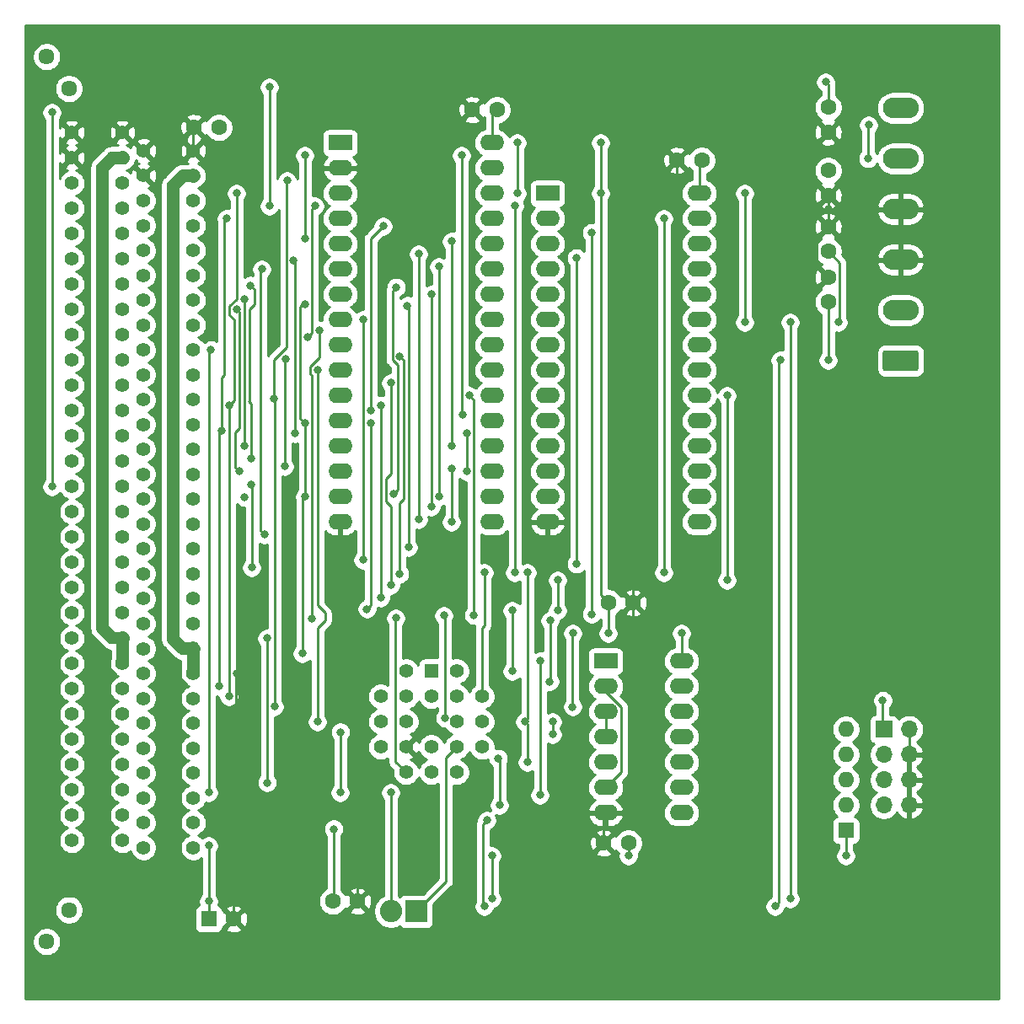
<source format=gbr>
%TF.GenerationSoftware,KiCad,Pcbnew,(5.1.10)-1*%
%TF.CreationDate,2024-12-04T14:35:01+01:00*%
%TF.ProjectId,BasicROM,42617369-6352-44f4-9d2e-6b696361645f,rev?*%
%TF.SameCoordinates,Original*%
%TF.FileFunction,Copper,L1,Top*%
%TF.FilePolarity,Positive*%
%FSLAX46Y46*%
G04 Gerber Fmt 4.6, Leading zero omitted, Abs format (unit mm)*
G04 Created by KiCad (PCBNEW (5.1.10)-1) date 2024-12-04 14:35:01*
%MOMM*%
%LPD*%
G01*
G04 APERTURE LIST*
%TA.AperFunction,ComponentPad*%
%ADD10O,2.400000X1.600000*%
%TD*%
%TA.AperFunction,ComponentPad*%
%ADD11R,2.400000X1.600000*%
%TD*%
%TA.AperFunction,ComponentPad*%
%ADD12C,1.600000*%
%TD*%
%TA.AperFunction,ComponentPad*%
%ADD13O,3.600000X2.080000*%
%TD*%
%TA.AperFunction,ComponentPad*%
%ADD14C,1.422400*%
%TD*%
%TA.AperFunction,ComponentPad*%
%ADD15R,1.422400X1.422400*%
%TD*%
%TA.AperFunction,ComponentPad*%
%ADD16O,1.600000X1.600000*%
%TD*%
%TA.AperFunction,ComponentPad*%
%ADD17R,1.600000X1.600000*%
%TD*%
%TA.AperFunction,ComponentPad*%
%ADD18O,1.700000X1.700000*%
%TD*%
%TA.AperFunction,ComponentPad*%
%ADD19R,1.700000X1.700000*%
%TD*%
%TA.AperFunction,ComponentPad*%
%ADD20O,2.240000X2.240000*%
%TD*%
%TA.AperFunction,ComponentPad*%
%ADD21R,2.240000X2.240000*%
%TD*%
%TA.AperFunction,SMDPad,CuDef*%
%ADD22C,0.100000*%
%TD*%
%TA.AperFunction,ComponentPad*%
%ADD23C,1.400000*%
%TD*%
%TA.AperFunction,ComponentPad*%
%ADD24C,1.610000*%
%TD*%
%TA.AperFunction,ViaPad*%
%ADD25C,0.800000*%
%TD*%
%TA.AperFunction,Conductor*%
%ADD26C,0.250000*%
%TD*%
%TA.AperFunction,Conductor*%
%ADD27C,0.254000*%
%TD*%
%TA.AperFunction,Conductor*%
%ADD28C,0.100000*%
%TD*%
G04 APERTURE END LIST*
D10*
%TO.P,U4,14*%
%TO.N,+5P*%
X142748000Y-115316000D03*
%TO.P,U4,7*%
%TO.N,GND*%
X135128000Y-130556000D03*
%TO.P,U4,13*%
%TO.N,N/C*%
X142748000Y-117856000D03*
%TO.P,U4,6*%
%TO.N,Net-(U4-Pad2)*%
X135128000Y-128016000D03*
%TO.P,U4,12*%
%TO.N,N/C*%
X142748000Y-120396000D03*
%TO.P,U4,5*%
%TO.N,Net-(U1-Pad16)*%
X135128000Y-125476000D03*
%TO.P,U4,11*%
%TO.N,N/C*%
X142748000Y-122936000D03*
%TO.P,U4,4*%
%TO.N,Net-(J1-Pad1)*%
X135128000Y-122936000D03*
%TO.P,U4,10*%
%TO.N,N/C*%
X142748000Y-125476000D03*
%TO.P,U4,3*%
%TO.N,Net-(J1-Pad1)*%
X135128000Y-120396000D03*
%TO.P,U4,9*%
%TO.N,N/C*%
X142748000Y-128016000D03*
%TO.P,U4,2*%
%TO.N,Net-(U4-Pad2)*%
X135128000Y-117856000D03*
%TO.P,U4,8*%
%TO.N,N/C*%
X142748000Y-130556000D03*
D11*
%TO.P,U4,1*%
%TO.N,~Reset*%
X135128000Y-115316000D03*
%TD*%
D12*
%TO.P,C7,2*%
%TO.N,GND*%
X134914000Y-133604000D03*
%TO.P,C7,1*%
%TO.N,+5P*%
X137414000Y-133604000D03*
%TD*%
%TO.P,C5,2*%
%TO.N,GND*%
X157480000Y-71668000D03*
%TO.P,C5,1*%
%TO.N,+5P*%
X157480000Y-74168000D03*
%TD*%
D13*
%TO.P,J2,6*%
%TO.N,-12V*%
X164751000Y-59748000D03*
%TO.P,J2,5*%
%TO.N,-5V*%
X164751000Y-64828000D03*
%TO.P,J2,4*%
%TO.N,GND*%
X164751000Y-69908000D03*
%TO.P,J2,3*%
X164751000Y-74988000D03*
%TO.P,J2,2*%
%TO.N,+5P*%
X164751000Y-80068000D03*
%TO.P,J2,1*%
%TO.N,+12P*%
%TA.AperFunction,ComponentPad*%
G36*
G01*
X166301002Y-86188000D02*
X163200998Y-86188000D01*
G75*
G02*
X162951000Y-85938002I0J249998D01*
G01*
X162951000Y-84357998D01*
G75*
G02*
X163200998Y-84108000I249998J0D01*
G01*
X166301002Y-84108000D01*
G75*
G02*
X166551000Y-84357998I0J-249998D01*
G01*
X166551000Y-85938002D01*
G75*
G02*
X166301002Y-86188000I-249998J0D01*
G01*
G37*
%TD.AperFunction*%
%TD*%
D12*
%TO.P,C11,2*%
%TO.N,GND*%
X157480000Y-76748000D03*
%TO.P,C11,1*%
%TO.N,+12P*%
X157480000Y-79248000D03*
%TD*%
%TO.P,C10,2*%
%TO.N,GND*%
X157480000Y-68540000D03*
%TO.P,C10,1*%
%TO.N,-5V*%
X157480000Y-66040000D03*
%TD*%
%TO.P,C9,2*%
%TO.N,GND*%
X157480000Y-62190000D03*
%TO.P,C9,1*%
%TO.N,-12V*%
X157480000Y-59690000D03*
%TD*%
D14*
%TO.P,U1,18*%
%TO.N,N/C*%
X122682000Y-118872000D03*
%TO.P,U1,16*%
%TO.N,Net-(U1-Pad16)*%
X122682000Y-121412000D03*
%TO.P,U1,19*%
%TO.N,Net-(U1-Pad19)*%
X120142000Y-116332000D03*
%TO.P,U1,17*%
%TO.N,Net-(U1-Pad17)*%
X120142000Y-121412000D03*
%TO.P,U1,15*%
%TO.N,Net-(D2-Pad1)*%
X120142000Y-123952000D03*
%TO.P,U1,13*%
%TO.N,Net-(J1-Pad5)*%
X120142000Y-126492000D03*
%TO.P,U1,11*%
%TO.N,~Reset*%
X117602000Y-126492000D03*
%TO.P,U1,9*%
%TO.N,~RD*%
X115062000Y-126492000D03*
%TO.P,U1,14*%
%TO.N,Net-(J1-Pad3)*%
X122682000Y-123952000D03*
%TO.P,U1,12*%
%TO.N,Net-(J1-Pad7)*%
X117602000Y-123952000D03*
%TO.P,U1,10*%
%TO.N,GND*%
X115062000Y-123952000D03*
%TO.P,U1,8*%
%TO.N,Net-(J1-Pad2)*%
X112522000Y-123952000D03*
%TO.P,U1,6*%
%TO.N,Net-(U1-Pad6)*%
X112522000Y-121412000D03*
%TO.P,U1,4*%
%TO.N,A14*%
X112522000Y-118872000D03*
%TO.P,U1,7*%
%TO.N,Net-(D2-Pad2)*%
X115062000Y-121412000D03*
%TO.P,U1,5*%
%TO.N,A15*%
X115062000Y-118872000D03*
%TO.P,U1,3*%
%TO.N,A13*%
X115062000Y-116332000D03*
D15*
%TO.P,U1,1*%
%TO.N,A11*%
X117602000Y-116332000D03*
D14*
%TO.P,U1,20*%
%TO.N,+5P*%
X120142000Y-118872000D03*
%TO.P,U1,2*%
%TO.N,A12*%
X117602000Y-118872000D03*
%TD*%
D12*
%TO.P,C3,2*%
%TO.N,GND*%
X142280000Y-65024000D03*
%TO.P,C3,1*%
%TO.N,+5P*%
X144780000Y-65024000D03*
%TD*%
D10*
%TO.P,U3,32*%
%TO.N,+5P*%
X123698000Y-63246000D03*
%TO.P,U3,16*%
%TO.N,GND*%
X108458000Y-101346000D03*
%TO.P,U3,31*%
%TO.N,A15*%
X123698000Y-65786000D03*
%TO.P,U3,15*%
%TO.N,D2*%
X108458000Y-98806000D03*
%TO.P,U3,30*%
%TO.N,+5P*%
X123698000Y-68326000D03*
%TO.P,U3,14*%
%TO.N,D1*%
X108458000Y-96266000D03*
%TO.P,U3,29*%
%TO.N,~WR*%
X123698000Y-70866000D03*
%TO.P,U3,13*%
%TO.N,D0*%
X108458000Y-93726000D03*
%TO.P,U3,28*%
%TO.N,A13*%
X123698000Y-73406000D03*
%TO.P,U3,12*%
%TO.N,A0*%
X108458000Y-91186000D03*
%TO.P,U3,27*%
%TO.N,A8*%
X123698000Y-75946000D03*
%TO.P,U3,11*%
%TO.N,A1*%
X108458000Y-88646000D03*
%TO.P,U3,26*%
%TO.N,A9*%
X123698000Y-78486000D03*
%TO.P,U3,10*%
%TO.N,A2*%
X108458000Y-86106000D03*
%TO.P,U3,25*%
%TO.N,A11*%
X123698000Y-81026000D03*
%TO.P,U3,9*%
%TO.N,A3*%
X108458000Y-83566000D03*
%TO.P,U3,24*%
%TO.N,~RD*%
X123698000Y-83566000D03*
%TO.P,U3,8*%
%TO.N,A4*%
X108458000Y-81026000D03*
%TO.P,U3,23*%
%TO.N,A10*%
X123698000Y-86106000D03*
%TO.P,U3,7*%
%TO.N,A5*%
X108458000Y-78486000D03*
%TO.P,U3,22*%
%TO.N,Net-(U1-Pad17)*%
X123698000Y-88646000D03*
%TO.P,U3,6*%
%TO.N,A6*%
X108458000Y-75946000D03*
%TO.P,U3,21*%
%TO.N,D7*%
X123698000Y-91186000D03*
%TO.P,U3,5*%
%TO.N,A7*%
X108458000Y-73406000D03*
%TO.P,U3,20*%
%TO.N,D6*%
X123698000Y-93726000D03*
%TO.P,U3,4*%
%TO.N,A12*%
X108458000Y-70866000D03*
%TO.P,U3,19*%
%TO.N,D5*%
X123698000Y-96266000D03*
%TO.P,U3,3*%
%TO.N,A14*%
X108458000Y-68326000D03*
%TO.P,U3,18*%
%TO.N,D4*%
X123698000Y-98806000D03*
%TO.P,U3,2*%
%TO.N,GND*%
X108458000Y-65786000D03*
%TO.P,U3,17*%
%TO.N,D3*%
X123698000Y-101346000D03*
D11*
%TO.P,U3,1*%
%TO.N,N/C*%
X108458000Y-63246000D03*
%TD*%
D10*
%TO.P,U2,28*%
%TO.N,+5P*%
X144526000Y-68326000D03*
%TO.P,U2,14*%
%TO.N,GND*%
X129286000Y-101346000D03*
%TO.P,U2,27*%
%TO.N,N/C*%
X144526000Y-70866000D03*
%TO.P,U2,13*%
%TO.N,D2*%
X129286000Y-98806000D03*
%TO.P,U2,26*%
%TO.N,A13*%
X144526000Y-73406000D03*
%TO.P,U2,12*%
%TO.N,D1*%
X129286000Y-96266000D03*
%TO.P,U2,25*%
%TO.N,A8*%
X144526000Y-75946000D03*
%TO.P,U2,11*%
%TO.N,D0*%
X129286000Y-93726000D03*
%TO.P,U2,24*%
%TO.N,A9*%
X144526000Y-78486000D03*
%TO.P,U2,10*%
%TO.N,A0*%
X129286000Y-91186000D03*
%TO.P,U2,23*%
%TO.N,A11*%
X144526000Y-81026000D03*
%TO.P,U2,9*%
%TO.N,A1*%
X129286000Y-88646000D03*
%TO.P,U2,22*%
%TO.N,~RD*%
X144526000Y-83566000D03*
%TO.P,U2,8*%
%TO.N,A2*%
X129286000Y-86106000D03*
%TO.P,U2,21*%
%TO.N,A10*%
X144526000Y-86106000D03*
%TO.P,U2,7*%
%TO.N,A3*%
X129286000Y-83566000D03*
%TO.P,U2,20*%
%TO.N,Net-(U1-Pad19)*%
X144526000Y-88646000D03*
%TO.P,U2,6*%
%TO.N,A4*%
X129286000Y-81026000D03*
%TO.P,U2,19*%
%TO.N,D7*%
X144526000Y-91186000D03*
%TO.P,U2,5*%
%TO.N,A5*%
X129286000Y-78486000D03*
%TO.P,U2,18*%
%TO.N,D6*%
X144526000Y-93726000D03*
%TO.P,U2,4*%
%TO.N,A6*%
X129286000Y-75946000D03*
%TO.P,U2,17*%
%TO.N,D5*%
X144526000Y-96266000D03*
%TO.P,U2,3*%
%TO.N,A7*%
X129286000Y-73406000D03*
%TO.P,U2,16*%
%TO.N,D4*%
X144526000Y-98806000D03*
%TO.P,U2,2*%
%TO.N,A12*%
X129286000Y-70866000D03*
%TO.P,U2,15*%
%TO.N,D3*%
X144526000Y-101346000D03*
D11*
%TO.P,U2,1*%
%TO.N,N/C*%
X129286000Y-68326000D03*
%TD*%
D16*
%TO.P,RN1,5*%
%TO.N,N/C*%
X159258000Y-122174000D03*
%TO.P,RN1,4*%
%TO.N,Net-(J1-Pad3)*%
X159258000Y-124714000D03*
%TO.P,RN1,3*%
%TO.N,Net-(J1-Pad5)*%
X159258000Y-127254000D03*
%TO.P,RN1,2*%
%TO.N,Net-(J1-Pad7)*%
X159258000Y-129794000D03*
D17*
%TO.P,RN1,1*%
%TO.N,+5P*%
X159258000Y-132334000D03*
%TD*%
D18*
%TO.P,J1,8*%
%TO.N,GND*%
X165608000Y-129794000D03*
%TO.P,J1,7*%
%TO.N,Net-(J1-Pad7)*%
X163068000Y-129794000D03*
%TO.P,J1,6*%
%TO.N,GND*%
X165608000Y-127254000D03*
%TO.P,J1,5*%
%TO.N,Net-(J1-Pad5)*%
X163068000Y-127254000D03*
%TO.P,J1,4*%
%TO.N,GND*%
X165608000Y-124714000D03*
%TO.P,J1,3*%
%TO.N,Net-(J1-Pad3)*%
X163068000Y-124714000D03*
%TO.P,J1,2*%
%TO.N,Net-(J1-Pad2)*%
X165608000Y-122174000D03*
D19*
%TO.P,J1,1*%
%TO.N,Net-(J1-Pad1)*%
X163068000Y-122174000D03*
%TD*%
D20*
%TO.P,D2,2*%
%TO.N,Net-(D2-Pad2)*%
X113538000Y-140462000D03*
D21*
%TO.P,D2,1*%
%TO.N,Net-(D2-Pad1)*%
X116078000Y-140462000D03*
%TD*%
D12*
%TO.P,C8,2*%
%TO.N,GND*%
X110196000Y-139446000D03*
%TO.P,C8,1*%
%TO.N,+5P*%
X107696000Y-139446000D03*
%TD*%
%TO.P,C6,2*%
%TO.N,GND*%
X97750000Y-141224000D03*
D17*
%TO.P,C6,1*%
%TO.N,+5P*%
X95250000Y-141224000D03*
%TD*%
D12*
%TO.P,C4,2*%
%TO.N,GND*%
X121706000Y-59944000D03*
%TO.P,C4,1*%
%TO.N,+5P*%
X124206000Y-59944000D03*
%TD*%
%TO.P,C2,2*%
%TO.N,GND*%
X93766000Y-61722000D03*
%TO.P,C2,1*%
%TO.N,+5P*%
X96266000Y-61722000D03*
%TD*%
%TO.P,C1,2*%
%TO.N,GND*%
X137882000Y-109474000D03*
%TO.P,C1,1*%
%TO.N,+5P*%
X135382000Y-109474000D03*
%TD*%
%TA.AperFunction,SMDPad,CuDef*%
D22*
%TO.P,X1,C21*%
%TO.N,GND*%
G36*
X94392424Y-114162711D02*
G01*
X94379022Y-114230086D01*
X94359081Y-114295823D01*
X94332793Y-114359289D01*
X94325000Y-114373868D01*
X94325000Y-116560000D01*
X94324939Y-116568726D01*
X94321105Y-116629668D01*
X94311342Y-116689945D01*
X94295744Y-116748981D01*
X94274460Y-116806214D01*
X94247692Y-116861096D01*
X94215696Y-116913104D01*
X94178778Y-116961742D01*
X94137290Y-117006545D01*
X94091627Y-117047086D01*
X94042227Y-117082978D01*
X93989560Y-117113877D01*
X93934129Y-117139490D01*
X93876463Y-117159571D01*
X93817113Y-117173930D01*
X93756645Y-117182428D01*
X93695637Y-117184985D01*
X93634670Y-117181576D01*
X93574326Y-117172235D01*
X93515182Y-117157049D01*
X93457803Y-117136164D01*
X93402735Y-117109780D01*
X93350504Y-117078148D01*
X93301610Y-117041571D01*
X93256518Y-117000396D01*
X93215660Y-116955018D01*
X93179424Y-116905870D01*
X93148158Y-116853420D01*
X93122159Y-116798169D01*
X93101675Y-116740645D01*
X93086903Y-116681396D01*
X93077983Y-116620989D01*
X93075000Y-116560000D01*
X93075000Y-114373868D01*
X93067207Y-114359289D01*
X93040919Y-114295823D01*
X93020978Y-114230086D01*
X93007576Y-114162711D01*
X93000843Y-114094347D01*
X93000843Y-114025653D01*
X93007576Y-113957289D01*
X93020978Y-113889914D01*
X93040919Y-113824177D01*
X93067207Y-113760711D01*
X93099590Y-113700128D01*
X93137755Y-113643010D01*
X93181334Y-113589909D01*
X93229909Y-113541334D01*
X93283010Y-113497755D01*
X93340128Y-113459590D01*
X93400711Y-113427207D01*
X93464177Y-113400919D01*
X93529914Y-113380978D01*
X93597289Y-113367576D01*
X93665653Y-113360843D01*
X93734347Y-113360843D01*
X93802711Y-113367576D01*
X93870086Y-113380978D01*
X93935823Y-113400919D01*
X93999289Y-113427207D01*
X94059872Y-113459590D01*
X94116990Y-113497755D01*
X94170091Y-113541334D01*
X94218666Y-113589909D01*
X94262245Y-113643010D01*
X94300410Y-113700128D01*
X94332793Y-113760711D01*
X94359081Y-113824177D01*
X94379022Y-113889914D01*
X94392424Y-113957289D01*
X94399157Y-114025653D01*
X94399157Y-114094347D01*
X94392424Y-114162711D01*
G37*
%TD.AperFunction*%
%TA.AperFunction,SMDPad,CuDef*%
G36*
X87292424Y-113112711D02*
G01*
X87279022Y-113180086D01*
X87259081Y-113245823D01*
X87232793Y-113309289D01*
X87225000Y-113323868D01*
X87225000Y-115560000D01*
X87224939Y-115568726D01*
X87221105Y-115629668D01*
X87211342Y-115689945D01*
X87195744Y-115748981D01*
X87174460Y-115806214D01*
X87147692Y-115861096D01*
X87115696Y-115913104D01*
X87078778Y-115961742D01*
X87037290Y-116006545D01*
X86991627Y-116047086D01*
X86942227Y-116082978D01*
X86889560Y-116113877D01*
X86834129Y-116139490D01*
X86776463Y-116159571D01*
X86717113Y-116173930D01*
X86656645Y-116182428D01*
X86595637Y-116184985D01*
X86534670Y-116181576D01*
X86474326Y-116172235D01*
X86415182Y-116157049D01*
X86357803Y-116136164D01*
X86302735Y-116109780D01*
X86250504Y-116078148D01*
X86201610Y-116041571D01*
X86156518Y-116000396D01*
X86115660Y-115955018D01*
X86079424Y-115905870D01*
X86048158Y-115853420D01*
X86022159Y-115798169D01*
X86001675Y-115740645D01*
X85986903Y-115681396D01*
X85977983Y-115620989D01*
X85975000Y-115560000D01*
X85975000Y-113323868D01*
X85967207Y-113309289D01*
X85940919Y-113245823D01*
X85920978Y-113180086D01*
X85907576Y-113112711D01*
X85900843Y-113044347D01*
X85900843Y-112975653D01*
X85907576Y-112907289D01*
X85920978Y-112839914D01*
X85940919Y-112774177D01*
X85967207Y-112710711D01*
X85999590Y-112650128D01*
X86037755Y-112593010D01*
X86081334Y-112539909D01*
X86129909Y-112491334D01*
X86183010Y-112447755D01*
X86240128Y-112409590D01*
X86300711Y-112377207D01*
X86364177Y-112350919D01*
X86429914Y-112330978D01*
X86497289Y-112317576D01*
X86565653Y-112310843D01*
X86634347Y-112310843D01*
X86702711Y-112317576D01*
X86770086Y-112330978D01*
X86835823Y-112350919D01*
X86899289Y-112377207D01*
X86959872Y-112409590D01*
X87016990Y-112447755D01*
X87070091Y-112491334D01*
X87118666Y-112539909D01*
X87162245Y-112593010D01*
X87200410Y-112650128D01*
X87232793Y-112710711D01*
X87259081Y-112774177D01*
X87279022Y-112839914D01*
X87292424Y-112907289D01*
X87299157Y-112975653D01*
X87299157Y-113044347D01*
X87292424Y-113112711D01*
G37*
%TD.AperFunction*%
%TA.AperFunction,SMDPad,CuDef*%
%TO.P,X1,C02*%
G36*
X94392424Y-66662711D02*
G01*
X94379022Y-66730086D01*
X94359081Y-66795823D01*
X94332793Y-66859289D01*
X94300410Y-66919872D01*
X94262245Y-66976990D01*
X94218666Y-67030091D01*
X94170091Y-67078666D01*
X94116990Y-67122245D01*
X94059872Y-67160410D01*
X93999289Y-67192793D01*
X93935823Y-67219081D01*
X93870086Y-67239022D01*
X93802711Y-67252424D01*
X93734347Y-67259157D01*
X93665653Y-67259157D01*
X93597289Y-67252424D01*
X93529914Y-67239022D01*
X93464177Y-67219081D01*
X93400711Y-67192793D01*
X93386132Y-67185000D01*
X92908884Y-67185000D01*
X92275000Y-67818883D01*
X92275000Y-112801116D01*
X92908883Y-113435000D01*
X93700000Y-113435000D01*
X93708726Y-113435061D01*
X93769668Y-113438895D01*
X93829945Y-113448658D01*
X93888981Y-113464256D01*
X93946214Y-113485540D01*
X94001096Y-113512308D01*
X94053104Y-113544304D01*
X94101742Y-113581222D01*
X94146545Y-113622710D01*
X94187086Y-113668373D01*
X94222978Y-113717773D01*
X94253877Y-113770440D01*
X94279490Y-113825871D01*
X94299571Y-113883537D01*
X94313930Y-113942887D01*
X94322428Y-114003355D01*
X94324985Y-114064363D01*
X94321576Y-114125330D01*
X94312235Y-114185674D01*
X94297049Y-114244818D01*
X94276164Y-114302197D01*
X94249780Y-114357265D01*
X94218148Y-114409496D01*
X94181571Y-114458390D01*
X94140396Y-114503482D01*
X94095018Y-114544340D01*
X94045870Y-114580576D01*
X93993420Y-114611842D01*
X93938169Y-114637841D01*
X93880645Y-114658325D01*
X93821396Y-114673097D01*
X93760989Y-114682017D01*
X93700000Y-114685000D01*
X92650000Y-114685000D01*
X92648033Y-114684986D01*
X92647818Y-114684996D01*
X92647570Y-114684983D01*
X92641274Y-114684939D01*
X92614037Y-114683225D01*
X92586840Y-114681800D01*
X92583606Y-114681311D01*
X92580332Y-114681105D01*
X92553428Y-114676747D01*
X92526465Y-114672670D01*
X92523283Y-114671865D01*
X92520055Y-114671342D01*
X92493750Y-114664392D01*
X92467268Y-114657691D01*
X92464179Y-114656579D01*
X92461019Y-114655744D01*
X92435492Y-114646251D01*
X92409816Y-114637007D01*
X92406858Y-114635602D01*
X92403786Y-114634460D01*
X92379270Y-114622503D01*
X92354656Y-114610815D01*
X92351849Y-114609128D01*
X92348904Y-114607692D01*
X92325678Y-114593403D01*
X92302315Y-114579365D01*
X92299686Y-114577412D01*
X92296896Y-114575696D01*
X92275153Y-114559192D01*
X92253294Y-114542958D01*
X92250874Y-114540763D01*
X92248258Y-114538778D01*
X92228220Y-114520222D01*
X92208059Y-114501942D01*
X91208058Y-113501942D01*
X91206675Y-113500539D01*
X91206518Y-113500396D01*
X91206353Y-113500213D01*
X91201931Y-113495728D01*
X91183895Y-113475270D01*
X91165660Y-113455018D01*
X91163718Y-113452385D01*
X91161550Y-113449925D01*
X91145613Y-113427828D01*
X91129424Y-113405870D01*
X91127743Y-113403050D01*
X91125831Y-113400399D01*
X91112141Y-113376877D01*
X91098158Y-113353420D01*
X91096762Y-113350452D01*
X91095116Y-113347625D01*
X91083764Y-113322831D01*
X91072159Y-113298169D01*
X91071062Y-113295089D01*
X91069696Y-113292105D01*
X91060808Y-113266292D01*
X91051675Y-113240645D01*
X91050883Y-113237470D01*
X91049816Y-113234370D01*
X91043498Y-113207850D01*
X91036903Y-113181396D01*
X91036424Y-113178152D01*
X91035666Y-113174970D01*
X91031966Y-113147960D01*
X91027983Y-113120989D01*
X91027823Y-113117723D01*
X91027378Y-113114473D01*
X91026330Y-113087193D01*
X91025000Y-113060000D01*
X91025000Y-67560000D01*
X91025014Y-67558033D01*
X91025004Y-67557818D01*
X91025017Y-67557570D01*
X91025061Y-67551274D01*
X91026775Y-67524037D01*
X91028200Y-67496840D01*
X91028689Y-67493606D01*
X91028895Y-67490332D01*
X91033253Y-67463428D01*
X91037330Y-67436465D01*
X91038135Y-67433283D01*
X91038658Y-67430055D01*
X91045608Y-67403750D01*
X91052309Y-67377268D01*
X91053421Y-67374179D01*
X91054256Y-67371019D01*
X91063749Y-67345492D01*
X91072993Y-67319816D01*
X91074398Y-67316858D01*
X91075540Y-67313786D01*
X91087497Y-67289270D01*
X91099185Y-67264656D01*
X91100872Y-67261849D01*
X91102308Y-67258904D01*
X91116597Y-67235678D01*
X91130635Y-67212315D01*
X91132588Y-67209686D01*
X91134304Y-67206896D01*
X91150808Y-67185153D01*
X91167042Y-67163294D01*
X91169237Y-67160874D01*
X91171222Y-67158258D01*
X91189778Y-67138220D01*
X91208058Y-67118059D01*
X92208058Y-66118058D01*
X92209461Y-66116675D01*
X92209604Y-66116518D01*
X92209787Y-66116353D01*
X92214272Y-66111931D01*
X92234730Y-66093895D01*
X92254982Y-66075660D01*
X92257615Y-66073718D01*
X92260075Y-66071550D01*
X92282172Y-66055613D01*
X92304130Y-66039424D01*
X92306950Y-66037743D01*
X92309601Y-66035831D01*
X92333123Y-66022141D01*
X92356580Y-66008158D01*
X92359548Y-66006762D01*
X92362375Y-66005116D01*
X92387169Y-65993764D01*
X92411831Y-65982159D01*
X92414911Y-65981062D01*
X92417895Y-65979696D01*
X92443708Y-65970808D01*
X92469355Y-65961675D01*
X92472530Y-65960883D01*
X92475630Y-65959816D01*
X92502150Y-65953498D01*
X92528604Y-65946903D01*
X92531848Y-65946424D01*
X92535030Y-65945666D01*
X92562040Y-65941966D01*
X92589011Y-65937983D01*
X92592277Y-65937823D01*
X92595527Y-65937378D01*
X92622807Y-65936330D01*
X92650000Y-65935000D01*
X93386132Y-65935000D01*
X93400711Y-65927207D01*
X93464177Y-65900919D01*
X93529914Y-65880978D01*
X93597289Y-65867576D01*
X93665653Y-65860843D01*
X93734347Y-65860843D01*
X93802711Y-65867576D01*
X93870086Y-65880978D01*
X93935823Y-65900919D01*
X93999289Y-65927207D01*
X94059872Y-65959590D01*
X94116990Y-65997755D01*
X94170091Y-66041334D01*
X94218666Y-66089909D01*
X94262245Y-66143010D01*
X94300410Y-66200128D01*
X94332793Y-66260711D01*
X94359081Y-66324177D01*
X94379022Y-66389914D01*
X94392424Y-66457289D01*
X94399157Y-66525653D01*
X94399157Y-66594347D01*
X94392424Y-66662711D01*
G37*
%TD.AperFunction*%
%TA.AperFunction,SMDPad,CuDef*%
G36*
X87292424Y-64862711D02*
G01*
X87279022Y-64930086D01*
X87259081Y-64995823D01*
X87232793Y-65059289D01*
X87200410Y-65119872D01*
X87162245Y-65176990D01*
X87118666Y-65230091D01*
X87070091Y-65278666D01*
X87016990Y-65322245D01*
X86959872Y-65360410D01*
X86899289Y-65392793D01*
X86835823Y-65419081D01*
X86770086Y-65439022D01*
X86702711Y-65452424D01*
X86634347Y-65459157D01*
X86565653Y-65459157D01*
X86497289Y-65452424D01*
X86429914Y-65439022D01*
X86364177Y-65419081D01*
X86300711Y-65392793D01*
X86286132Y-65385000D01*
X85808884Y-65385000D01*
X85175000Y-66018883D01*
X85175000Y-111751116D01*
X85808883Y-112385000D01*
X86600000Y-112385000D01*
X86608726Y-112385061D01*
X86669668Y-112388895D01*
X86729945Y-112398658D01*
X86788981Y-112414256D01*
X86846214Y-112435540D01*
X86901096Y-112462308D01*
X86953104Y-112494304D01*
X87001742Y-112531222D01*
X87046545Y-112572710D01*
X87087086Y-112618373D01*
X87122978Y-112667773D01*
X87153877Y-112720440D01*
X87179490Y-112775871D01*
X87199571Y-112833537D01*
X87213930Y-112892887D01*
X87222428Y-112953355D01*
X87224985Y-113014363D01*
X87221576Y-113075330D01*
X87212235Y-113135674D01*
X87197049Y-113194818D01*
X87176164Y-113252197D01*
X87149780Y-113307265D01*
X87118148Y-113359496D01*
X87081571Y-113408390D01*
X87040396Y-113453482D01*
X86995018Y-113494340D01*
X86945870Y-113530576D01*
X86893420Y-113561842D01*
X86838169Y-113587841D01*
X86780645Y-113608325D01*
X86721396Y-113623097D01*
X86660989Y-113632017D01*
X86600000Y-113635000D01*
X85550000Y-113635000D01*
X85548033Y-113634986D01*
X85547818Y-113634996D01*
X85547570Y-113634983D01*
X85541274Y-113634939D01*
X85514037Y-113633225D01*
X85486840Y-113631800D01*
X85483606Y-113631311D01*
X85480332Y-113631105D01*
X85453428Y-113626747D01*
X85426465Y-113622670D01*
X85423283Y-113621865D01*
X85420055Y-113621342D01*
X85393750Y-113614392D01*
X85367268Y-113607691D01*
X85364179Y-113606579D01*
X85361019Y-113605744D01*
X85335492Y-113596251D01*
X85309816Y-113587007D01*
X85306858Y-113585602D01*
X85303786Y-113584460D01*
X85279270Y-113572503D01*
X85254656Y-113560815D01*
X85251849Y-113559128D01*
X85248904Y-113557692D01*
X85225678Y-113543403D01*
X85202315Y-113529365D01*
X85199686Y-113527412D01*
X85196896Y-113525696D01*
X85175153Y-113509192D01*
X85153294Y-113492958D01*
X85150874Y-113490763D01*
X85148258Y-113488778D01*
X85128220Y-113470222D01*
X85108059Y-113451942D01*
X84108058Y-112451942D01*
X84106675Y-112450539D01*
X84106518Y-112450396D01*
X84106353Y-112450213D01*
X84101931Y-112445728D01*
X84083895Y-112425270D01*
X84065660Y-112405018D01*
X84063718Y-112402385D01*
X84061550Y-112399925D01*
X84045613Y-112377828D01*
X84029424Y-112355870D01*
X84027743Y-112353050D01*
X84025831Y-112350399D01*
X84012141Y-112326877D01*
X83998158Y-112303420D01*
X83996762Y-112300452D01*
X83995116Y-112297625D01*
X83983764Y-112272831D01*
X83972159Y-112248169D01*
X83971062Y-112245089D01*
X83969696Y-112242105D01*
X83960808Y-112216292D01*
X83951675Y-112190645D01*
X83950883Y-112187470D01*
X83949816Y-112184370D01*
X83943498Y-112157850D01*
X83936903Y-112131396D01*
X83936424Y-112128152D01*
X83935666Y-112124970D01*
X83931966Y-112097960D01*
X83927983Y-112070989D01*
X83927823Y-112067723D01*
X83927378Y-112064473D01*
X83926330Y-112037193D01*
X83925000Y-112010000D01*
X83925000Y-65760000D01*
X83925014Y-65758033D01*
X83925004Y-65757818D01*
X83925017Y-65757570D01*
X83925061Y-65751274D01*
X83926775Y-65724037D01*
X83928200Y-65696840D01*
X83928689Y-65693606D01*
X83928895Y-65690332D01*
X83933253Y-65663428D01*
X83937330Y-65636465D01*
X83938135Y-65633283D01*
X83938658Y-65630055D01*
X83945608Y-65603750D01*
X83952309Y-65577268D01*
X83953421Y-65574179D01*
X83954256Y-65571019D01*
X83963749Y-65545492D01*
X83972993Y-65519816D01*
X83974398Y-65516858D01*
X83975540Y-65513786D01*
X83987497Y-65489270D01*
X83999185Y-65464656D01*
X84000872Y-65461849D01*
X84002308Y-65458904D01*
X84016597Y-65435678D01*
X84030635Y-65412315D01*
X84032588Y-65409686D01*
X84034304Y-65406896D01*
X84050808Y-65385153D01*
X84067042Y-65363294D01*
X84069237Y-65360874D01*
X84071222Y-65358258D01*
X84089778Y-65338220D01*
X84108058Y-65318059D01*
X85108058Y-64318058D01*
X85109461Y-64316675D01*
X85109604Y-64316518D01*
X85109787Y-64316353D01*
X85114272Y-64311931D01*
X85134730Y-64293895D01*
X85154982Y-64275660D01*
X85157615Y-64273718D01*
X85160075Y-64271550D01*
X85182172Y-64255613D01*
X85204130Y-64239424D01*
X85206950Y-64237743D01*
X85209601Y-64235831D01*
X85233123Y-64222141D01*
X85256580Y-64208158D01*
X85259548Y-64206762D01*
X85262375Y-64205116D01*
X85287169Y-64193764D01*
X85311831Y-64182159D01*
X85314911Y-64181062D01*
X85317895Y-64179696D01*
X85343708Y-64170808D01*
X85369355Y-64161675D01*
X85372530Y-64160883D01*
X85375630Y-64159816D01*
X85402150Y-64153498D01*
X85428604Y-64146903D01*
X85431848Y-64146424D01*
X85435030Y-64145666D01*
X85462040Y-64141966D01*
X85489011Y-64137983D01*
X85492277Y-64137823D01*
X85495527Y-64137378D01*
X85522807Y-64136330D01*
X85550000Y-64135000D01*
X86286132Y-64135000D01*
X86300711Y-64127207D01*
X86364177Y-64100919D01*
X86429914Y-64080978D01*
X86497289Y-64067576D01*
X86565653Y-64060843D01*
X86634347Y-64060843D01*
X86702711Y-64067576D01*
X86770086Y-64080978D01*
X86835823Y-64100919D01*
X86899289Y-64127207D01*
X86959872Y-64159590D01*
X87016990Y-64197755D01*
X87070091Y-64241334D01*
X87118666Y-64289909D01*
X87162245Y-64343010D01*
X87200410Y-64400128D01*
X87232793Y-64460711D01*
X87259081Y-64524177D01*
X87279022Y-64589914D01*
X87292424Y-64657289D01*
X87299157Y-64725653D01*
X87299157Y-64794347D01*
X87292424Y-64862711D01*
G37*
%TD.AperFunction*%
D23*
%TO.P,X1,A03*%
%TO.N,-12V*%
X81508600Y-67310000D03*
%TO.P,X1,A29*%
%TO.N,+5P*%
X88700000Y-134060000D03*
%TO.P,X1,A28*%
%TO.N,+12P*%
X88700000Y-131560000D03*
%TO.P,X1,A27*%
%TO.N,Net-(X1-PadA27)*%
X88700000Y-129060000D03*
%TO.P,X1,A26*%
%TO.N,Net-(X1-PadA26)*%
X88700000Y-126560000D03*
%TO.P,X1,A25*%
%TO.N,Net-(X1-PadA25)*%
X88700000Y-124060000D03*
%TO.P,X1,A24*%
%TO.N,Net-(X1-PadA24)*%
X88700000Y-121560000D03*
%TO.P,X1,A23*%
%TO.N,Net-(X1-PadA23)*%
X88700000Y-119060000D03*
%TO.P,X1,A22*%
%TO.N,Net-(X1-PadA22)*%
X88700000Y-116560000D03*
%TO.P,X1,A21*%
%TO.N,Net-(X1-PadA21)*%
X88700000Y-114060000D03*
%TO.P,X1,A20*%
%TO.N,~Reset*%
X88700000Y-111560000D03*
%TO.P,X1,A19*%
%TO.N,A0*%
X88700000Y-109060000D03*
%TO.P,X1,A18*%
%TO.N,A2*%
X88700000Y-106560000D03*
%TO.P,X1,A17*%
%TO.N,A4*%
X88700000Y-104060000D03*
%TO.P,X1,A16*%
%TO.N,A6*%
X88700000Y-101560000D03*
%TO.P,X1,A15*%
%TO.N,-5V*%
X88700000Y-99060000D03*
%TO.P,X1,A14*%
%TO.N,A8*%
X88700000Y-96560000D03*
%TO.P,X1,A13*%
%TO.N,A10*%
X88700000Y-94060000D03*
%TO.P,X1,A12*%
%TO.N,A12*%
X88700000Y-91560000D03*
%TO.P,X1,A11*%
%TO.N,A14*%
X88700000Y-89060000D03*
%TO.P,X1,A10*%
%TO.N,Net-(X1-PadA10)*%
X88700000Y-86560000D03*
%TO.P,X1,A09*%
%TO.N,Net-(U1-Pad6)*%
X88700000Y-84060000D03*
%TO.P,X1,A08*%
%TO.N,~WR*%
X88700000Y-81560000D03*
%TO.P,X1,A07*%
%TO.N,D1*%
X88700000Y-79060000D03*
%TO.P,X1,A06*%
%TO.N,D3*%
X88700000Y-76560000D03*
%TO.P,X1,A05*%
%TO.N,D5*%
X88700000Y-74060000D03*
%TO.P,X1,A04*%
%TO.N,D7*%
X88700000Y-71560000D03*
%TO.P,X1,A03*%
%TO.N,-12V*%
X88700000Y-69060000D03*
%TO.P,X1,A02*%
%TO.N,GND*%
X88700000Y-66560000D03*
%TO.P,X1,A01*%
X88700000Y-64060000D03*
%TO.P,X1,C29*%
%TO.N,+5P*%
X93700000Y-134060000D03*
%TO.P,X1,C28*%
%TO.N,+12P*%
X93700000Y-131560000D03*
%TO.P,X1,C27*%
%TO.N,Net-(X1-PadA27)*%
X93700000Y-129060000D03*
%TO.P,X1,C26*%
%TO.N,Net-(X1-PadC26)*%
X93700000Y-126560000D03*
%TO.P,X1,C25*%
%TO.N,Net-(X1-PadC25)*%
X93700000Y-124060000D03*
%TO.P,X1,C24*%
%TO.N,Net-(X1-PadC24)*%
X93700000Y-121560000D03*
%TO.P,X1,C23*%
%TO.N,Net-(X1-PadC23)*%
X93700000Y-119060000D03*
%TO.P,X1,C22*%
%TO.N,GND*%
X93700000Y-116560000D03*
%TO.P,X1,C21*%
X93700000Y-114060000D03*
%TO.P,X1,C20*%
%TO.N,Net-(X1-PadC20)*%
X93700000Y-111560000D03*
%TO.P,X1,C19*%
%TO.N,A1*%
X93700000Y-109060000D03*
%TO.P,X1,C18*%
%TO.N,A3*%
X93700000Y-106560000D03*
%TO.P,X1,C17*%
%TO.N,A5*%
X93700000Y-104060000D03*
%TO.P,X1,C16*%
%TO.N,A7*%
X93700000Y-101560000D03*
%TO.P,X1,C15*%
%TO.N,-5V*%
X93700000Y-99060000D03*
%TO.P,X1,C14*%
%TO.N,A9*%
X93700000Y-96560000D03*
%TO.P,X1,C13*%
%TO.N,A11*%
X93700000Y-94060000D03*
%TO.P,X1,C12*%
%TO.N,A13*%
X93700000Y-91560000D03*
%TO.P,X1,C11*%
%TO.N,A15*%
X93700000Y-89060000D03*
%TO.P,X1,C10*%
%TO.N,Net-(X1-PadA10)*%
X93700000Y-86560000D03*
%TO.P,X1,C09*%
%TO.N,Net-(D2-Pad2)*%
X93700000Y-84060000D03*
%TO.P,X1,C08*%
%TO.N,~RD*%
X93700000Y-81560000D03*
%TO.P,X1,C07*%
%TO.N,D0*%
X93700000Y-79060000D03*
%TO.P,X1,C06*%
%TO.N,D2*%
X93700000Y-76560000D03*
%TO.P,X1,C05*%
%TO.N,D4*%
X93700000Y-74060000D03*
%TO.P,X1,C04*%
%TO.N,D6*%
X93700000Y-71560000D03*
%TO.P,X1,C03*%
%TO.N,-12V*%
X93700000Y-69060000D03*
%TO.P,X1,C02*%
%TO.N,GND*%
X93700000Y-66560000D03*
%TO.P,X1,C01*%
X93700000Y-64060000D03*
D24*
%TO.P,X1,*%
%TO.N,*%
X81200000Y-140310000D03*
X81200000Y-57810000D03*
D23*
%TO.P,X1,C29*%
%TO.N,+5P*%
X86588600Y-133350000D03*
%TO.P,X1,C28*%
%TO.N,+12P*%
X86588600Y-130810000D03*
%TO.P,X1,C27*%
%TO.N,Net-(X1-PadA27)*%
X86588600Y-128270000D03*
%TO.P,X1,C26*%
%TO.N,Net-(X1-PadC26)*%
X86588600Y-125730000D03*
%TO.P,X1,C25*%
%TO.N,Net-(X1-PadC25)*%
X86588600Y-123190000D03*
%TO.P,X1,C24*%
%TO.N,Net-(X1-PadC24)*%
X86588600Y-120650000D03*
%TO.P,X1,C23*%
%TO.N,Net-(X1-PadC23)*%
X86588600Y-118110000D03*
%TO.P,X1,C22*%
%TO.N,GND*%
X86588600Y-115570000D03*
%TO.P,X1,C21*%
X86588600Y-113030000D03*
%TO.P,X1,C20*%
%TO.N,Net-(X1-PadC20)*%
X86588600Y-110490000D03*
%TO.P,X1,C19*%
%TO.N,A1*%
X86588600Y-107950000D03*
%TO.P,X1,C18*%
%TO.N,A3*%
X86588600Y-105410000D03*
%TO.P,X1,C17*%
%TO.N,A5*%
X86588600Y-102870000D03*
%TO.P,X1,C16*%
%TO.N,A7*%
X86588600Y-100330000D03*
%TO.P,X1,C15*%
%TO.N,-5V*%
X86588600Y-97790000D03*
%TO.P,X1,C14*%
%TO.N,A9*%
X86588600Y-95250000D03*
%TO.P,X1,C13*%
%TO.N,A11*%
X86588600Y-92710000D03*
%TO.P,X1,C12*%
%TO.N,A13*%
X86588600Y-90170000D03*
%TO.P,X1,C11*%
%TO.N,A15*%
X86588600Y-87630000D03*
%TO.P,X1,C10*%
%TO.N,Net-(X1-PadA10)*%
X86588600Y-85090000D03*
%TO.P,X1,C09*%
%TO.N,Net-(D2-Pad2)*%
X86588600Y-82550000D03*
%TO.P,X1,C08*%
%TO.N,~RD*%
X86588600Y-80010000D03*
%TO.P,X1,C07*%
%TO.N,D0*%
X86588600Y-77470000D03*
%TO.P,X1,C06*%
%TO.N,D2*%
X86588600Y-74930000D03*
%TO.P,X1,C05*%
%TO.N,D4*%
X86588600Y-72390000D03*
%TO.P,X1,C04*%
%TO.N,D6*%
X86588600Y-69850000D03*
%TO.P,X1,C03*%
%TO.N,-12V*%
X86588600Y-67310000D03*
%TO.P,X1,C02*%
%TO.N,GND*%
X86588600Y-64770000D03*
%TO.P,X1,C01*%
X86588600Y-62230000D03*
%TO.P,X1,A29*%
%TO.N,+5P*%
X81508600Y-133350000D03*
%TO.P,X1,A28*%
%TO.N,+12P*%
X81508600Y-130810000D03*
%TO.P,X1,A27*%
%TO.N,Net-(X1-PadA27)*%
X81508600Y-128270000D03*
%TO.P,X1,A26*%
%TO.N,Net-(X1-PadA26)*%
X81508600Y-125730000D03*
%TO.P,X1,A25*%
%TO.N,Net-(X1-PadA25)*%
X81508600Y-123190000D03*
%TO.P,X1,A24*%
%TO.N,Net-(X1-PadA24)*%
X81508600Y-120650000D03*
%TO.P,X1,A23*%
%TO.N,Net-(X1-PadA23)*%
X81508600Y-118110000D03*
%TO.P,X1,A22*%
%TO.N,Net-(X1-PadA22)*%
X81508600Y-115570000D03*
%TO.P,X1,A21*%
%TO.N,Net-(X1-PadA21)*%
X81508600Y-113030000D03*
%TO.P,X1,A20*%
%TO.N,~Reset*%
X81508600Y-110490000D03*
%TO.P,X1,A19*%
%TO.N,A0*%
X81508600Y-107950000D03*
%TO.P,X1,A18*%
%TO.N,A2*%
X81508600Y-105410000D03*
%TO.P,X1,A17*%
%TO.N,A4*%
X81508600Y-102870000D03*
%TO.P,X1,A16*%
%TO.N,A6*%
X81508600Y-100330000D03*
%TO.P,X1,A15*%
%TO.N,-5V*%
X81508600Y-97790000D03*
%TO.P,X1,A14*%
%TO.N,A8*%
X81508600Y-95250000D03*
%TO.P,X1,A13*%
%TO.N,A10*%
X81508600Y-92710000D03*
%TO.P,X1,A12*%
%TO.N,A12*%
X81508600Y-90170000D03*
%TO.P,X1,A11*%
%TO.N,A14*%
X81508600Y-87630000D03*
%TO.P,X1,A10*%
%TO.N,Net-(X1-PadA10)*%
X81508600Y-85090000D03*
%TO.P,X1,A09*%
%TO.N,Net-(U1-Pad6)*%
X81508600Y-82550000D03*
%TO.P,X1,A08*%
%TO.N,~WR*%
X81508600Y-80010000D03*
%TO.P,X1,A07*%
%TO.N,D1*%
X81508600Y-77470000D03*
%TO.P,X1,A06*%
%TO.N,D3*%
X81508600Y-74930000D03*
%TO.P,X1,A05*%
%TO.N,D5*%
X81508600Y-72390000D03*
%TO.P,X1,A04*%
%TO.N,D7*%
X81508600Y-69850000D03*
%TO.P,X1,A02*%
%TO.N,GND*%
X81508600Y-64770000D03*
%TO.P,X1,A01*%
X81508600Y-62230000D03*
D24*
%TO.P,X1,*%
%TO.N,*%
X78968600Y-143510000D03*
X78968600Y-54610000D03*
%TD*%
D25*
%TO.N,GND*%
X118618000Y-65786000D03*
X118618000Y-59944000D03*
X142280000Y-103338000D03*
X137882000Y-103418000D03*
X110210000Y-116560000D03*
X110236000Y-125222000D03*
X100076000Y-63246000D03*
X100076000Y-56896000D03*
X160274000Y-61976000D03*
X160216000Y-69908000D03*
X157538000Y-69908000D03*
X153416000Y-68580000D03*
X153306999Y-66149001D03*
X153456000Y-62190000D03*
X153416000Y-56896000D03*
X98070000Y-116560000D03*
%TO.N,+5P*%
X134620000Y-68326000D03*
X134620000Y-63246000D03*
X95250000Y-133858000D03*
X95250000Y-139446000D03*
X107805010Y-132189010D03*
X126238000Y-68326000D03*
X126238000Y-63246000D03*
X149098000Y-68326000D03*
X149098000Y-81280000D03*
X123698000Y-134874000D03*
X123698000Y-139192000D03*
X153670000Y-139192000D03*
X153670000Y-81280000D03*
%TO.N,Net-(U1-Pad19)*%
X125730000Y-116332000D03*
X147320000Y-88646000D03*
X147320000Y-107188000D03*
X125730000Y-110236000D03*
X130302000Y-107188000D03*
X130302000Y-110236000D03*
%TO.N,*%
X125984000Y-69596000D03*
X122936000Y-106426000D03*
X125984000Y-106426000D03*
%TO.N,GND*%
X137882000Y-130516000D03*
%TO.N,+5P*%
X158496000Y-81280000D03*
X135382000Y-112522000D03*
X142748000Y-112522000D03*
X131826000Y-112522000D03*
X131805799Y-119908201D03*
X159258000Y-134874000D03*
X137414000Y-134874000D03*
%TO.N,Net-(U1-Pad17)*%
X118999000Y-121031000D03*
X121412000Y-88646000D03*
X118872000Y-110744000D03*
X121883001Y-110707001D03*
%TO.N,Net-(U1-Pad16)*%
X127000000Y-121412000D03*
X140970000Y-70866000D03*
X140970000Y-106426000D03*
X127254000Y-106426000D03*
X127254000Y-125476000D03*
%TO.N,Net-(U1-Pad6)*%
X106172000Y-121412000D03*
X106172000Y-86106000D03*
%TO.N,~Reset*%
X101112201Y-127528201D03*
X101092000Y-113030000D03*
%TO.N,Net-(D2-Pad2)*%
X95250000Y-128524000D03*
X95490000Y-84060000D03*
X108478201Y-122448201D03*
X108458000Y-128524000D03*
X113538000Y-128524000D03*
%TO.N,Net-(J1-Pad7)*%
X124460000Y-129794000D03*
X124333000Y-125095000D03*
%TO.N,Net-(J1-Pad1)*%
X162958990Y-119270990D03*
%TO.N,A15*%
X101817001Y-88936999D03*
X103124000Y-67056000D03*
X101854000Y-119888000D03*
%TO.N,A14*%
X98044000Y-68326000D03*
X97282000Y-89662000D03*
X97282000Y-118872000D03*
%TO.N,A13*%
X133713010Y-72280990D03*
X129519799Y-117368201D03*
X133713010Y-110599010D03*
X129540000Y-111252000D03*
X112776000Y-71628000D03*
X111506000Y-90170000D03*
%TO.N,A12*%
X97028000Y-70866000D03*
X96520000Y-92202000D03*
X96266000Y-117856000D03*
%TO.N,A11*%
X98842999Y-98842999D03*
X104902000Y-91440000D03*
X104902000Y-98806000D03*
X104902000Y-79502000D03*
X104648000Y-114554000D03*
%TO.N,D2*%
X117602000Y-78486000D03*
X117602000Y-99822000D03*
%TO.N,D1*%
X98298000Y-96266000D03*
X98044000Y-80010000D03*
%TO.N,A8*%
X132189010Y-74820990D03*
X132189010Y-105554990D03*
X99518999Y-97585001D03*
X99568000Y-105918000D03*
%TO.N,D0*%
X98806000Y-93726000D03*
X98806000Y-78994000D03*
%TO.N,A9*%
X114082999Y-77760999D03*
X113792000Y-98552000D03*
%TO.N,A0*%
X111148999Y-110085001D03*
X111546996Y-91399004D03*
%TO.N,A1*%
X112522000Y-108966000D03*
X112522000Y-89662000D03*
%TO.N,~RD*%
X106389001Y-82078999D03*
X114046000Y-110998000D03*
X105627001Y-111034999D03*
%TO.N,A2*%
X113538000Y-107696000D03*
X113538000Y-87376000D03*
%TO.N,A10*%
X102979010Y-84980990D03*
X102870000Y-95758000D03*
%TO.N,A3*%
X114420000Y-106560000D03*
X114444990Y-84691010D03*
%TO.N,A4*%
X110744000Y-105156000D03*
X110744000Y-81026000D03*
%TO.N,D7*%
X104902000Y-72898000D03*
X104902000Y-64516000D03*
X120650000Y-64516000D03*
X120777000Y-90551000D03*
%TO.N,A5*%
X115316000Y-103886000D03*
X115206990Y-79611010D03*
%TO.N,D6*%
X119634000Y-73152000D03*
X119634000Y-93726000D03*
%TO.N,A6*%
X100838000Y-102616000D03*
X100584000Y-75946000D03*
%TO.N,D5*%
X103787001Y-75085001D03*
X121158000Y-96266000D03*
X121158000Y-92456000D03*
X103886000Y-92456000D03*
%TO.N,A7*%
X116332000Y-101092000D03*
X116332000Y-74422000D03*
%TO.N,D4*%
X118364000Y-75692000D03*
X118364000Y-98806000D03*
%TO.N,D3*%
X99452999Y-77585001D03*
X99531001Y-94959001D03*
X119634000Y-101346000D03*
X119634000Y-96012000D03*
%TO.N,~WR*%
X105156000Y-82804000D03*
X105918000Y-69596000D03*
%TO.N,-5V*%
X79502000Y-97790000D03*
X79502000Y-60198000D03*
X161544000Y-61468000D03*
X161486000Y-64828000D03*
%TO.N,+12P*%
X157480000Y-85090000D03*
X123190000Y-131318000D03*
X122936000Y-139954000D03*
X152146000Y-139954000D03*
X152654000Y-85090000D03*
%TO.N,-12V*%
X101346000Y-69596000D03*
X101346000Y-57658000D03*
X157226000Y-57150000D03*
%TO.N,Net-(J1-Pad2)*%
X129794000Y-121412000D03*
X129794000Y-122682000D03*
%TO.N,~Reset*%
X128524000Y-115316000D03*
X128524000Y-128778000D03*
%TD*%
D26*
%TO.N,GND*%
X165608000Y-129794000D02*
X165608000Y-122174000D01*
X97750000Y-136184000D02*
X97790000Y-136144000D01*
X93700000Y-61788000D02*
X93766000Y-61722000D01*
X93700000Y-64060000D02*
X93700000Y-61788000D01*
X142280000Y-65024000D02*
X142280000Y-103338000D01*
X118618000Y-65786000D02*
X118618000Y-59944000D01*
X97790000Y-136144000D02*
X97790000Y-136144000D01*
X137882000Y-109474000D02*
X137882000Y-103418000D01*
X142280000Y-103338000D02*
X142280000Y-103338000D01*
X137882000Y-103418000D02*
X137882000Y-103418000D01*
X108458000Y-114808000D02*
X110210000Y-116560000D01*
X108458000Y-101346000D02*
X108458000Y-114808000D01*
X110210000Y-125196000D02*
X110236000Y-125222000D01*
X110210000Y-116560000D02*
X110210000Y-125196000D01*
X110196000Y-125262000D02*
X110236000Y-125222000D01*
X110196000Y-139446000D02*
X110196000Y-125262000D01*
X100076000Y-63246000D02*
X100076000Y-56896000D01*
X100076000Y-56896000D02*
X100076000Y-56896000D01*
X164751000Y-74988000D02*
X164751000Y-69908000D01*
X160216000Y-62034000D02*
X160274000Y-61976000D01*
X160216000Y-69908000D02*
X160216000Y-62034000D01*
X153416000Y-66258002D02*
X153306999Y-66149001D01*
X153416000Y-68580000D02*
X153416000Y-66258002D01*
X153456000Y-62190000D02*
X153456000Y-56936000D01*
X153456000Y-56936000D02*
X153416000Y-56896000D01*
X153416000Y-56896000D02*
X153416000Y-56896000D01*
X98007001Y-136180999D02*
X98007001Y-116622999D01*
X97750000Y-136438000D02*
X98007001Y-136180999D01*
X97750000Y-141224000D02*
X97750000Y-136438000D01*
X97750000Y-136438000D02*
X97750000Y-136184000D01*
X98007001Y-116622999D02*
X98044000Y-116586000D01*
%TO.N,+5P*%
X95250000Y-141224000D02*
X95250000Y-133858000D01*
X123698000Y-60452000D02*
X124206000Y-59944000D01*
X123698000Y-63246000D02*
X123698000Y-60452000D01*
X144526000Y-65278000D02*
X144780000Y-65024000D01*
X144526000Y-68326000D02*
X144526000Y-65278000D01*
X95250000Y-133858000D02*
X95250000Y-133858000D01*
X134620000Y-68326000D02*
X134620000Y-63246000D01*
X134620000Y-108712000D02*
X135382000Y-109474000D01*
X134620000Y-68326000D02*
X134620000Y-107442000D01*
X134620000Y-107442000D02*
X134620000Y-108712000D01*
X107805010Y-139336990D02*
X107696000Y-139446000D01*
X107805010Y-132189010D02*
X107805010Y-139336990D01*
X126238000Y-68326000D02*
X126238000Y-63246000D01*
X159258000Y-132334000D02*
X159258000Y-134112000D01*
X159258000Y-134112000D02*
X159258000Y-134112000D01*
X149098000Y-81280000D02*
X149098000Y-68326000D01*
X123698000Y-134874000D02*
X123698000Y-139192000D01*
X123698000Y-139192000D02*
X123698000Y-139192000D01*
X153670000Y-139192000D02*
X153670000Y-81280000D01*
X153670000Y-81280000D02*
X153670000Y-81280000D01*
%TO.N,Net-(U1-Pad19)*%
X147320000Y-88646000D02*
X147320000Y-107188000D01*
X125730000Y-116332000D02*
X125730000Y-110236000D01*
X147320000Y-107188000D02*
X147320000Y-107188000D01*
X125730000Y-110236000D02*
X125730000Y-110236000D01*
X130302000Y-110236000D02*
X130302000Y-107188000D01*
%TO.N,*%
X122682000Y-118872000D02*
X122682000Y-112014000D01*
X125984000Y-69596000D02*
X125984000Y-69596000D01*
X122936000Y-111760000D02*
X122936000Y-106426000D01*
X122682000Y-112014000D02*
X122936000Y-111760000D01*
X122936000Y-106426000D02*
X122936000Y-106426000D01*
X125984000Y-106426000D02*
X125984000Y-69596000D01*
%TO.N,GND*%
X157480000Y-71668000D02*
X157480000Y-68540000D01*
X156354999Y-72793001D02*
X157480000Y-71668000D01*
X156354999Y-75622999D02*
X156354999Y-72793001D01*
X157480000Y-76748000D02*
X156354999Y-75622999D01*
X137882000Y-109474000D02*
X137882000Y-130516000D01*
X134914000Y-130770000D02*
X135128000Y-130556000D01*
X134914000Y-133604000D02*
X134914000Y-130770000D01*
X137882000Y-130516000D02*
X137882000Y-130516000D01*
%TO.N,+5P*%
X158605001Y-75293001D02*
X158605001Y-81170999D01*
X157480000Y-74168000D02*
X158605001Y-75293001D01*
X158605001Y-81170999D02*
X158496000Y-81280000D01*
X158496000Y-81280000D02*
X158496000Y-81280000D01*
X142748000Y-115316000D02*
X142748000Y-112522000D01*
X135382000Y-109474000D02*
X135382000Y-112522000D01*
X135382000Y-112522000D02*
X135382000Y-112522000D01*
X142748000Y-112522000D02*
X142748000Y-112522000D01*
X159258000Y-134112000D02*
X159258000Y-134874000D01*
X159258000Y-134874000D02*
X159258000Y-134874000D01*
X137414000Y-133604000D02*
X137414000Y-134874000D01*
X131805799Y-112542201D02*
X131826000Y-112522000D01*
X131805799Y-119908201D02*
X131805799Y-112542201D01*
%TO.N,Net-(U1-Pad17)*%
X121883001Y-89117001D02*
X121883001Y-110707001D01*
X121412000Y-88646000D02*
X121883001Y-89117001D01*
X118999000Y-121031000D02*
X118999000Y-110871000D01*
X118999000Y-110871000D02*
X118872000Y-110744000D01*
X118872000Y-110744000D02*
X118872000Y-110744000D01*
X121883001Y-110707001D02*
X121883001Y-110707001D01*
%TO.N,Net-(U1-Pad16)*%
X140970000Y-70866000D02*
X140970000Y-106426000D01*
X140970000Y-106426000D02*
X140970000Y-106426000D01*
X127254000Y-121158000D02*
X127000000Y-121412000D01*
X127254000Y-106426000D02*
X127254000Y-121158000D01*
X127254000Y-121666000D02*
X127000000Y-121412000D01*
X127254000Y-125476000D02*
X127254000Y-121666000D01*
%TO.N,Net-(U1-Pad6)*%
X106172000Y-86106000D02*
X106172000Y-86106000D01*
X106172000Y-86360000D02*
X106172000Y-86106000D01*
X106934000Y-110490000D02*
X106172000Y-109728000D01*
X106172000Y-109728000D02*
X106172000Y-86360000D01*
X106934000Y-111252000D02*
X106934000Y-110490000D01*
X106172000Y-112014000D02*
X106934000Y-111252000D01*
X106172000Y-121412000D02*
X106172000Y-112014000D01*
%TO.N,~Reset*%
X101112201Y-113050201D02*
X101092000Y-113030000D01*
X101112201Y-127528201D02*
X101112201Y-113050201D01*
%TO.N,Net-(D2-Pad2)*%
X95250000Y-128524000D02*
X95250000Y-84328000D01*
X95250000Y-84328000D02*
X95250000Y-84074000D01*
X113538000Y-140462000D02*
X113538000Y-128524000D01*
X108458000Y-122468402D02*
X108478201Y-122448201D01*
X108458000Y-128524000D02*
X108458000Y-122468402D01*
X113538000Y-128524000D02*
X113538000Y-128524000D01*
%TO.N,Net-(D2-Pad1)*%
X119105799Y-137434201D02*
X116078000Y-140462000D01*
X119105799Y-124988201D02*
X119105799Y-137434201D01*
X120142000Y-123952000D02*
X119105799Y-124988201D01*
%TO.N,Net-(J1-Pad7)*%
X124460000Y-125222000D02*
X124333000Y-125095000D01*
X124460000Y-129794000D02*
X124460000Y-125222000D01*
%TO.N,Net-(J1-Pad1)*%
X135128000Y-120396000D02*
X135128000Y-122936000D01*
X162958990Y-122064990D02*
X163068000Y-122174000D01*
X162958990Y-119270990D02*
X162958990Y-122064990D01*
%TO.N,A15*%
X101817001Y-85069997D02*
X103066998Y-83820000D01*
X101817001Y-88936999D02*
X101817001Y-85069997D01*
X103062000Y-75433002D02*
X103062000Y-67118000D01*
X103066998Y-75438000D02*
X103062000Y-75433002D01*
X103066998Y-83820000D02*
X103066998Y-75438000D01*
X103062000Y-67118000D02*
X103124000Y-67056000D01*
X103124000Y-67056000D02*
X103124000Y-67056000D01*
X101854000Y-88973998D02*
X101817001Y-88936999D01*
X101854000Y-119888000D02*
X101854000Y-88973998D01*
%TO.N,A14*%
X97282000Y-89662000D02*
X97282000Y-89662000D01*
X98044000Y-78936998D02*
X98044000Y-68326000D01*
X97318999Y-79661999D02*
X98044000Y-78936998D01*
X97318999Y-80554999D02*
X97318999Y-79661999D01*
X97790000Y-89154000D02*
X97790000Y-81026000D01*
X97790000Y-81026000D02*
X97318999Y-80554999D01*
X97282000Y-89662000D02*
X97790000Y-89154000D01*
X97282000Y-118872000D02*
X97282000Y-89662000D01*
%TO.N,A13*%
X133713010Y-72280990D02*
X133713010Y-110599010D01*
X133713010Y-110599010D02*
X133713010Y-110599010D01*
X133713010Y-110599010D02*
X133713010Y-110599010D01*
X129540000Y-117348000D02*
X129519799Y-117368201D01*
X129540000Y-111252000D02*
X129540000Y-117348000D01*
X111506000Y-72898000D02*
X112776000Y-71628000D01*
X111506000Y-90170000D02*
X111506000Y-72898000D01*
%TO.N,A12*%
X96520000Y-92202000D02*
X96520000Y-92202000D01*
X96520000Y-91186000D02*
X96520000Y-92202000D01*
X96520000Y-86868000D02*
X96520000Y-91186000D01*
X96774000Y-86614000D02*
X96520000Y-86868000D01*
X96774000Y-71120000D02*
X96774000Y-86614000D01*
X97028000Y-70866000D02*
X96774000Y-71120000D01*
X96266000Y-92456000D02*
X96520000Y-92202000D01*
X96266000Y-117856000D02*
X96266000Y-92456000D01*
%TO.N,A11*%
X98842999Y-98842999D02*
X98842999Y-98842999D01*
X104902000Y-98806000D02*
X104902000Y-91440000D01*
X104430999Y-90968999D02*
X104430999Y-79719001D01*
X104902000Y-91440000D02*
X104430999Y-90968999D01*
X104430999Y-79719001D02*
X104648000Y-79502000D01*
X104648000Y-79502000D02*
X104902000Y-79502000D01*
X104902000Y-79502000D02*
X104902000Y-79502000D01*
X104648000Y-99060000D02*
X104902000Y-98806000D01*
X104648000Y-114554000D02*
X104648000Y-99060000D01*
%TO.N,D2*%
X117602000Y-78486000D02*
X117602000Y-99822000D01*
X117602000Y-99822000D02*
X117602000Y-99822000D01*
%TO.N,D1*%
X98044000Y-80010000D02*
X98044000Y-80010000D01*
X98298000Y-80264000D02*
X98044000Y-80010000D01*
X98298000Y-91948000D02*
X98298000Y-80264000D01*
X97898001Y-95866001D02*
X97898001Y-92347999D01*
X97898001Y-92347999D02*
X98298000Y-91948000D01*
X98298000Y-96266000D02*
X97898001Y-95866001D01*
%TO.N,A8*%
X132189010Y-74820990D02*
X132189010Y-105554990D01*
X132189010Y-105554990D02*
X132189010Y-105554990D01*
X99568000Y-97634002D02*
X99518999Y-97585001D01*
X99568000Y-105918000D02*
X99568000Y-97634002D01*
%TO.N,D0*%
X98806000Y-93726000D02*
X98806000Y-78994000D01*
X98806000Y-78994000D02*
X98806000Y-78994000D01*
%TO.N,A9*%
X113719989Y-78124009D02*
X114082999Y-77760999D01*
X113719989Y-85039011D02*
X113719989Y-78124009D01*
X114263001Y-85582023D02*
X113719989Y-85039011D01*
X114263001Y-98080999D02*
X114263001Y-85582023D01*
X113792000Y-98552000D02*
X114263001Y-98080999D01*
%TO.N,A0*%
X111548998Y-109685002D02*
X111548998Y-91482998D01*
X111148999Y-110085001D02*
X111548998Y-109685002D01*
%TO.N,A1*%
X112522000Y-108966000D02*
X112522000Y-89662000D01*
%TO.N,~RD*%
X114025799Y-125455799D02*
X114025799Y-111272201D01*
X115062000Y-126492000D02*
X114025799Y-125455799D01*
X114025799Y-111272201D02*
X114046000Y-111252000D01*
X114046000Y-111252000D02*
X114046000Y-110998000D01*
X105627001Y-86634003D02*
X105627001Y-111034999D01*
X105446999Y-86454001D02*
X105627001Y-86634003D01*
X105446999Y-85757999D02*
X105446999Y-86454001D01*
X106389001Y-84815997D02*
X105446999Y-85757999D01*
X106389001Y-82078999D02*
X106389001Y-84815997D01*
X114046000Y-110998000D02*
X114046000Y-110998000D01*
X105627001Y-111034999D02*
X105627001Y-111034999D01*
%TO.N,A2*%
X113538000Y-96520000D02*
X113538000Y-87376000D01*
X113030000Y-97028000D02*
X113538000Y-96520000D01*
X113030000Y-99314000D02*
X113030000Y-97028000D01*
X113538000Y-99822000D02*
X113030000Y-99314000D01*
X113538000Y-107696000D02*
X113538000Y-99822000D01*
%TO.N,A10*%
X102870000Y-85090000D02*
X102979010Y-84980990D01*
X102870000Y-95758000D02*
X102870000Y-85090000D01*
%TO.N,A3*%
X114420000Y-106560000D02*
X114420000Y-100464000D01*
X114420000Y-99448000D02*
X114865990Y-99002010D01*
X114420000Y-100464000D02*
X114420000Y-99448000D01*
X114865990Y-99002010D02*
X114865990Y-85090000D01*
X114843980Y-85090000D02*
X114444990Y-84691010D01*
X114865990Y-85090000D02*
X114843980Y-85090000D01*
%TO.N,A4*%
X110744000Y-105156000D02*
X110744000Y-81026000D01*
%TO.N,D7*%
X104902000Y-72898000D02*
X104902000Y-64516000D01*
X104902000Y-64516000D02*
X104902000Y-64516000D01*
X120650000Y-64516000D02*
X120650000Y-90424000D01*
X120650000Y-90424000D02*
X120777000Y-90551000D01*
X120777000Y-90551000D02*
X120904000Y-90678000D01*
%TO.N,A5*%
X115316000Y-103886000D02*
X115316000Y-79756000D01*
%TO.N,D6*%
X119634000Y-73152000D02*
X119634000Y-93726000D01*
X119634000Y-93726000D02*
X119634000Y-93726000D01*
%TO.N,A6*%
X100438001Y-102216001D02*
X100438001Y-76091999D01*
X100838000Y-102616000D02*
X100438001Y-102216001D01*
X100438001Y-76091999D02*
X100584000Y-75946000D01*
X100584000Y-75946000D02*
X100584000Y-75946000D01*
%TO.N,D5*%
X121158000Y-96266000D02*
X121158000Y-92456000D01*
X121158000Y-92456000D02*
X121158000Y-92456000D01*
X103886000Y-75184000D02*
X103787001Y-75085001D01*
X103886000Y-92456000D02*
X103886000Y-75184000D01*
%TO.N,A7*%
X116332000Y-101092000D02*
X116332000Y-74422000D01*
X116332000Y-74422000D02*
X116332000Y-74422000D01*
%TO.N,D4*%
X118364000Y-75692000D02*
X118364000Y-98806000D01*
X118364000Y-98806000D02*
X118364000Y-98806000D01*
%TO.N,D3*%
X99852998Y-77985000D02*
X99852998Y-79471002D01*
X99452999Y-77585001D02*
X99852998Y-77985000D01*
X99852998Y-79471002D02*
X99314000Y-80010000D01*
X99314000Y-89154000D02*
X99256010Y-89211990D01*
X99314000Y-80010000D02*
X99314000Y-89154000D01*
X99531001Y-89486981D02*
X99531001Y-94959001D01*
X99256010Y-89211990D02*
X99531001Y-89486981D01*
X99531001Y-94959001D02*
X99531001Y-94959001D01*
X119634000Y-101346000D02*
X119634000Y-96012000D01*
%TO.N,~WR*%
X105627001Y-82332999D02*
X105627001Y-69886999D01*
X105156000Y-82804000D02*
X105627001Y-82332999D01*
X105627001Y-69886999D02*
X105918000Y-69596000D01*
X105918000Y-69596000D02*
X105918000Y-69596000D01*
%TO.N,-5V*%
X79502000Y-97790000D02*
X79502000Y-60198000D01*
X79502000Y-60198000D02*
X79502000Y-60198000D01*
X161486000Y-61526000D02*
X161544000Y-61468000D01*
X161486000Y-64828000D02*
X161486000Y-61526000D01*
%TO.N,+12P*%
X157480000Y-85090000D02*
X157480000Y-79248000D01*
X122790001Y-131717999D02*
X122790001Y-139808001D01*
X123190000Y-131318000D02*
X122790001Y-131717999D01*
X122790001Y-139808001D02*
X122936000Y-139954000D01*
X122936000Y-139954000D02*
X122936000Y-139954000D01*
X152146000Y-139954000D02*
X152545999Y-139554001D01*
X152545999Y-139554001D02*
X152545999Y-85452001D01*
X152545999Y-85452001D02*
X152545999Y-85198001D01*
X152545999Y-85198001D02*
X152654000Y-85090000D01*
X152654000Y-85090000D02*
X152654000Y-85090000D01*
%TO.N,-12V*%
X101346000Y-69596000D02*
X101346000Y-57658000D01*
X101346000Y-57658000D02*
X101346000Y-57658000D01*
X157480000Y-57404000D02*
X157226000Y-57150000D01*
X157480000Y-59690000D02*
X157480000Y-57404000D01*
%TO.N,Net-(J1-Pad2)*%
X129794000Y-122682000D02*
X129794000Y-121412000D01*
%TO.N,~Reset*%
X128524000Y-115316000D02*
X128524000Y-128778000D01*
%TO.N,Net-(U4-Pad2)*%
X136653010Y-126490990D02*
X135128000Y-128016000D01*
X136653010Y-119930006D02*
X136653010Y-126490990D01*
X135128000Y-118404996D02*
X136653010Y-119930006D01*
X135128000Y-117856000D02*
X135128000Y-118404996D01*
%TD*%
D27*
%TO.N,GND*%
X174600001Y-149200000D02*
X76860000Y-149200000D01*
X76860000Y-143368172D01*
X77528600Y-143368172D01*
X77528600Y-143651828D01*
X77583938Y-143930033D01*
X77692488Y-144192096D01*
X77850079Y-144427947D01*
X78050653Y-144628521D01*
X78286504Y-144786112D01*
X78548567Y-144894662D01*
X78826772Y-144950000D01*
X79110428Y-144950000D01*
X79388633Y-144894662D01*
X79650696Y-144786112D01*
X79886547Y-144628521D01*
X80087121Y-144427947D01*
X80244712Y-144192096D01*
X80353262Y-143930033D01*
X80408600Y-143651828D01*
X80408600Y-143368172D01*
X80353262Y-143089967D01*
X80244712Y-142827904D01*
X80087121Y-142592053D01*
X79886547Y-142391479D01*
X79650696Y-142233888D01*
X79388633Y-142125338D01*
X79110428Y-142070000D01*
X78826772Y-142070000D01*
X78548567Y-142125338D01*
X78286504Y-142233888D01*
X78050653Y-142391479D01*
X77850079Y-142592053D01*
X77692488Y-142827904D01*
X77583938Y-143089967D01*
X77528600Y-143368172D01*
X76860000Y-143368172D01*
X76860000Y-140168172D01*
X79760000Y-140168172D01*
X79760000Y-140451828D01*
X79815338Y-140730033D01*
X79923888Y-140992096D01*
X80081479Y-141227947D01*
X80282053Y-141428521D01*
X80517904Y-141586112D01*
X80779967Y-141694662D01*
X81058172Y-141750000D01*
X81341828Y-141750000D01*
X81620033Y-141694662D01*
X81882096Y-141586112D01*
X82117947Y-141428521D01*
X82318521Y-141227947D01*
X82476112Y-140992096D01*
X82584662Y-140730033D01*
X82640000Y-140451828D01*
X82640000Y-140168172D01*
X82584662Y-139889967D01*
X82476112Y-139627904D01*
X82318521Y-139392053D01*
X82117947Y-139191479D01*
X81882096Y-139033888D01*
X81620033Y-138925338D01*
X81341828Y-138870000D01*
X81058172Y-138870000D01*
X80779967Y-138925338D01*
X80517904Y-139033888D01*
X80282053Y-139191479D01*
X80081479Y-139392053D01*
X79923888Y-139627904D01*
X79815338Y-139889967D01*
X79760000Y-140168172D01*
X76860000Y-140168172D01*
X76860000Y-60096061D01*
X78467000Y-60096061D01*
X78467000Y-60299939D01*
X78506774Y-60499898D01*
X78584795Y-60688256D01*
X78698063Y-60857774D01*
X78742001Y-60901712D01*
X78742000Y-97086289D01*
X78698063Y-97130226D01*
X78584795Y-97299744D01*
X78506774Y-97488102D01*
X78467000Y-97688061D01*
X78467000Y-97891939D01*
X78506774Y-98091898D01*
X78584795Y-98280256D01*
X78698063Y-98449774D01*
X78842226Y-98593937D01*
X79011744Y-98707205D01*
X79200102Y-98785226D01*
X79400061Y-98825000D01*
X79603939Y-98825000D01*
X79803898Y-98785226D01*
X79992256Y-98707205D01*
X80161774Y-98593937D01*
X80305937Y-98449774D01*
X80325048Y-98421173D01*
X80325539Y-98422359D01*
X80471638Y-98641013D01*
X80657587Y-98826962D01*
X80876241Y-98973061D01*
X81086130Y-99060000D01*
X80876241Y-99146939D01*
X80657587Y-99293038D01*
X80471638Y-99478987D01*
X80325539Y-99697641D01*
X80224904Y-99940595D01*
X80173600Y-100198514D01*
X80173600Y-100461486D01*
X80224904Y-100719405D01*
X80325539Y-100962359D01*
X80471638Y-101181013D01*
X80657587Y-101366962D01*
X80876241Y-101513061D01*
X81086130Y-101600000D01*
X80876241Y-101686939D01*
X80657587Y-101833038D01*
X80471638Y-102018987D01*
X80325539Y-102237641D01*
X80224904Y-102480595D01*
X80173600Y-102738514D01*
X80173600Y-103001486D01*
X80224904Y-103259405D01*
X80325539Y-103502359D01*
X80471638Y-103721013D01*
X80657587Y-103906962D01*
X80876241Y-104053061D01*
X81086130Y-104140000D01*
X80876241Y-104226939D01*
X80657587Y-104373038D01*
X80471638Y-104558987D01*
X80325539Y-104777641D01*
X80224904Y-105020595D01*
X80173600Y-105278514D01*
X80173600Y-105541486D01*
X80224904Y-105799405D01*
X80325539Y-106042359D01*
X80471638Y-106261013D01*
X80657587Y-106446962D01*
X80876241Y-106593061D01*
X81086130Y-106680000D01*
X80876241Y-106766939D01*
X80657587Y-106913038D01*
X80471638Y-107098987D01*
X80325539Y-107317641D01*
X80224904Y-107560595D01*
X80173600Y-107818514D01*
X80173600Y-108081486D01*
X80224904Y-108339405D01*
X80325539Y-108582359D01*
X80471638Y-108801013D01*
X80657587Y-108986962D01*
X80876241Y-109133061D01*
X81086130Y-109220000D01*
X80876241Y-109306939D01*
X80657587Y-109453038D01*
X80471638Y-109638987D01*
X80325539Y-109857641D01*
X80224904Y-110100595D01*
X80173600Y-110358514D01*
X80173600Y-110621486D01*
X80224904Y-110879405D01*
X80325539Y-111122359D01*
X80471638Y-111341013D01*
X80657587Y-111526962D01*
X80876241Y-111673061D01*
X81086130Y-111760000D01*
X80876241Y-111846939D01*
X80657587Y-111993038D01*
X80471638Y-112178987D01*
X80325539Y-112397641D01*
X80224904Y-112640595D01*
X80173600Y-112898514D01*
X80173600Y-113161486D01*
X80224904Y-113419405D01*
X80325539Y-113662359D01*
X80471638Y-113881013D01*
X80657587Y-114066962D01*
X80876241Y-114213061D01*
X81086130Y-114300000D01*
X80876241Y-114386939D01*
X80657587Y-114533038D01*
X80471638Y-114718987D01*
X80325539Y-114937641D01*
X80224904Y-115180595D01*
X80173600Y-115438514D01*
X80173600Y-115701486D01*
X80224904Y-115959405D01*
X80325539Y-116202359D01*
X80471638Y-116421013D01*
X80657587Y-116606962D01*
X80876241Y-116753061D01*
X81086130Y-116840000D01*
X80876241Y-116926939D01*
X80657587Y-117073038D01*
X80471638Y-117258987D01*
X80325539Y-117477641D01*
X80224904Y-117720595D01*
X80173600Y-117978514D01*
X80173600Y-118241486D01*
X80224904Y-118499405D01*
X80325539Y-118742359D01*
X80471638Y-118961013D01*
X80657587Y-119146962D01*
X80876241Y-119293061D01*
X81086130Y-119380000D01*
X80876241Y-119466939D01*
X80657587Y-119613038D01*
X80471638Y-119798987D01*
X80325539Y-120017641D01*
X80224904Y-120260595D01*
X80173600Y-120518514D01*
X80173600Y-120781486D01*
X80224904Y-121039405D01*
X80325539Y-121282359D01*
X80471638Y-121501013D01*
X80657587Y-121686962D01*
X80876241Y-121833061D01*
X81086130Y-121920000D01*
X80876241Y-122006939D01*
X80657587Y-122153038D01*
X80471638Y-122338987D01*
X80325539Y-122557641D01*
X80224904Y-122800595D01*
X80173600Y-123058514D01*
X80173600Y-123321486D01*
X80224904Y-123579405D01*
X80325539Y-123822359D01*
X80471638Y-124041013D01*
X80657587Y-124226962D01*
X80876241Y-124373061D01*
X81086130Y-124460000D01*
X80876241Y-124546939D01*
X80657587Y-124693038D01*
X80471638Y-124878987D01*
X80325539Y-125097641D01*
X80224904Y-125340595D01*
X80173600Y-125598514D01*
X80173600Y-125861486D01*
X80224904Y-126119405D01*
X80325539Y-126362359D01*
X80471638Y-126581013D01*
X80657587Y-126766962D01*
X80876241Y-126913061D01*
X81086130Y-127000000D01*
X80876241Y-127086939D01*
X80657587Y-127233038D01*
X80471638Y-127418987D01*
X80325539Y-127637641D01*
X80224904Y-127880595D01*
X80173600Y-128138514D01*
X80173600Y-128401486D01*
X80224904Y-128659405D01*
X80325539Y-128902359D01*
X80471638Y-129121013D01*
X80657587Y-129306962D01*
X80876241Y-129453061D01*
X81086130Y-129540000D01*
X80876241Y-129626939D01*
X80657587Y-129773038D01*
X80471638Y-129958987D01*
X80325539Y-130177641D01*
X80224904Y-130420595D01*
X80173600Y-130678514D01*
X80173600Y-130941486D01*
X80224904Y-131199405D01*
X80325539Y-131442359D01*
X80471638Y-131661013D01*
X80657587Y-131846962D01*
X80876241Y-131993061D01*
X81086130Y-132080000D01*
X80876241Y-132166939D01*
X80657587Y-132313038D01*
X80471638Y-132498987D01*
X80325539Y-132717641D01*
X80224904Y-132960595D01*
X80173600Y-133218514D01*
X80173600Y-133481486D01*
X80224904Y-133739405D01*
X80325539Y-133982359D01*
X80471638Y-134201013D01*
X80657587Y-134386962D01*
X80876241Y-134533061D01*
X81119195Y-134633696D01*
X81377114Y-134685000D01*
X81640086Y-134685000D01*
X81898005Y-134633696D01*
X82140959Y-134533061D01*
X82359613Y-134386962D01*
X82545562Y-134201013D01*
X82691661Y-133982359D01*
X82792296Y-133739405D01*
X82843600Y-133481486D01*
X82843600Y-133218514D01*
X82792296Y-132960595D01*
X82691661Y-132717641D01*
X82545562Y-132498987D01*
X82359613Y-132313038D01*
X82140959Y-132166939D01*
X81931070Y-132080000D01*
X82140959Y-131993061D01*
X82359613Y-131846962D01*
X82545562Y-131661013D01*
X82691661Y-131442359D01*
X82792296Y-131199405D01*
X82843600Y-130941486D01*
X82843600Y-130678514D01*
X82792296Y-130420595D01*
X82691661Y-130177641D01*
X82545562Y-129958987D01*
X82359613Y-129773038D01*
X82140959Y-129626939D01*
X81931070Y-129540000D01*
X82140959Y-129453061D01*
X82359613Y-129306962D01*
X82545562Y-129121013D01*
X82691661Y-128902359D01*
X82792296Y-128659405D01*
X82843600Y-128401486D01*
X82843600Y-128138514D01*
X82792296Y-127880595D01*
X82691661Y-127637641D01*
X82545562Y-127418987D01*
X82359613Y-127233038D01*
X82140959Y-127086939D01*
X81931070Y-127000000D01*
X82140959Y-126913061D01*
X82359613Y-126766962D01*
X82545562Y-126581013D01*
X82691661Y-126362359D01*
X82792296Y-126119405D01*
X82843600Y-125861486D01*
X82843600Y-125598514D01*
X82792296Y-125340595D01*
X82691661Y-125097641D01*
X82545562Y-124878987D01*
X82359613Y-124693038D01*
X82140959Y-124546939D01*
X81931070Y-124460000D01*
X82140959Y-124373061D01*
X82359613Y-124226962D01*
X82545562Y-124041013D01*
X82691661Y-123822359D01*
X82792296Y-123579405D01*
X82843600Y-123321486D01*
X82843600Y-123058514D01*
X82792296Y-122800595D01*
X82691661Y-122557641D01*
X82545562Y-122338987D01*
X82359613Y-122153038D01*
X82140959Y-122006939D01*
X81931070Y-121920000D01*
X82140959Y-121833061D01*
X82359613Y-121686962D01*
X82545562Y-121501013D01*
X82691661Y-121282359D01*
X82792296Y-121039405D01*
X82843600Y-120781486D01*
X82843600Y-120518514D01*
X82792296Y-120260595D01*
X82691661Y-120017641D01*
X82545562Y-119798987D01*
X82359613Y-119613038D01*
X82140959Y-119466939D01*
X81931070Y-119380000D01*
X82140959Y-119293061D01*
X82359613Y-119146962D01*
X82545562Y-118961013D01*
X82691661Y-118742359D01*
X82792296Y-118499405D01*
X82843600Y-118241486D01*
X82843600Y-117978514D01*
X82792296Y-117720595D01*
X82691661Y-117477641D01*
X82545562Y-117258987D01*
X82359613Y-117073038D01*
X82140959Y-116926939D01*
X81931070Y-116840000D01*
X82140959Y-116753061D01*
X82359613Y-116606962D01*
X82545562Y-116421013D01*
X82691661Y-116202359D01*
X82792296Y-115959405D01*
X82843600Y-115701486D01*
X82843600Y-115438514D01*
X82792296Y-115180595D01*
X82691661Y-114937641D01*
X82545562Y-114718987D01*
X82359613Y-114533038D01*
X82140959Y-114386939D01*
X81931070Y-114300000D01*
X82140959Y-114213061D01*
X82359613Y-114066962D01*
X82545562Y-113881013D01*
X82691661Y-113662359D01*
X82792296Y-113419405D01*
X82843600Y-113161486D01*
X82843600Y-112898514D01*
X82792296Y-112640595D01*
X82691661Y-112397641D01*
X82545562Y-112178987D01*
X82359613Y-111993038D01*
X82140959Y-111846939D01*
X81931070Y-111760000D01*
X82140959Y-111673061D01*
X82359613Y-111526962D01*
X82545562Y-111341013D01*
X82691661Y-111122359D01*
X82792296Y-110879405D01*
X82843600Y-110621486D01*
X82843600Y-110358514D01*
X82792296Y-110100595D01*
X82691661Y-109857641D01*
X82545562Y-109638987D01*
X82359613Y-109453038D01*
X82140959Y-109306939D01*
X81931070Y-109220000D01*
X82140959Y-109133061D01*
X82359613Y-108986962D01*
X82545562Y-108801013D01*
X82691661Y-108582359D01*
X82792296Y-108339405D01*
X82843600Y-108081486D01*
X82843600Y-107818514D01*
X82792296Y-107560595D01*
X82691661Y-107317641D01*
X82545562Y-107098987D01*
X82359613Y-106913038D01*
X82140959Y-106766939D01*
X81931070Y-106680000D01*
X82140959Y-106593061D01*
X82359613Y-106446962D01*
X82545562Y-106261013D01*
X82691661Y-106042359D01*
X82792296Y-105799405D01*
X82843600Y-105541486D01*
X82843600Y-105278514D01*
X82792296Y-105020595D01*
X82691661Y-104777641D01*
X82545562Y-104558987D01*
X82359613Y-104373038D01*
X82140959Y-104226939D01*
X81931070Y-104140000D01*
X82140959Y-104053061D01*
X82359613Y-103906962D01*
X82545562Y-103721013D01*
X82691661Y-103502359D01*
X82792296Y-103259405D01*
X82843600Y-103001486D01*
X82843600Y-102738514D01*
X82792296Y-102480595D01*
X82691661Y-102237641D01*
X82545562Y-102018987D01*
X82359613Y-101833038D01*
X82140959Y-101686939D01*
X81931070Y-101600000D01*
X82140959Y-101513061D01*
X82359613Y-101366962D01*
X82545562Y-101181013D01*
X82691661Y-100962359D01*
X82792296Y-100719405D01*
X82843600Y-100461486D01*
X82843600Y-100198514D01*
X82792296Y-99940595D01*
X82691661Y-99697641D01*
X82545562Y-99478987D01*
X82359613Y-99293038D01*
X82140959Y-99146939D01*
X81931070Y-99060000D01*
X82140959Y-98973061D01*
X82359613Y-98826962D01*
X82545562Y-98641013D01*
X82691661Y-98422359D01*
X82792296Y-98179405D01*
X82843600Y-97921486D01*
X82843600Y-97658514D01*
X82792296Y-97400595D01*
X82691661Y-97157641D01*
X82545562Y-96938987D01*
X82359613Y-96753038D01*
X82140959Y-96606939D01*
X81931070Y-96520000D01*
X82140959Y-96433061D01*
X82359613Y-96286962D01*
X82545562Y-96101013D01*
X82691661Y-95882359D01*
X82792296Y-95639405D01*
X82843600Y-95381486D01*
X82843600Y-95118514D01*
X82792296Y-94860595D01*
X82691661Y-94617641D01*
X82545562Y-94398987D01*
X82359613Y-94213038D01*
X82140959Y-94066939D01*
X81931070Y-93980000D01*
X82140959Y-93893061D01*
X82359613Y-93746962D01*
X82545562Y-93561013D01*
X82691661Y-93342359D01*
X82792296Y-93099405D01*
X82843600Y-92841486D01*
X82843600Y-92578514D01*
X82792296Y-92320595D01*
X82691661Y-92077641D01*
X82545562Y-91858987D01*
X82359613Y-91673038D01*
X82140959Y-91526939D01*
X81931070Y-91440000D01*
X82140959Y-91353061D01*
X82359613Y-91206962D01*
X82545562Y-91021013D01*
X82691661Y-90802359D01*
X82792296Y-90559405D01*
X82843600Y-90301486D01*
X82843600Y-90038514D01*
X82792296Y-89780595D01*
X82691661Y-89537641D01*
X82545562Y-89318987D01*
X82359613Y-89133038D01*
X82140959Y-88986939D01*
X81931070Y-88900000D01*
X82140959Y-88813061D01*
X82359613Y-88666962D01*
X82545562Y-88481013D01*
X82691661Y-88262359D01*
X82792296Y-88019405D01*
X82843600Y-87761486D01*
X82843600Y-87498514D01*
X82792296Y-87240595D01*
X82691661Y-86997641D01*
X82545562Y-86778987D01*
X82359613Y-86593038D01*
X82140959Y-86446939D01*
X81931070Y-86360000D01*
X82140959Y-86273061D01*
X82359613Y-86126962D01*
X82545562Y-85941013D01*
X82691661Y-85722359D01*
X82792296Y-85479405D01*
X82843600Y-85221486D01*
X82843600Y-84958514D01*
X82792296Y-84700595D01*
X82691661Y-84457641D01*
X82545562Y-84238987D01*
X82359613Y-84053038D01*
X82140959Y-83906939D01*
X81931070Y-83820000D01*
X82140959Y-83733061D01*
X82359613Y-83586962D01*
X82545562Y-83401013D01*
X82691661Y-83182359D01*
X82792296Y-82939405D01*
X82843600Y-82681486D01*
X82843600Y-82418514D01*
X82792296Y-82160595D01*
X82691661Y-81917641D01*
X82545562Y-81698987D01*
X82359613Y-81513038D01*
X82140959Y-81366939D01*
X81931070Y-81280000D01*
X82140959Y-81193061D01*
X82359613Y-81046962D01*
X82545562Y-80861013D01*
X82691661Y-80642359D01*
X82792296Y-80399405D01*
X82843600Y-80141486D01*
X82843600Y-79878514D01*
X82792296Y-79620595D01*
X82691661Y-79377641D01*
X82545562Y-79158987D01*
X82359613Y-78973038D01*
X82140959Y-78826939D01*
X81931070Y-78740000D01*
X82140959Y-78653061D01*
X82359613Y-78506962D01*
X82545562Y-78321013D01*
X82691661Y-78102359D01*
X82792296Y-77859405D01*
X82843600Y-77601486D01*
X82843600Y-77338514D01*
X82792296Y-77080595D01*
X82691661Y-76837641D01*
X82545562Y-76618987D01*
X82359613Y-76433038D01*
X82140959Y-76286939D01*
X81931070Y-76200000D01*
X82140959Y-76113061D01*
X82359613Y-75966962D01*
X82545562Y-75781013D01*
X82691661Y-75562359D01*
X82792296Y-75319405D01*
X82843600Y-75061486D01*
X82843600Y-74798514D01*
X82792296Y-74540595D01*
X82691661Y-74297641D01*
X82545562Y-74078987D01*
X82359613Y-73893038D01*
X82140959Y-73746939D01*
X81931070Y-73660000D01*
X82140959Y-73573061D01*
X82359613Y-73426962D01*
X82545562Y-73241013D01*
X82691661Y-73022359D01*
X82792296Y-72779405D01*
X82843600Y-72521486D01*
X82843600Y-72258514D01*
X82792296Y-72000595D01*
X82691661Y-71757641D01*
X82545562Y-71538987D01*
X82359613Y-71353038D01*
X82140959Y-71206939D01*
X81931070Y-71120000D01*
X82140959Y-71033061D01*
X82359613Y-70886962D01*
X82545562Y-70701013D01*
X82691661Y-70482359D01*
X82792296Y-70239405D01*
X82843600Y-69981486D01*
X82843600Y-69718514D01*
X82792296Y-69460595D01*
X82691661Y-69217641D01*
X82545562Y-68998987D01*
X82359613Y-68813038D01*
X82140959Y-68666939D01*
X81931070Y-68580000D01*
X82140959Y-68493061D01*
X82359613Y-68346962D01*
X82545562Y-68161013D01*
X82691661Y-67942359D01*
X82792296Y-67699405D01*
X82843600Y-67441486D01*
X82843600Y-67178514D01*
X82792296Y-66920595D01*
X82691661Y-66677641D01*
X82545562Y-66458987D01*
X82359613Y-66273038D01*
X82140959Y-66126939D01*
X81927156Y-66038379D01*
X82089966Y-65978935D01*
X82190803Y-65925037D01*
X82232781Y-65760000D01*
X83286928Y-65760000D01*
X83286928Y-112010000D01*
X83289973Y-112072267D01*
X83295284Y-112126430D01*
X83300022Y-112180584D01*
X83301854Y-112190374D01*
X83301557Y-112190403D01*
X83301878Y-112193676D01*
X83312699Y-112248322D01*
X83322928Y-112302981D01*
X83323844Y-112306134D01*
X83324130Y-112306051D01*
X83326064Y-112315817D01*
X83341768Y-112367831D01*
X83356959Y-112420120D01*
X83360661Y-112429376D01*
X83360375Y-112429462D01*
X83361324Y-112432605D01*
X83382516Y-112484020D01*
X83403198Y-112535730D01*
X83404712Y-112538651D01*
X83404977Y-112538513D01*
X83408775Y-112547727D01*
X83434351Y-112595828D01*
X83459341Y-112644039D01*
X83464794Y-112652437D01*
X83464526Y-112652580D01*
X83466071Y-112655485D01*
X83496896Y-112701875D01*
X83527126Y-112748430D01*
X83529174Y-112750996D01*
X83529410Y-112750807D01*
X83534958Y-112759156D01*
X83569356Y-112801331D01*
X83603261Y-112843804D01*
X83647580Y-112893725D01*
X83652092Y-112898301D01*
X83654302Y-112896122D01*
X83654408Y-112896228D01*
X83652197Y-112898407D01*
X83653652Y-112899883D01*
X83656873Y-112903127D01*
X84656874Y-113903127D01*
X84703056Y-113945002D01*
X84745080Y-113979520D01*
X84786751Y-114014487D01*
X84794907Y-114020071D01*
X84794721Y-114020297D01*
X84797260Y-114022383D01*
X84843510Y-114053348D01*
X84889546Y-114084867D01*
X84892426Y-114086450D01*
X84892568Y-114086192D01*
X84900791Y-114091698D01*
X84948661Y-114117366D01*
X84996391Y-114143606D01*
X85005512Y-114147515D01*
X85005372Y-114147775D01*
X85008268Y-114149328D01*
X85059707Y-114170741D01*
X85110881Y-114192673D01*
X85114015Y-114193667D01*
X85114104Y-114193386D01*
X85123261Y-114197198D01*
X85175274Y-114213100D01*
X85227126Y-114229548D01*
X85236820Y-114231608D01*
X85236734Y-114231890D01*
X85239880Y-114232852D01*
X85294458Y-114243858D01*
X85336928Y-114252884D01*
X85336928Y-115095577D01*
X85322666Y-115126242D01*
X85260417Y-115381740D01*
X85249210Y-115644473D01*
X85289475Y-115904344D01*
X85379665Y-116151366D01*
X85433563Y-116252203D01*
X85570211Y-116286961D01*
X85584955Y-116309152D01*
X85662049Y-116403678D01*
X85749796Y-116492039D01*
X85843782Y-116569791D01*
X85871698Y-116588621D01*
X85906397Y-116725037D01*
X86144842Y-116835934D01*
X86164427Y-116840706D01*
X85956241Y-116926939D01*
X85737587Y-117073038D01*
X85551638Y-117258987D01*
X85405539Y-117477641D01*
X85304904Y-117720595D01*
X85253600Y-117978514D01*
X85253600Y-118241486D01*
X85304904Y-118499405D01*
X85405539Y-118742359D01*
X85551638Y-118961013D01*
X85737587Y-119146962D01*
X85956241Y-119293061D01*
X86166130Y-119380000D01*
X85956241Y-119466939D01*
X85737587Y-119613038D01*
X85551638Y-119798987D01*
X85405539Y-120017641D01*
X85304904Y-120260595D01*
X85253600Y-120518514D01*
X85253600Y-120781486D01*
X85304904Y-121039405D01*
X85405539Y-121282359D01*
X85551638Y-121501013D01*
X85737587Y-121686962D01*
X85956241Y-121833061D01*
X86166130Y-121920000D01*
X85956241Y-122006939D01*
X85737587Y-122153038D01*
X85551638Y-122338987D01*
X85405539Y-122557641D01*
X85304904Y-122800595D01*
X85253600Y-123058514D01*
X85253600Y-123321486D01*
X85304904Y-123579405D01*
X85405539Y-123822359D01*
X85551638Y-124041013D01*
X85737587Y-124226962D01*
X85956241Y-124373061D01*
X86166130Y-124460000D01*
X85956241Y-124546939D01*
X85737587Y-124693038D01*
X85551638Y-124878987D01*
X85405539Y-125097641D01*
X85304904Y-125340595D01*
X85253600Y-125598514D01*
X85253600Y-125861486D01*
X85304904Y-126119405D01*
X85405539Y-126362359D01*
X85551638Y-126581013D01*
X85737587Y-126766962D01*
X85956241Y-126913061D01*
X86166130Y-127000000D01*
X85956241Y-127086939D01*
X85737587Y-127233038D01*
X85551638Y-127418987D01*
X85405539Y-127637641D01*
X85304904Y-127880595D01*
X85253600Y-128138514D01*
X85253600Y-128401486D01*
X85304904Y-128659405D01*
X85405539Y-128902359D01*
X85551638Y-129121013D01*
X85737587Y-129306962D01*
X85956241Y-129453061D01*
X86166130Y-129540000D01*
X85956241Y-129626939D01*
X85737587Y-129773038D01*
X85551638Y-129958987D01*
X85405539Y-130177641D01*
X85304904Y-130420595D01*
X85253600Y-130678514D01*
X85253600Y-130941486D01*
X85304904Y-131199405D01*
X85405539Y-131442359D01*
X85551638Y-131661013D01*
X85737587Y-131846962D01*
X85956241Y-131993061D01*
X86166130Y-132080000D01*
X85956241Y-132166939D01*
X85737587Y-132313038D01*
X85551638Y-132498987D01*
X85405539Y-132717641D01*
X85304904Y-132960595D01*
X85253600Y-133218514D01*
X85253600Y-133481486D01*
X85304904Y-133739405D01*
X85405539Y-133982359D01*
X85551638Y-134201013D01*
X85737587Y-134386962D01*
X85956241Y-134533061D01*
X86199195Y-134633696D01*
X86457114Y-134685000D01*
X86720086Y-134685000D01*
X86978005Y-134633696D01*
X87220959Y-134533061D01*
X87408075Y-134408035D01*
X87416304Y-134449405D01*
X87516939Y-134692359D01*
X87663038Y-134911013D01*
X87848987Y-135096962D01*
X88067641Y-135243061D01*
X88310595Y-135343696D01*
X88568514Y-135395000D01*
X88831486Y-135395000D01*
X89089405Y-135343696D01*
X89332359Y-135243061D01*
X89551013Y-135096962D01*
X89736962Y-134911013D01*
X89883061Y-134692359D01*
X89983696Y-134449405D01*
X90035000Y-134191486D01*
X90035000Y-133928514D01*
X89983696Y-133670595D01*
X89883061Y-133427641D01*
X89736962Y-133208987D01*
X89551013Y-133023038D01*
X89332359Y-132876939D01*
X89170754Y-132810000D01*
X89332359Y-132743061D01*
X89551013Y-132596962D01*
X89736962Y-132411013D01*
X89883061Y-132192359D01*
X89983696Y-131949405D01*
X90035000Y-131691486D01*
X90035000Y-131428514D01*
X89983696Y-131170595D01*
X89883061Y-130927641D01*
X89736962Y-130708987D01*
X89551013Y-130523038D01*
X89332359Y-130376939D01*
X89170754Y-130310000D01*
X89332359Y-130243061D01*
X89551013Y-130096962D01*
X89736962Y-129911013D01*
X89883061Y-129692359D01*
X89983696Y-129449405D01*
X90035000Y-129191486D01*
X90035000Y-128928514D01*
X89983696Y-128670595D01*
X89883061Y-128427641D01*
X89736962Y-128208987D01*
X89551013Y-128023038D01*
X89332359Y-127876939D01*
X89170754Y-127810000D01*
X89332359Y-127743061D01*
X89551013Y-127596962D01*
X89736962Y-127411013D01*
X89883061Y-127192359D01*
X89983696Y-126949405D01*
X90035000Y-126691486D01*
X90035000Y-126428514D01*
X89983696Y-126170595D01*
X89883061Y-125927641D01*
X89736962Y-125708987D01*
X89551013Y-125523038D01*
X89332359Y-125376939D01*
X89170754Y-125310000D01*
X89332359Y-125243061D01*
X89551013Y-125096962D01*
X89736962Y-124911013D01*
X89883061Y-124692359D01*
X89983696Y-124449405D01*
X90035000Y-124191486D01*
X90035000Y-123928514D01*
X89983696Y-123670595D01*
X89883061Y-123427641D01*
X89736962Y-123208987D01*
X89551013Y-123023038D01*
X89332359Y-122876939D01*
X89170754Y-122810000D01*
X89332359Y-122743061D01*
X89551013Y-122596962D01*
X89736962Y-122411013D01*
X89883061Y-122192359D01*
X89983696Y-121949405D01*
X90035000Y-121691486D01*
X90035000Y-121428514D01*
X89983696Y-121170595D01*
X89883061Y-120927641D01*
X89736962Y-120708987D01*
X89551013Y-120523038D01*
X89332359Y-120376939D01*
X89170754Y-120310000D01*
X89332359Y-120243061D01*
X89551013Y-120096962D01*
X89736962Y-119911013D01*
X89883061Y-119692359D01*
X89983696Y-119449405D01*
X90035000Y-119191486D01*
X90035000Y-118928514D01*
X89983696Y-118670595D01*
X89883061Y-118427641D01*
X89736962Y-118208987D01*
X89551013Y-118023038D01*
X89332359Y-117876939D01*
X89170754Y-117810000D01*
X89332359Y-117743061D01*
X89551013Y-117596962D01*
X89736962Y-117411013D01*
X89883061Y-117192359D01*
X89983696Y-116949405D01*
X90035000Y-116691486D01*
X90035000Y-116428514D01*
X89983696Y-116170595D01*
X89883061Y-115927641D01*
X89736962Y-115708987D01*
X89551013Y-115523038D01*
X89332359Y-115376939D01*
X89170754Y-115310000D01*
X89332359Y-115243061D01*
X89551013Y-115096962D01*
X89736962Y-114911013D01*
X89883061Y-114692359D01*
X89983696Y-114449405D01*
X90035000Y-114191486D01*
X90035000Y-113928514D01*
X89983696Y-113670595D01*
X89883061Y-113427641D01*
X89736962Y-113208987D01*
X89551013Y-113023038D01*
X89332359Y-112876939D01*
X89170754Y-112810000D01*
X89332359Y-112743061D01*
X89551013Y-112596962D01*
X89736962Y-112411013D01*
X89883061Y-112192359D01*
X89983696Y-111949405D01*
X90035000Y-111691486D01*
X90035000Y-111428514D01*
X89983696Y-111170595D01*
X89883061Y-110927641D01*
X89736962Y-110708987D01*
X89551013Y-110523038D01*
X89332359Y-110376939D01*
X89170754Y-110310000D01*
X89332359Y-110243061D01*
X89551013Y-110096962D01*
X89736962Y-109911013D01*
X89883061Y-109692359D01*
X89983696Y-109449405D01*
X90035000Y-109191486D01*
X90035000Y-108928514D01*
X89983696Y-108670595D01*
X89883061Y-108427641D01*
X89736962Y-108208987D01*
X89551013Y-108023038D01*
X89332359Y-107876939D01*
X89170754Y-107810000D01*
X89332359Y-107743061D01*
X89551013Y-107596962D01*
X89736962Y-107411013D01*
X89883061Y-107192359D01*
X89983696Y-106949405D01*
X90035000Y-106691486D01*
X90035000Y-106428514D01*
X89983696Y-106170595D01*
X89883061Y-105927641D01*
X89736962Y-105708987D01*
X89551013Y-105523038D01*
X89332359Y-105376939D01*
X89170754Y-105310000D01*
X89332359Y-105243061D01*
X89551013Y-105096962D01*
X89736962Y-104911013D01*
X89883061Y-104692359D01*
X89983696Y-104449405D01*
X90035000Y-104191486D01*
X90035000Y-103928514D01*
X89983696Y-103670595D01*
X89883061Y-103427641D01*
X89736962Y-103208987D01*
X89551013Y-103023038D01*
X89332359Y-102876939D01*
X89170754Y-102810000D01*
X89332359Y-102743061D01*
X89551013Y-102596962D01*
X89736962Y-102411013D01*
X89883061Y-102192359D01*
X89983696Y-101949405D01*
X90035000Y-101691486D01*
X90035000Y-101428514D01*
X89983696Y-101170595D01*
X89883061Y-100927641D01*
X89736962Y-100708987D01*
X89551013Y-100523038D01*
X89332359Y-100376939D01*
X89170754Y-100310000D01*
X89332359Y-100243061D01*
X89551013Y-100096962D01*
X89736962Y-99911013D01*
X89883061Y-99692359D01*
X89983696Y-99449405D01*
X90035000Y-99191486D01*
X90035000Y-98928514D01*
X89983696Y-98670595D01*
X89883061Y-98427641D01*
X89736962Y-98208987D01*
X89551013Y-98023038D01*
X89332359Y-97876939D01*
X89170754Y-97810000D01*
X89332359Y-97743061D01*
X89551013Y-97596962D01*
X89736962Y-97411013D01*
X89883061Y-97192359D01*
X89983696Y-96949405D01*
X90035000Y-96691486D01*
X90035000Y-96428514D01*
X89983696Y-96170595D01*
X89883061Y-95927641D01*
X89736962Y-95708987D01*
X89551013Y-95523038D01*
X89332359Y-95376939D01*
X89170754Y-95310000D01*
X89332359Y-95243061D01*
X89551013Y-95096962D01*
X89736962Y-94911013D01*
X89883061Y-94692359D01*
X89983696Y-94449405D01*
X90035000Y-94191486D01*
X90035000Y-93928514D01*
X89983696Y-93670595D01*
X89883061Y-93427641D01*
X89736962Y-93208987D01*
X89551013Y-93023038D01*
X89332359Y-92876939D01*
X89170754Y-92810000D01*
X89332359Y-92743061D01*
X89551013Y-92596962D01*
X89736962Y-92411013D01*
X89883061Y-92192359D01*
X89983696Y-91949405D01*
X90035000Y-91691486D01*
X90035000Y-91428514D01*
X89983696Y-91170595D01*
X89883061Y-90927641D01*
X89736962Y-90708987D01*
X89551013Y-90523038D01*
X89332359Y-90376939D01*
X89170754Y-90310000D01*
X89332359Y-90243061D01*
X89551013Y-90096962D01*
X89736962Y-89911013D01*
X89883061Y-89692359D01*
X89983696Y-89449405D01*
X90035000Y-89191486D01*
X90035000Y-88928514D01*
X89983696Y-88670595D01*
X89883061Y-88427641D01*
X89736962Y-88208987D01*
X89551013Y-88023038D01*
X89332359Y-87876939D01*
X89170754Y-87810000D01*
X89332359Y-87743061D01*
X89551013Y-87596962D01*
X89736962Y-87411013D01*
X89883061Y-87192359D01*
X89983696Y-86949405D01*
X90035000Y-86691486D01*
X90035000Y-86428514D01*
X89983696Y-86170595D01*
X89883061Y-85927641D01*
X89736962Y-85708987D01*
X89551013Y-85523038D01*
X89332359Y-85376939D01*
X89170754Y-85310000D01*
X89332359Y-85243061D01*
X89551013Y-85096962D01*
X89736962Y-84911013D01*
X89883061Y-84692359D01*
X89983696Y-84449405D01*
X90035000Y-84191486D01*
X90035000Y-83928514D01*
X89983696Y-83670595D01*
X89883061Y-83427641D01*
X89736962Y-83208987D01*
X89551013Y-83023038D01*
X89332359Y-82876939D01*
X89170754Y-82810000D01*
X89332359Y-82743061D01*
X89551013Y-82596962D01*
X89736962Y-82411013D01*
X89883061Y-82192359D01*
X89983696Y-81949405D01*
X90035000Y-81691486D01*
X90035000Y-81428514D01*
X89983696Y-81170595D01*
X89883061Y-80927641D01*
X89736962Y-80708987D01*
X89551013Y-80523038D01*
X89332359Y-80376939D01*
X89170754Y-80310000D01*
X89332359Y-80243061D01*
X89551013Y-80096962D01*
X89736962Y-79911013D01*
X89883061Y-79692359D01*
X89983696Y-79449405D01*
X90035000Y-79191486D01*
X90035000Y-78928514D01*
X89983696Y-78670595D01*
X89883061Y-78427641D01*
X89736962Y-78208987D01*
X89551013Y-78023038D01*
X89332359Y-77876939D01*
X89170754Y-77810000D01*
X89332359Y-77743061D01*
X89551013Y-77596962D01*
X89736962Y-77411013D01*
X89883061Y-77192359D01*
X89983696Y-76949405D01*
X90035000Y-76691486D01*
X90035000Y-76428514D01*
X89983696Y-76170595D01*
X89883061Y-75927641D01*
X89736962Y-75708987D01*
X89551013Y-75523038D01*
X89332359Y-75376939D01*
X89170754Y-75310000D01*
X89332359Y-75243061D01*
X89551013Y-75096962D01*
X89736962Y-74911013D01*
X89883061Y-74692359D01*
X89983696Y-74449405D01*
X90035000Y-74191486D01*
X90035000Y-73928514D01*
X89983696Y-73670595D01*
X89883061Y-73427641D01*
X89736962Y-73208987D01*
X89551013Y-73023038D01*
X89332359Y-72876939D01*
X89170754Y-72810000D01*
X89332359Y-72743061D01*
X89551013Y-72596962D01*
X89736962Y-72411013D01*
X89883061Y-72192359D01*
X89983696Y-71949405D01*
X90035000Y-71691486D01*
X90035000Y-71428514D01*
X89983696Y-71170595D01*
X89883061Y-70927641D01*
X89736962Y-70708987D01*
X89551013Y-70523038D01*
X89332359Y-70376939D01*
X89170754Y-70310000D01*
X89332359Y-70243061D01*
X89551013Y-70096962D01*
X89736962Y-69911013D01*
X89883061Y-69692359D01*
X89983696Y-69449405D01*
X90035000Y-69191486D01*
X90035000Y-68928514D01*
X89983696Y-68670595D01*
X89883061Y-68427641D01*
X89736962Y-68208987D01*
X89551013Y-68023038D01*
X89332359Y-67876939D01*
X89169882Y-67809639D01*
X89281366Y-67768935D01*
X89382203Y-67715037D01*
X89421638Y-67560000D01*
X90386928Y-67560000D01*
X90386928Y-113060000D01*
X90389973Y-113122267D01*
X90395284Y-113176430D01*
X90400022Y-113230584D01*
X90401854Y-113240374D01*
X90401557Y-113240403D01*
X90401878Y-113243676D01*
X90412699Y-113298322D01*
X90422928Y-113352981D01*
X90423844Y-113356134D01*
X90424130Y-113356051D01*
X90426064Y-113365817D01*
X90441768Y-113417831D01*
X90456959Y-113470120D01*
X90460661Y-113479376D01*
X90460375Y-113479462D01*
X90461324Y-113482605D01*
X90482516Y-113534020D01*
X90503198Y-113585730D01*
X90504712Y-113588651D01*
X90504977Y-113588513D01*
X90508775Y-113597727D01*
X90534351Y-113645828D01*
X90559341Y-113694039D01*
X90564794Y-113702437D01*
X90564526Y-113702580D01*
X90566071Y-113705485D01*
X90596896Y-113751875D01*
X90627126Y-113798430D01*
X90629174Y-113800996D01*
X90629410Y-113800807D01*
X90634958Y-113809156D01*
X90669356Y-113851331D01*
X90703261Y-113893804D01*
X90747580Y-113943725D01*
X90752092Y-113948301D01*
X90754302Y-113946122D01*
X90754408Y-113946228D01*
X90752197Y-113948407D01*
X90753652Y-113949883D01*
X90756873Y-113953127D01*
X91756874Y-114953127D01*
X91803056Y-114995002D01*
X91845080Y-115029520D01*
X91886751Y-115064487D01*
X91894907Y-115070071D01*
X91894721Y-115070297D01*
X91897260Y-115072383D01*
X91943510Y-115103348D01*
X91989546Y-115134867D01*
X91992426Y-115136450D01*
X91992568Y-115136192D01*
X92000791Y-115141698D01*
X92048661Y-115167366D01*
X92096391Y-115193606D01*
X92105512Y-115197515D01*
X92105372Y-115197775D01*
X92108268Y-115199328D01*
X92159707Y-115220741D01*
X92210881Y-115242673D01*
X92214015Y-115243667D01*
X92214104Y-115243386D01*
X92223261Y-115247198D01*
X92275274Y-115263100D01*
X92327126Y-115279548D01*
X92336820Y-115281608D01*
X92336734Y-115281890D01*
X92339880Y-115282852D01*
X92394458Y-115293858D01*
X92436928Y-115302884D01*
X92436928Y-116110088D01*
X92434066Y-116116242D01*
X92371817Y-116371740D01*
X92360610Y-116634473D01*
X92400875Y-116894344D01*
X92491065Y-117141366D01*
X92544963Y-117242203D01*
X92659898Y-117271438D01*
X92684955Y-117309152D01*
X92762049Y-117403678D01*
X92849796Y-117492039D01*
X92943782Y-117569791D01*
X92988530Y-117599974D01*
X93017797Y-117715037D01*
X93225404Y-117811592D01*
X93067641Y-117876939D01*
X92848987Y-118023038D01*
X92663038Y-118208987D01*
X92516939Y-118427641D01*
X92416304Y-118670595D01*
X92365000Y-118928514D01*
X92365000Y-119191486D01*
X92416304Y-119449405D01*
X92516939Y-119692359D01*
X92663038Y-119911013D01*
X92848987Y-120096962D01*
X93067641Y-120243061D01*
X93229246Y-120310000D01*
X93067641Y-120376939D01*
X92848987Y-120523038D01*
X92663038Y-120708987D01*
X92516939Y-120927641D01*
X92416304Y-121170595D01*
X92365000Y-121428514D01*
X92365000Y-121691486D01*
X92416304Y-121949405D01*
X92516939Y-122192359D01*
X92663038Y-122411013D01*
X92848987Y-122596962D01*
X93067641Y-122743061D01*
X93229246Y-122810000D01*
X93067641Y-122876939D01*
X92848987Y-123023038D01*
X92663038Y-123208987D01*
X92516939Y-123427641D01*
X92416304Y-123670595D01*
X92365000Y-123928514D01*
X92365000Y-124191486D01*
X92416304Y-124449405D01*
X92516939Y-124692359D01*
X92663038Y-124911013D01*
X92848987Y-125096962D01*
X93067641Y-125243061D01*
X93229246Y-125310000D01*
X93067641Y-125376939D01*
X92848987Y-125523038D01*
X92663038Y-125708987D01*
X92516939Y-125927641D01*
X92416304Y-126170595D01*
X92365000Y-126428514D01*
X92365000Y-126691486D01*
X92416304Y-126949405D01*
X92516939Y-127192359D01*
X92663038Y-127411013D01*
X92848987Y-127596962D01*
X93067641Y-127743061D01*
X93229246Y-127810000D01*
X93067641Y-127876939D01*
X92848987Y-128023038D01*
X92663038Y-128208987D01*
X92516939Y-128427641D01*
X92416304Y-128670595D01*
X92365000Y-128928514D01*
X92365000Y-129191486D01*
X92416304Y-129449405D01*
X92516939Y-129692359D01*
X92663038Y-129911013D01*
X92848987Y-130096962D01*
X93067641Y-130243061D01*
X93229246Y-130310000D01*
X93067641Y-130376939D01*
X92848987Y-130523038D01*
X92663038Y-130708987D01*
X92516939Y-130927641D01*
X92416304Y-131170595D01*
X92365000Y-131428514D01*
X92365000Y-131691486D01*
X92416304Y-131949405D01*
X92516939Y-132192359D01*
X92663038Y-132411013D01*
X92848987Y-132596962D01*
X93067641Y-132743061D01*
X93229246Y-132810000D01*
X93067641Y-132876939D01*
X92848987Y-133023038D01*
X92663038Y-133208987D01*
X92516939Y-133427641D01*
X92416304Y-133670595D01*
X92365000Y-133928514D01*
X92365000Y-134191486D01*
X92416304Y-134449405D01*
X92516939Y-134692359D01*
X92663038Y-134911013D01*
X92848987Y-135096962D01*
X93067641Y-135243061D01*
X93310595Y-135343696D01*
X93568514Y-135395000D01*
X93831486Y-135395000D01*
X94089405Y-135343696D01*
X94332359Y-135243061D01*
X94490001Y-135137729D01*
X94490000Y-138742289D01*
X94446063Y-138786226D01*
X94332795Y-138955744D01*
X94254774Y-139144102D01*
X94215000Y-139344061D01*
X94215000Y-139547939D01*
X94254774Y-139747898D01*
X94281177Y-139811639D01*
X94205820Y-139834498D01*
X94095506Y-139893463D01*
X93998815Y-139972815D01*
X93919463Y-140069506D01*
X93860498Y-140179820D01*
X93824188Y-140299518D01*
X93811928Y-140424000D01*
X93811928Y-142024000D01*
X93824188Y-142148482D01*
X93860498Y-142268180D01*
X93919463Y-142378494D01*
X93998815Y-142475185D01*
X94095506Y-142554537D01*
X94205820Y-142613502D01*
X94325518Y-142649812D01*
X94450000Y-142662072D01*
X96050000Y-142662072D01*
X96174482Y-142649812D01*
X96294180Y-142613502D01*
X96404494Y-142554537D01*
X96501185Y-142475185D01*
X96580537Y-142378494D01*
X96639502Y-142268180D01*
X96655117Y-142216702D01*
X96936903Y-142216702D01*
X97008486Y-142460671D01*
X97263996Y-142581571D01*
X97538184Y-142650300D01*
X97820512Y-142664217D01*
X98100130Y-142622787D01*
X98366292Y-142527603D01*
X98491514Y-142460671D01*
X98563097Y-142216702D01*
X97750000Y-141403605D01*
X96936903Y-142216702D01*
X96655117Y-142216702D01*
X96675812Y-142148482D01*
X96688072Y-142024000D01*
X96688072Y-142016785D01*
X96757298Y-142037097D01*
X97570395Y-141224000D01*
X97929605Y-141224000D01*
X98742702Y-142037097D01*
X98986671Y-141965514D01*
X99107571Y-141710004D01*
X99176300Y-141435816D01*
X99190217Y-141153488D01*
X99148787Y-140873870D01*
X99053603Y-140607708D01*
X98986671Y-140482486D01*
X98742702Y-140410903D01*
X97929605Y-141224000D01*
X97570395Y-141224000D01*
X96757298Y-140410903D01*
X96688072Y-140431215D01*
X96688072Y-140424000D01*
X96675812Y-140299518D01*
X96655118Y-140231298D01*
X96936903Y-140231298D01*
X97750000Y-141044395D01*
X98563097Y-140231298D01*
X98491514Y-139987329D01*
X98236004Y-139866429D01*
X97961816Y-139797700D01*
X97679488Y-139783783D01*
X97399870Y-139825213D01*
X97133708Y-139920397D01*
X97008486Y-139987329D01*
X96936903Y-140231298D01*
X96655118Y-140231298D01*
X96639502Y-140179820D01*
X96580537Y-140069506D01*
X96501185Y-139972815D01*
X96404494Y-139893463D01*
X96294180Y-139834498D01*
X96218823Y-139811639D01*
X96245226Y-139747898D01*
X96285000Y-139547939D01*
X96285000Y-139344061D01*
X96277164Y-139304665D01*
X106261000Y-139304665D01*
X106261000Y-139587335D01*
X106316147Y-139864574D01*
X106424320Y-140125727D01*
X106581363Y-140360759D01*
X106781241Y-140560637D01*
X107016273Y-140717680D01*
X107277426Y-140825853D01*
X107554665Y-140881000D01*
X107837335Y-140881000D01*
X108114574Y-140825853D01*
X108375727Y-140717680D01*
X108610759Y-140560637D01*
X108732694Y-140438702D01*
X109382903Y-140438702D01*
X109454486Y-140682671D01*
X109709996Y-140803571D01*
X109984184Y-140872300D01*
X110266512Y-140886217D01*
X110546130Y-140844787D01*
X110812292Y-140749603D01*
X110937514Y-140682671D01*
X111009097Y-140438702D01*
X110196000Y-139625605D01*
X109382903Y-140438702D01*
X108732694Y-140438702D01*
X108810637Y-140360759D01*
X108944692Y-140160131D01*
X108959329Y-140187514D01*
X109203298Y-140259097D01*
X110016395Y-139446000D01*
X110375605Y-139446000D01*
X111188702Y-140259097D01*
X111432671Y-140187514D01*
X111553571Y-139932004D01*
X111622300Y-139657816D01*
X111636217Y-139375488D01*
X111594787Y-139095870D01*
X111499603Y-138829708D01*
X111432671Y-138704486D01*
X111188702Y-138632903D01*
X110375605Y-139446000D01*
X110016395Y-139446000D01*
X109203298Y-138632903D01*
X108959329Y-138704486D01*
X108945676Y-138733341D01*
X108810637Y-138531241D01*
X108732694Y-138453298D01*
X109382903Y-138453298D01*
X110196000Y-139266395D01*
X111009097Y-138453298D01*
X110937514Y-138209329D01*
X110682004Y-138088429D01*
X110407816Y-138019700D01*
X110125488Y-138005783D01*
X109845870Y-138047213D01*
X109579708Y-138142397D01*
X109454486Y-138209329D01*
X109382903Y-138453298D01*
X108732694Y-138453298D01*
X108610759Y-138331363D01*
X108565010Y-138300795D01*
X108565010Y-132892721D01*
X108608947Y-132848784D01*
X108722215Y-132679266D01*
X108800236Y-132490908D01*
X108840010Y-132290949D01*
X108840010Y-132087071D01*
X108800236Y-131887112D01*
X108722215Y-131698754D01*
X108608947Y-131529236D01*
X108464784Y-131385073D01*
X108295266Y-131271805D01*
X108106908Y-131193784D01*
X107906949Y-131154010D01*
X107703071Y-131154010D01*
X107503112Y-131193784D01*
X107314754Y-131271805D01*
X107145236Y-131385073D01*
X107001073Y-131529236D01*
X106887805Y-131698754D01*
X106809784Y-131887112D01*
X106770010Y-132087071D01*
X106770010Y-132290949D01*
X106809784Y-132490908D01*
X106887805Y-132679266D01*
X107001073Y-132848784D01*
X107045010Y-132892721D01*
X107045011Y-138162416D01*
X107016273Y-138174320D01*
X106781241Y-138331363D01*
X106581363Y-138531241D01*
X106424320Y-138766273D01*
X106316147Y-139027426D01*
X106261000Y-139304665D01*
X96277164Y-139304665D01*
X96245226Y-139144102D01*
X96167205Y-138955744D01*
X96053937Y-138786226D01*
X96010000Y-138742289D01*
X96010000Y-134561711D01*
X96053937Y-134517774D01*
X96167205Y-134348256D01*
X96245226Y-134159898D01*
X96285000Y-133959939D01*
X96285000Y-133756061D01*
X96245226Y-133556102D01*
X96167205Y-133367744D01*
X96053937Y-133198226D01*
X95909774Y-133054063D01*
X95740256Y-132940795D01*
X95551898Y-132862774D01*
X95351939Y-132823000D01*
X95148061Y-132823000D01*
X94948102Y-132862774D01*
X94759744Y-132940795D01*
X94590226Y-133054063D01*
X94586132Y-133058157D01*
X94551013Y-133023038D01*
X94332359Y-132876939D01*
X94170754Y-132810000D01*
X94332359Y-132743061D01*
X94551013Y-132596962D01*
X94736962Y-132411013D01*
X94883061Y-132192359D01*
X94983696Y-131949405D01*
X95035000Y-131691486D01*
X95035000Y-131428514D01*
X94983696Y-131170595D01*
X94883061Y-130927641D01*
X94736962Y-130708987D01*
X94551013Y-130523038D01*
X94332359Y-130376939D01*
X94170754Y-130310000D01*
X94332359Y-130243061D01*
X94551013Y-130096962D01*
X94736962Y-129911013D01*
X94883061Y-129692359D01*
X94954267Y-129520452D01*
X95148061Y-129559000D01*
X95351939Y-129559000D01*
X95551898Y-129519226D01*
X95740256Y-129441205D01*
X95909774Y-129327937D01*
X96053937Y-129183774D01*
X96167205Y-129014256D01*
X96245226Y-128825898D01*
X96285000Y-128625939D01*
X96285000Y-128422061D01*
X96245226Y-128222102D01*
X96167205Y-128033744D01*
X96053937Y-127864226D01*
X96010000Y-127820289D01*
X96010000Y-118860356D01*
X96164061Y-118891000D01*
X96247000Y-118891000D01*
X96247000Y-118973939D01*
X96286774Y-119173898D01*
X96364795Y-119362256D01*
X96478063Y-119531774D01*
X96622226Y-119675937D01*
X96791744Y-119789205D01*
X96980102Y-119867226D01*
X97180061Y-119907000D01*
X97383939Y-119907000D01*
X97583898Y-119867226D01*
X97772256Y-119789205D01*
X97941774Y-119675937D01*
X98085937Y-119531774D01*
X98199205Y-119362256D01*
X98277226Y-119173898D01*
X98317000Y-118973939D01*
X98317000Y-118770061D01*
X98277226Y-118570102D01*
X98199205Y-118381744D01*
X98085937Y-118212226D01*
X98042000Y-118168289D01*
X98042000Y-99505711D01*
X98183225Y-99646936D01*
X98352743Y-99760204D01*
X98541101Y-99838225D01*
X98741060Y-99877999D01*
X98808001Y-99877999D01*
X98808000Y-105214289D01*
X98764063Y-105258226D01*
X98650795Y-105427744D01*
X98572774Y-105616102D01*
X98533000Y-105816061D01*
X98533000Y-106019939D01*
X98572774Y-106219898D01*
X98650795Y-106408256D01*
X98764063Y-106577774D01*
X98908226Y-106721937D01*
X99077744Y-106835205D01*
X99266102Y-106913226D01*
X99466061Y-106953000D01*
X99669939Y-106953000D01*
X99869898Y-106913226D01*
X100058256Y-106835205D01*
X100227774Y-106721937D01*
X100371937Y-106577774D01*
X100485205Y-106408256D01*
X100563226Y-106219898D01*
X100603000Y-106019939D01*
X100603000Y-105816061D01*
X100563226Y-105616102D01*
X100485205Y-105427744D01*
X100371937Y-105258226D01*
X100328000Y-105214289D01*
X100328000Y-103520013D01*
X100347744Y-103533205D01*
X100536102Y-103611226D01*
X100736061Y-103651000D01*
X100939939Y-103651000D01*
X101094001Y-103620356D01*
X101094000Y-111995000D01*
X100990061Y-111995000D01*
X100790102Y-112034774D01*
X100601744Y-112112795D01*
X100432226Y-112226063D01*
X100288063Y-112370226D01*
X100174795Y-112539744D01*
X100096774Y-112728102D01*
X100057000Y-112928061D01*
X100057000Y-113131939D01*
X100096774Y-113331898D01*
X100174795Y-113520256D01*
X100288063Y-113689774D01*
X100352202Y-113753913D01*
X100352201Y-126824490D01*
X100308264Y-126868427D01*
X100194996Y-127037945D01*
X100116975Y-127226303D01*
X100077201Y-127426262D01*
X100077201Y-127630140D01*
X100116975Y-127830099D01*
X100194996Y-128018457D01*
X100308264Y-128187975D01*
X100452427Y-128332138D01*
X100621945Y-128445406D01*
X100810303Y-128523427D01*
X101010262Y-128563201D01*
X101214140Y-128563201D01*
X101414099Y-128523427D01*
X101602457Y-128445406D01*
X101637395Y-128422061D01*
X107423000Y-128422061D01*
X107423000Y-128625939D01*
X107462774Y-128825898D01*
X107540795Y-129014256D01*
X107654063Y-129183774D01*
X107798226Y-129327937D01*
X107967744Y-129441205D01*
X108156102Y-129519226D01*
X108356061Y-129559000D01*
X108559939Y-129559000D01*
X108759898Y-129519226D01*
X108948256Y-129441205D01*
X109117774Y-129327937D01*
X109261937Y-129183774D01*
X109375205Y-129014256D01*
X109453226Y-128825898D01*
X109493000Y-128625939D01*
X109493000Y-128422061D01*
X109453226Y-128222102D01*
X109375205Y-128033744D01*
X109261937Y-127864226D01*
X109218000Y-127820289D01*
X109218000Y-123172113D01*
X109282138Y-123107975D01*
X109395406Y-122938457D01*
X109473427Y-122750099D01*
X109513201Y-122550140D01*
X109513201Y-122346262D01*
X109473427Y-122146303D01*
X109395406Y-121957945D01*
X109282138Y-121788427D01*
X109137975Y-121644264D01*
X108968457Y-121530996D01*
X108780099Y-121452975D01*
X108580140Y-121413201D01*
X108376262Y-121413201D01*
X108176303Y-121452975D01*
X107987945Y-121530996D01*
X107818427Y-121644264D01*
X107674264Y-121788427D01*
X107560996Y-121957945D01*
X107482975Y-122146303D01*
X107443201Y-122346262D01*
X107443201Y-122550140D01*
X107482975Y-122750099D01*
X107560996Y-122938457D01*
X107674264Y-123107975D01*
X107698001Y-123131712D01*
X107698000Y-127820289D01*
X107654063Y-127864226D01*
X107540795Y-128033744D01*
X107462774Y-128222102D01*
X107423000Y-128422061D01*
X101637395Y-128422061D01*
X101771975Y-128332138D01*
X101916138Y-128187975D01*
X102029406Y-128018457D01*
X102107427Y-127830099D01*
X102147201Y-127630140D01*
X102147201Y-127426262D01*
X102107427Y-127226303D01*
X102029406Y-127037945D01*
X101916138Y-126868427D01*
X101872201Y-126824490D01*
X101872201Y-120923000D01*
X101955939Y-120923000D01*
X102155898Y-120883226D01*
X102344256Y-120805205D01*
X102513774Y-120691937D01*
X102657937Y-120547774D01*
X102771205Y-120378256D01*
X102849226Y-120189898D01*
X102889000Y-119989939D01*
X102889000Y-119786061D01*
X102849226Y-119586102D01*
X102771205Y-119397744D01*
X102657937Y-119228226D01*
X102614000Y-119184289D01*
X102614000Y-96762356D01*
X102768061Y-96793000D01*
X102971939Y-96793000D01*
X103171898Y-96753226D01*
X103360256Y-96675205D01*
X103529774Y-96561937D01*
X103673937Y-96417774D01*
X103787205Y-96248256D01*
X103865226Y-96059898D01*
X103905000Y-95859939D01*
X103905000Y-95656061D01*
X103865226Y-95456102D01*
X103787205Y-95267744D01*
X103673937Y-95098226D01*
X103630000Y-95054289D01*
X103630000Y-93460356D01*
X103784061Y-93491000D01*
X103987939Y-93491000D01*
X104142001Y-93460355D01*
X104142000Y-98102289D01*
X104098063Y-98146226D01*
X103984795Y-98315744D01*
X103906774Y-98504102D01*
X103867000Y-98704061D01*
X103867000Y-98907939D01*
X103888604Y-99016549D01*
X103888091Y-99021754D01*
X103884324Y-99060000D01*
X103888001Y-99097333D01*
X103888000Y-113850289D01*
X103844063Y-113894226D01*
X103730795Y-114063744D01*
X103652774Y-114252102D01*
X103613000Y-114452061D01*
X103613000Y-114655939D01*
X103652774Y-114855898D01*
X103730795Y-115044256D01*
X103844063Y-115213774D01*
X103988226Y-115357937D01*
X104157744Y-115471205D01*
X104346102Y-115549226D01*
X104546061Y-115589000D01*
X104749939Y-115589000D01*
X104949898Y-115549226D01*
X105138256Y-115471205D01*
X105307774Y-115357937D01*
X105412001Y-115253710D01*
X105412000Y-120708289D01*
X105368063Y-120752226D01*
X105254795Y-120921744D01*
X105176774Y-121110102D01*
X105137000Y-121310061D01*
X105137000Y-121513939D01*
X105176774Y-121713898D01*
X105254795Y-121902256D01*
X105368063Y-122071774D01*
X105512226Y-122215937D01*
X105681744Y-122329205D01*
X105870102Y-122407226D01*
X106070061Y-122447000D01*
X106273939Y-122447000D01*
X106473898Y-122407226D01*
X106662256Y-122329205D01*
X106831774Y-122215937D01*
X106975937Y-122071774D01*
X107089205Y-121902256D01*
X107167226Y-121713898D01*
X107207000Y-121513939D01*
X107207000Y-121310061D01*
X107167226Y-121110102D01*
X107089205Y-120921744D01*
X106975937Y-120752226D01*
X106932000Y-120708289D01*
X106932000Y-112328801D01*
X107445004Y-111815798D01*
X107474001Y-111792001D01*
X107568974Y-111676276D01*
X107639546Y-111544247D01*
X107683003Y-111400986D01*
X107694000Y-111289333D01*
X107694000Y-111289325D01*
X107697676Y-111252000D01*
X107694000Y-111214675D01*
X107694000Y-110527325D01*
X107697676Y-110490000D01*
X107694000Y-110452675D01*
X107694000Y-110452667D01*
X107683003Y-110341014D01*
X107639546Y-110197753D01*
X107568974Y-110065724D01*
X107474001Y-109949999D01*
X107445002Y-109926201D01*
X106932000Y-109413199D01*
X106932000Y-102239398D01*
X106953500Y-102270895D01*
X107155161Y-102468601D01*
X107391517Y-102623166D01*
X107653486Y-102728650D01*
X107931000Y-102781000D01*
X108331000Y-102781000D01*
X108331000Y-101473000D01*
X108311000Y-101473000D01*
X108311000Y-101219000D01*
X108331000Y-101219000D01*
X108331000Y-101199000D01*
X108585000Y-101199000D01*
X108585000Y-101219000D01*
X108605000Y-101219000D01*
X108605000Y-101473000D01*
X108585000Y-101473000D01*
X108585000Y-102781000D01*
X108985000Y-102781000D01*
X109262514Y-102728650D01*
X109524483Y-102623166D01*
X109760839Y-102468601D01*
X109962500Y-102270895D01*
X109984000Y-102239397D01*
X109984000Y-104452289D01*
X109940063Y-104496226D01*
X109826795Y-104665744D01*
X109748774Y-104854102D01*
X109709000Y-105054061D01*
X109709000Y-105257939D01*
X109748774Y-105457898D01*
X109826795Y-105646256D01*
X109940063Y-105815774D01*
X110084226Y-105959937D01*
X110253744Y-106073205D01*
X110442102Y-106151226D01*
X110642061Y-106191000D01*
X110788998Y-106191000D01*
X110788998Y-109113842D01*
X110658743Y-109167796D01*
X110489225Y-109281064D01*
X110345062Y-109425227D01*
X110231794Y-109594745D01*
X110153773Y-109783103D01*
X110113999Y-109983062D01*
X110113999Y-110186940D01*
X110153773Y-110386899D01*
X110231794Y-110575257D01*
X110345062Y-110744775D01*
X110489225Y-110888938D01*
X110658743Y-111002206D01*
X110847101Y-111080227D01*
X111047060Y-111120001D01*
X111250938Y-111120001D01*
X111450897Y-111080227D01*
X111639255Y-111002206D01*
X111808773Y-110888938D01*
X111952936Y-110744775D01*
X112066204Y-110575257D01*
X112144225Y-110386899D01*
X112183999Y-110186940D01*
X112183999Y-110109227D01*
X112254544Y-109977249D01*
X112257168Y-109968599D01*
X112420061Y-110001000D01*
X112623939Y-110001000D01*
X112823898Y-109961226D01*
X113012256Y-109883205D01*
X113181774Y-109769937D01*
X113325937Y-109625774D01*
X113439205Y-109456256D01*
X113517226Y-109267898D01*
X113557000Y-109067939D01*
X113557000Y-108864061D01*
X113530533Y-108731000D01*
X113639939Y-108731000D01*
X113839898Y-108691226D01*
X114028256Y-108613205D01*
X114197774Y-108499937D01*
X114341937Y-108355774D01*
X114455205Y-108186256D01*
X114533226Y-107997898D01*
X114573000Y-107797939D01*
X114573000Y-107594061D01*
X114571236Y-107585194D01*
X114721898Y-107555226D01*
X114910256Y-107477205D01*
X115079774Y-107363937D01*
X115223937Y-107219774D01*
X115337205Y-107050256D01*
X115415226Y-106861898D01*
X115455000Y-106661939D01*
X115455000Y-106458061D01*
X115415226Y-106258102D01*
X115337205Y-106069744D01*
X115223937Y-105900226D01*
X115180000Y-105856289D01*
X115180000Y-104914225D01*
X115214061Y-104921000D01*
X115417939Y-104921000D01*
X115617898Y-104881226D01*
X115806256Y-104803205D01*
X115975774Y-104689937D01*
X116119937Y-104545774D01*
X116233205Y-104376256D01*
X116311226Y-104187898D01*
X116351000Y-103987939D01*
X116351000Y-103784061D01*
X116311226Y-103584102D01*
X116233205Y-103395744D01*
X116119937Y-103226226D01*
X116076000Y-103182289D01*
X116076000Y-102096356D01*
X116230061Y-102127000D01*
X116433939Y-102127000D01*
X116633898Y-102087226D01*
X116822256Y-102009205D01*
X116991774Y-101895937D01*
X117135937Y-101751774D01*
X117249205Y-101582256D01*
X117327226Y-101393898D01*
X117367000Y-101193939D01*
X117367000Y-100990061D01*
X117333961Y-100823961D01*
X117500061Y-100857000D01*
X117703939Y-100857000D01*
X117903898Y-100817226D01*
X118092256Y-100739205D01*
X118261774Y-100625937D01*
X118405937Y-100481774D01*
X118519205Y-100312256D01*
X118597226Y-100123898D01*
X118637000Y-99923939D01*
X118637000Y-99806974D01*
X118665898Y-99801226D01*
X118854256Y-99723205D01*
X118874000Y-99710012D01*
X118874000Y-100642289D01*
X118830063Y-100686226D01*
X118716795Y-100855744D01*
X118638774Y-101044102D01*
X118599000Y-101244061D01*
X118599000Y-101447939D01*
X118638774Y-101647898D01*
X118716795Y-101836256D01*
X118830063Y-102005774D01*
X118974226Y-102149937D01*
X119143744Y-102263205D01*
X119332102Y-102341226D01*
X119532061Y-102381000D01*
X119735939Y-102381000D01*
X119935898Y-102341226D01*
X120124256Y-102263205D01*
X120293774Y-102149937D01*
X120437937Y-102005774D01*
X120551205Y-101836256D01*
X120629226Y-101647898D01*
X120669000Y-101447939D01*
X120669000Y-101244061D01*
X120629226Y-101044102D01*
X120551205Y-100855744D01*
X120437937Y-100686226D01*
X120394000Y-100642289D01*
X120394000Y-96965711D01*
X120498226Y-97069937D01*
X120667744Y-97183205D01*
X120856102Y-97261226D01*
X121056061Y-97301000D01*
X121123001Y-97301000D01*
X121123002Y-110003289D01*
X121079064Y-110047227D01*
X120965796Y-110216745D01*
X120887775Y-110405103D01*
X120848001Y-110605062D01*
X120848001Y-110808940D01*
X120887775Y-111008899D01*
X120965796Y-111197257D01*
X121079064Y-111366775D01*
X121223227Y-111510938D01*
X121392745Y-111624206D01*
X121581103Y-111702227D01*
X121781062Y-111742001D01*
X121970312Y-111742001D01*
X121957572Y-111784002D01*
X121932998Y-111865014D01*
X121928055Y-111915205D01*
X121918324Y-112014000D01*
X121922001Y-112051332D01*
X121922000Y-117760754D01*
X121823847Y-117826338D01*
X121636338Y-118013847D01*
X121489013Y-118234335D01*
X121412000Y-118420260D01*
X121334987Y-118234335D01*
X121187662Y-118013847D01*
X121000153Y-117826338D01*
X120779665Y-117679013D01*
X120593740Y-117602000D01*
X120779665Y-117524987D01*
X121000153Y-117377662D01*
X121187662Y-117190153D01*
X121334987Y-116969665D01*
X121436467Y-116724672D01*
X121488200Y-116464589D01*
X121488200Y-116199411D01*
X121436467Y-115939328D01*
X121334987Y-115694335D01*
X121187662Y-115473847D01*
X121000153Y-115286338D01*
X120779665Y-115139013D01*
X120534672Y-115037533D01*
X120274589Y-114985800D01*
X120009411Y-114985800D01*
X119759000Y-115035609D01*
X119759000Y-111279461D01*
X119789205Y-111234256D01*
X119867226Y-111045898D01*
X119907000Y-110845939D01*
X119907000Y-110642061D01*
X119867226Y-110442102D01*
X119789205Y-110253744D01*
X119675937Y-110084226D01*
X119531774Y-109940063D01*
X119362256Y-109826795D01*
X119173898Y-109748774D01*
X118973939Y-109709000D01*
X118770061Y-109709000D01*
X118570102Y-109748774D01*
X118381744Y-109826795D01*
X118212226Y-109940063D01*
X118068063Y-110084226D01*
X117954795Y-110253744D01*
X117876774Y-110442102D01*
X117837000Y-110642061D01*
X117837000Y-110845939D01*
X117876774Y-111045898D01*
X117954795Y-111234256D01*
X118068063Y-111403774D01*
X118212226Y-111547937D01*
X118239001Y-111565827D01*
X118239001Y-114982728D01*
X116890800Y-114982728D01*
X116766318Y-114994988D01*
X116646620Y-115031298D01*
X116536306Y-115090263D01*
X116439615Y-115169615D01*
X116360263Y-115266306D01*
X116301298Y-115376620D01*
X116264988Y-115496318D01*
X116252728Y-115620800D01*
X116252728Y-115690954D01*
X116107662Y-115473847D01*
X115920153Y-115286338D01*
X115699665Y-115139013D01*
X115454672Y-115037533D01*
X115194589Y-114985800D01*
X114929411Y-114985800D01*
X114785799Y-115014366D01*
X114785799Y-111721912D01*
X114849937Y-111657774D01*
X114963205Y-111488256D01*
X115041226Y-111299898D01*
X115081000Y-111099939D01*
X115081000Y-110896061D01*
X115041226Y-110696102D01*
X114963205Y-110507744D01*
X114849937Y-110338226D01*
X114705774Y-110194063D01*
X114536256Y-110080795D01*
X114347898Y-110002774D01*
X114147939Y-109963000D01*
X113944061Y-109963000D01*
X113744102Y-110002774D01*
X113555744Y-110080795D01*
X113386226Y-110194063D01*
X113242063Y-110338226D01*
X113128795Y-110507744D01*
X113050774Y-110696102D01*
X113011000Y-110896061D01*
X113011000Y-111099939D01*
X113050774Y-111299898D01*
X113128795Y-111488256D01*
X113242063Y-111657774D01*
X113265800Y-111681511D01*
X113265800Y-117749930D01*
X113159665Y-117679013D01*
X112914672Y-117577533D01*
X112654589Y-117525800D01*
X112389411Y-117525800D01*
X112129328Y-117577533D01*
X111884335Y-117679013D01*
X111663847Y-117826338D01*
X111476338Y-118013847D01*
X111329013Y-118234335D01*
X111227533Y-118479328D01*
X111175800Y-118739411D01*
X111175800Y-119004589D01*
X111227533Y-119264672D01*
X111329013Y-119509665D01*
X111476338Y-119730153D01*
X111663847Y-119917662D01*
X111884335Y-120064987D01*
X112070260Y-120142000D01*
X111884335Y-120219013D01*
X111663847Y-120366338D01*
X111476338Y-120553847D01*
X111329013Y-120774335D01*
X111227533Y-121019328D01*
X111175800Y-121279411D01*
X111175800Y-121544589D01*
X111227533Y-121804672D01*
X111329013Y-122049665D01*
X111476338Y-122270153D01*
X111663847Y-122457662D01*
X111884335Y-122604987D01*
X112070260Y-122682000D01*
X111884335Y-122759013D01*
X111663847Y-122906338D01*
X111476338Y-123093847D01*
X111329013Y-123314335D01*
X111227533Y-123559328D01*
X111175800Y-123819411D01*
X111175800Y-124084589D01*
X111227533Y-124344672D01*
X111329013Y-124589665D01*
X111476338Y-124810153D01*
X111663847Y-124997662D01*
X111884335Y-125144987D01*
X112129328Y-125246467D01*
X112389411Y-125298200D01*
X112654589Y-125298200D01*
X112914672Y-125246467D01*
X113159665Y-125144987D01*
X113265799Y-125074071D01*
X113265799Y-125418477D01*
X113262123Y-125455799D01*
X113265799Y-125493121D01*
X113265799Y-125493131D01*
X113276796Y-125604784D01*
X113316964Y-125737203D01*
X113320253Y-125748045D01*
X113390825Y-125880075D01*
X113429493Y-125927191D01*
X113485798Y-125995800D01*
X113514801Y-126019603D01*
X113738830Y-126243631D01*
X113715800Y-126359411D01*
X113715800Y-126624589D01*
X113767533Y-126884672D01*
X113869013Y-127129665D01*
X114016338Y-127350153D01*
X114203847Y-127537662D01*
X114424335Y-127684987D01*
X114669328Y-127786467D01*
X114929411Y-127838200D01*
X115194589Y-127838200D01*
X115454672Y-127786467D01*
X115699665Y-127684987D01*
X115920153Y-127537662D01*
X116107662Y-127350153D01*
X116254987Y-127129665D01*
X116332000Y-126943740D01*
X116409013Y-127129665D01*
X116556338Y-127350153D01*
X116743847Y-127537662D01*
X116964335Y-127684987D01*
X117209328Y-127786467D01*
X117469411Y-127838200D01*
X117734589Y-127838200D01*
X117994672Y-127786467D01*
X118239665Y-127684987D01*
X118345799Y-127614071D01*
X118345800Y-137119397D01*
X116761270Y-138703928D01*
X114958000Y-138703928D01*
X114833518Y-138716188D01*
X114713820Y-138752498D01*
X114603506Y-138811463D01*
X114506815Y-138890815D01*
X114449675Y-138960441D01*
X114369304Y-138906739D01*
X114298000Y-138877204D01*
X114298000Y-129227711D01*
X114341937Y-129183774D01*
X114455205Y-129014256D01*
X114533226Y-128825898D01*
X114573000Y-128625939D01*
X114573000Y-128422061D01*
X114533226Y-128222102D01*
X114455205Y-128033744D01*
X114341937Y-127864226D01*
X114197774Y-127720063D01*
X114028256Y-127606795D01*
X113839898Y-127528774D01*
X113639939Y-127489000D01*
X113436061Y-127489000D01*
X113236102Y-127528774D01*
X113047744Y-127606795D01*
X112878226Y-127720063D01*
X112734063Y-127864226D01*
X112620795Y-128033744D01*
X112542774Y-128222102D01*
X112503000Y-128422061D01*
X112503000Y-128625939D01*
X112542774Y-128825898D01*
X112620795Y-129014256D01*
X112734063Y-129183774D01*
X112778001Y-129227712D01*
X112778000Y-138877204D01*
X112706696Y-138906739D01*
X112419253Y-139098802D01*
X112174802Y-139343253D01*
X111982739Y-139630696D01*
X111850443Y-139950085D01*
X111783000Y-140289148D01*
X111783000Y-140634852D01*
X111850443Y-140973915D01*
X111982739Y-141293304D01*
X112174802Y-141580747D01*
X112419253Y-141825198D01*
X112706696Y-142017261D01*
X113026085Y-142149557D01*
X113365148Y-142217000D01*
X113710852Y-142217000D01*
X114049915Y-142149557D01*
X114369304Y-142017261D01*
X114449675Y-141963559D01*
X114506815Y-142033185D01*
X114603506Y-142112537D01*
X114713820Y-142171502D01*
X114833518Y-142207812D01*
X114958000Y-142220072D01*
X117198000Y-142220072D01*
X117322482Y-142207812D01*
X117442180Y-142171502D01*
X117552494Y-142112537D01*
X117649185Y-142033185D01*
X117728537Y-141936494D01*
X117787502Y-141826180D01*
X117823812Y-141706482D01*
X117836072Y-141582000D01*
X117836072Y-139778730D01*
X119616807Y-137997996D01*
X119645800Y-137974202D01*
X119669594Y-137945209D01*
X119669598Y-137945205D01*
X119740772Y-137858478D01*
X119740773Y-137858477D01*
X119811345Y-137726448D01*
X119854802Y-137583187D01*
X119865799Y-137471534D01*
X119865799Y-137471525D01*
X119869475Y-137434202D01*
X119865799Y-137396879D01*
X119865799Y-127809634D01*
X120009411Y-127838200D01*
X120274589Y-127838200D01*
X120534672Y-127786467D01*
X120779665Y-127684987D01*
X121000153Y-127537662D01*
X121187662Y-127350153D01*
X121334987Y-127129665D01*
X121436467Y-126884672D01*
X121488200Y-126624589D01*
X121488200Y-126359411D01*
X121436467Y-126099328D01*
X121334987Y-125854335D01*
X121187662Y-125633847D01*
X121000153Y-125446338D01*
X120779665Y-125299013D01*
X120593740Y-125222000D01*
X120779665Y-125144987D01*
X121000153Y-124997662D01*
X121187662Y-124810153D01*
X121334987Y-124589665D01*
X121412000Y-124403740D01*
X121489013Y-124589665D01*
X121636338Y-124810153D01*
X121823847Y-124997662D01*
X122044335Y-125144987D01*
X122289328Y-125246467D01*
X122549411Y-125298200D01*
X122814589Y-125298200D01*
X123074672Y-125246467D01*
X123298000Y-125153961D01*
X123298000Y-125196939D01*
X123337774Y-125396898D01*
X123415795Y-125585256D01*
X123529063Y-125754774D01*
X123673226Y-125898937D01*
X123700001Y-125916827D01*
X123700000Y-129090289D01*
X123656063Y-129134226D01*
X123542795Y-129303744D01*
X123464774Y-129492102D01*
X123425000Y-129692061D01*
X123425000Y-129895939D01*
X123464774Y-130095898D01*
X123542795Y-130284256D01*
X123597859Y-130366665D01*
X123491898Y-130322774D01*
X123291939Y-130283000D01*
X123088061Y-130283000D01*
X122888102Y-130322774D01*
X122699744Y-130400795D01*
X122530226Y-130514063D01*
X122386063Y-130658226D01*
X122272795Y-130827744D01*
X122194774Y-131016102D01*
X122155000Y-131216061D01*
X122155000Y-131293774D01*
X122142050Y-131318001D01*
X122084455Y-131425753D01*
X122040998Y-131569014D01*
X122030001Y-131680667D01*
X122030001Y-131680677D01*
X122026325Y-131717999D01*
X122030001Y-131755321D01*
X122030002Y-139446972D01*
X122018795Y-139463744D01*
X121940774Y-139652102D01*
X121901000Y-139852061D01*
X121901000Y-140055939D01*
X121940774Y-140255898D01*
X122018795Y-140444256D01*
X122132063Y-140613774D01*
X122276226Y-140757937D01*
X122445744Y-140871205D01*
X122634102Y-140949226D01*
X122834061Y-140989000D01*
X123037939Y-140989000D01*
X123237898Y-140949226D01*
X123426256Y-140871205D01*
X123595774Y-140757937D01*
X123739937Y-140613774D01*
X123853205Y-140444256D01*
X123931226Y-140255898D01*
X123942619Y-140198619D01*
X123999898Y-140187226D01*
X124188256Y-140109205D01*
X124357774Y-139995937D01*
X124501650Y-139852061D01*
X151111000Y-139852061D01*
X151111000Y-140055939D01*
X151150774Y-140255898D01*
X151228795Y-140444256D01*
X151342063Y-140613774D01*
X151486226Y-140757937D01*
X151655744Y-140871205D01*
X151844102Y-140949226D01*
X152044061Y-140989000D01*
X152247939Y-140989000D01*
X152447898Y-140949226D01*
X152636256Y-140871205D01*
X152805774Y-140757937D01*
X152949937Y-140613774D01*
X153063205Y-140444256D01*
X153141226Y-140255898D01*
X153171500Y-140103697D01*
X153179744Y-140109205D01*
X153368102Y-140187226D01*
X153568061Y-140227000D01*
X153771939Y-140227000D01*
X153971898Y-140187226D01*
X154160256Y-140109205D01*
X154329774Y-139995937D01*
X154473937Y-139851774D01*
X154587205Y-139682256D01*
X154665226Y-139493898D01*
X154705000Y-139293939D01*
X154705000Y-139090061D01*
X154665226Y-138890102D01*
X154587205Y-138701744D01*
X154473937Y-138532226D01*
X154430000Y-138488289D01*
X154430000Y-131534000D01*
X157819928Y-131534000D01*
X157819928Y-133134000D01*
X157832188Y-133258482D01*
X157868498Y-133378180D01*
X157927463Y-133488494D01*
X158006815Y-133585185D01*
X158103506Y-133664537D01*
X158213820Y-133723502D01*
X158333518Y-133759812D01*
X158458000Y-133772072D01*
X158498001Y-133772072D01*
X158498001Y-134074657D01*
X158494323Y-134112000D01*
X158498000Y-134149333D01*
X158498000Y-134170289D01*
X158454063Y-134214226D01*
X158340795Y-134383744D01*
X158262774Y-134572102D01*
X158223000Y-134772061D01*
X158223000Y-134975939D01*
X158262774Y-135175898D01*
X158340795Y-135364256D01*
X158454063Y-135533774D01*
X158598226Y-135677937D01*
X158767744Y-135791205D01*
X158956102Y-135869226D01*
X159156061Y-135909000D01*
X159359939Y-135909000D01*
X159559898Y-135869226D01*
X159748256Y-135791205D01*
X159917774Y-135677937D01*
X160061937Y-135533774D01*
X160175205Y-135364256D01*
X160253226Y-135175898D01*
X160293000Y-134975939D01*
X160293000Y-134772061D01*
X160253226Y-134572102D01*
X160175205Y-134383744D01*
X160061937Y-134214226D01*
X160018000Y-134170289D01*
X160018000Y-134149333D01*
X160021677Y-134112000D01*
X160018000Y-134074667D01*
X160018000Y-133772072D01*
X160058000Y-133772072D01*
X160182482Y-133759812D01*
X160302180Y-133723502D01*
X160412494Y-133664537D01*
X160509185Y-133585185D01*
X160588537Y-133488494D01*
X160647502Y-133378180D01*
X160683812Y-133258482D01*
X160696072Y-133134000D01*
X160696072Y-131534000D01*
X160683812Y-131409518D01*
X160647502Y-131289820D01*
X160588537Y-131179506D01*
X160509185Y-131082815D01*
X160412494Y-131003463D01*
X160302180Y-130944498D01*
X160182482Y-130908188D01*
X160174039Y-130907357D01*
X160372637Y-130708759D01*
X160529680Y-130473727D01*
X160637853Y-130212574D01*
X160693000Y-129935335D01*
X160693000Y-129652665D01*
X160637853Y-129375426D01*
X160529680Y-129114273D01*
X160372637Y-128879241D01*
X160172759Y-128679363D01*
X159940241Y-128524000D01*
X160172759Y-128368637D01*
X160372637Y-128168759D01*
X160529680Y-127933727D01*
X160637853Y-127672574D01*
X160693000Y-127395335D01*
X160693000Y-127112665D01*
X160637853Y-126835426D01*
X160529680Y-126574273D01*
X160372637Y-126339241D01*
X160172759Y-126139363D01*
X159940241Y-125984000D01*
X160172759Y-125828637D01*
X160372637Y-125628759D01*
X160529680Y-125393727D01*
X160637853Y-125132574D01*
X160693000Y-124855335D01*
X160693000Y-124572665D01*
X160637853Y-124295426D01*
X160529680Y-124034273D01*
X160372637Y-123799241D01*
X160172759Y-123599363D01*
X159940241Y-123444000D01*
X160172759Y-123288637D01*
X160372637Y-123088759D01*
X160529680Y-122853727D01*
X160637853Y-122592574D01*
X160693000Y-122315335D01*
X160693000Y-122032665D01*
X160637853Y-121755426D01*
X160529680Y-121494273D01*
X160415908Y-121324000D01*
X161579928Y-121324000D01*
X161579928Y-123024000D01*
X161592188Y-123148482D01*
X161628498Y-123268180D01*
X161687463Y-123378494D01*
X161766815Y-123475185D01*
X161863506Y-123554537D01*
X161973820Y-123613502D01*
X162046380Y-123635513D01*
X161914525Y-123767368D01*
X161752010Y-124010589D01*
X161640068Y-124280842D01*
X161583000Y-124567740D01*
X161583000Y-124860260D01*
X161640068Y-125147158D01*
X161752010Y-125417411D01*
X161914525Y-125660632D01*
X162121368Y-125867475D01*
X162295760Y-125984000D01*
X162121368Y-126100525D01*
X161914525Y-126307368D01*
X161752010Y-126550589D01*
X161640068Y-126820842D01*
X161583000Y-127107740D01*
X161583000Y-127400260D01*
X161640068Y-127687158D01*
X161752010Y-127957411D01*
X161914525Y-128200632D01*
X162121368Y-128407475D01*
X162295760Y-128524000D01*
X162121368Y-128640525D01*
X161914525Y-128847368D01*
X161752010Y-129090589D01*
X161640068Y-129360842D01*
X161583000Y-129647740D01*
X161583000Y-129940260D01*
X161640068Y-130227158D01*
X161752010Y-130497411D01*
X161914525Y-130740632D01*
X162121368Y-130947475D01*
X162364589Y-131109990D01*
X162634842Y-131221932D01*
X162921740Y-131279000D01*
X163214260Y-131279000D01*
X163501158Y-131221932D01*
X163771411Y-131109990D01*
X164014632Y-130947475D01*
X164221475Y-130740632D01*
X164339100Y-130564594D01*
X164510412Y-130794269D01*
X164726645Y-130989178D01*
X164976748Y-131138157D01*
X165251109Y-131235481D01*
X165481000Y-131114814D01*
X165481000Y-129921000D01*
X165735000Y-129921000D01*
X165735000Y-131114814D01*
X165964891Y-131235481D01*
X166239252Y-131138157D01*
X166489355Y-130989178D01*
X166705588Y-130794269D01*
X166879641Y-130560920D01*
X167004825Y-130298099D01*
X167049476Y-130150890D01*
X166928155Y-129921000D01*
X165735000Y-129921000D01*
X165481000Y-129921000D01*
X165461000Y-129921000D01*
X165461000Y-129667000D01*
X165481000Y-129667000D01*
X165481000Y-127381000D01*
X165735000Y-127381000D01*
X165735000Y-129667000D01*
X166928155Y-129667000D01*
X167049476Y-129437110D01*
X167004825Y-129289901D01*
X166879641Y-129027080D01*
X166705588Y-128793731D01*
X166489355Y-128598822D01*
X166363745Y-128524000D01*
X166489355Y-128449178D01*
X166705588Y-128254269D01*
X166879641Y-128020920D01*
X167004825Y-127758099D01*
X167049476Y-127610890D01*
X166928155Y-127381000D01*
X165735000Y-127381000D01*
X165481000Y-127381000D01*
X165461000Y-127381000D01*
X165461000Y-127127000D01*
X165481000Y-127127000D01*
X165481000Y-124841000D01*
X165735000Y-124841000D01*
X165735000Y-127127000D01*
X166928155Y-127127000D01*
X167049476Y-126897110D01*
X167004825Y-126749901D01*
X166879641Y-126487080D01*
X166705588Y-126253731D01*
X166489355Y-126058822D01*
X166363745Y-125984000D01*
X166489355Y-125909178D01*
X166705588Y-125714269D01*
X166879641Y-125480920D01*
X167004825Y-125218099D01*
X167049476Y-125070890D01*
X166928155Y-124841000D01*
X165735000Y-124841000D01*
X165481000Y-124841000D01*
X165461000Y-124841000D01*
X165461000Y-124587000D01*
X165481000Y-124587000D01*
X165481000Y-124567000D01*
X165735000Y-124567000D01*
X165735000Y-124587000D01*
X166928155Y-124587000D01*
X167049476Y-124357110D01*
X167004825Y-124209901D01*
X166879641Y-123947080D01*
X166705588Y-123713731D01*
X166489355Y-123518822D01*
X166372466Y-123449195D01*
X166554632Y-123327475D01*
X166761475Y-123120632D01*
X166923990Y-122877411D01*
X167035932Y-122607158D01*
X167093000Y-122320260D01*
X167093000Y-122027740D01*
X167035932Y-121740842D01*
X166923990Y-121470589D01*
X166761475Y-121227368D01*
X166554632Y-121020525D01*
X166311411Y-120858010D01*
X166041158Y-120746068D01*
X165754260Y-120689000D01*
X165461740Y-120689000D01*
X165174842Y-120746068D01*
X164904589Y-120858010D01*
X164661368Y-121020525D01*
X164529513Y-121152380D01*
X164507502Y-121079820D01*
X164448537Y-120969506D01*
X164369185Y-120872815D01*
X164272494Y-120793463D01*
X164162180Y-120734498D01*
X164042482Y-120698188D01*
X163918000Y-120685928D01*
X163718990Y-120685928D01*
X163718990Y-119974701D01*
X163762927Y-119930764D01*
X163876195Y-119761246D01*
X163954216Y-119572888D01*
X163993990Y-119372929D01*
X163993990Y-119169051D01*
X163954216Y-118969092D01*
X163876195Y-118780734D01*
X163762927Y-118611216D01*
X163618764Y-118467053D01*
X163449246Y-118353785D01*
X163260888Y-118275764D01*
X163060929Y-118235990D01*
X162857051Y-118235990D01*
X162657092Y-118275764D01*
X162468734Y-118353785D01*
X162299216Y-118467053D01*
X162155053Y-118611216D01*
X162041785Y-118780734D01*
X161963764Y-118969092D01*
X161923990Y-119169051D01*
X161923990Y-119372929D01*
X161963764Y-119572888D01*
X162041785Y-119761246D01*
X162155053Y-119930764D01*
X162198990Y-119974701D01*
X162198991Y-120687800D01*
X162093518Y-120698188D01*
X161973820Y-120734498D01*
X161863506Y-120793463D01*
X161766815Y-120872815D01*
X161687463Y-120969506D01*
X161628498Y-121079820D01*
X161592188Y-121199518D01*
X161579928Y-121324000D01*
X160415908Y-121324000D01*
X160372637Y-121259241D01*
X160172759Y-121059363D01*
X159937727Y-120902320D01*
X159676574Y-120794147D01*
X159399335Y-120739000D01*
X159116665Y-120739000D01*
X158839426Y-120794147D01*
X158578273Y-120902320D01*
X158343241Y-121059363D01*
X158143363Y-121259241D01*
X157986320Y-121494273D01*
X157878147Y-121755426D01*
X157823000Y-122032665D01*
X157823000Y-122315335D01*
X157878147Y-122592574D01*
X157986320Y-122853727D01*
X158143363Y-123088759D01*
X158343241Y-123288637D01*
X158575759Y-123444000D01*
X158343241Y-123599363D01*
X158143363Y-123799241D01*
X157986320Y-124034273D01*
X157878147Y-124295426D01*
X157823000Y-124572665D01*
X157823000Y-124855335D01*
X157878147Y-125132574D01*
X157986320Y-125393727D01*
X158143363Y-125628759D01*
X158343241Y-125828637D01*
X158575759Y-125984000D01*
X158343241Y-126139363D01*
X158143363Y-126339241D01*
X157986320Y-126574273D01*
X157878147Y-126835426D01*
X157823000Y-127112665D01*
X157823000Y-127395335D01*
X157878147Y-127672574D01*
X157986320Y-127933727D01*
X158143363Y-128168759D01*
X158343241Y-128368637D01*
X158575759Y-128524000D01*
X158343241Y-128679363D01*
X158143363Y-128879241D01*
X157986320Y-129114273D01*
X157878147Y-129375426D01*
X157823000Y-129652665D01*
X157823000Y-129935335D01*
X157878147Y-130212574D01*
X157986320Y-130473727D01*
X158143363Y-130708759D01*
X158341961Y-130907357D01*
X158333518Y-130908188D01*
X158213820Y-130944498D01*
X158103506Y-131003463D01*
X158006815Y-131082815D01*
X157927463Y-131179506D01*
X157868498Y-131289820D01*
X157832188Y-131409518D01*
X157819928Y-131534000D01*
X154430000Y-131534000D01*
X154430000Y-81983711D01*
X154473937Y-81939774D01*
X154587205Y-81770256D01*
X154665226Y-81581898D01*
X154705000Y-81381939D01*
X154705000Y-81178061D01*
X154665226Y-80978102D01*
X154587205Y-80789744D01*
X154473937Y-80620226D01*
X154329774Y-80476063D01*
X154160256Y-80362795D01*
X153971898Y-80284774D01*
X153771939Y-80245000D01*
X153568061Y-80245000D01*
X153368102Y-80284774D01*
X153179744Y-80362795D01*
X153010226Y-80476063D01*
X152866063Y-80620226D01*
X152752795Y-80789744D01*
X152674774Y-80978102D01*
X152635000Y-81178061D01*
X152635000Y-81381939D01*
X152674774Y-81581898D01*
X152752795Y-81770256D01*
X152866063Y-81939774D01*
X152910001Y-81983712D01*
X152910001Y-84085645D01*
X152755939Y-84055000D01*
X152552061Y-84055000D01*
X152352102Y-84094774D01*
X152163744Y-84172795D01*
X151994226Y-84286063D01*
X151850063Y-84430226D01*
X151736795Y-84599744D01*
X151658774Y-84788102D01*
X151619000Y-84988061D01*
X151619000Y-85191939D01*
X151658774Y-85391898D01*
X151736795Y-85580256D01*
X151786000Y-85653897D01*
X151785999Y-138982841D01*
X151655744Y-139036795D01*
X151486226Y-139150063D01*
X151342063Y-139294226D01*
X151228795Y-139463744D01*
X151150774Y-139652102D01*
X151111000Y-139852061D01*
X124501650Y-139852061D01*
X124501937Y-139851774D01*
X124615205Y-139682256D01*
X124693226Y-139493898D01*
X124733000Y-139293939D01*
X124733000Y-139090061D01*
X124693226Y-138890102D01*
X124615205Y-138701744D01*
X124501937Y-138532226D01*
X124458000Y-138488289D01*
X124458000Y-135577711D01*
X124501937Y-135533774D01*
X124615205Y-135364256D01*
X124693226Y-135175898D01*
X124733000Y-134975939D01*
X124733000Y-134772061D01*
X124698120Y-134596702D01*
X134100903Y-134596702D01*
X134172486Y-134840671D01*
X134427996Y-134961571D01*
X134702184Y-135030300D01*
X134984512Y-135044217D01*
X135264130Y-135002787D01*
X135530292Y-134907603D01*
X135655514Y-134840671D01*
X135727097Y-134596702D01*
X134914000Y-133783605D01*
X134100903Y-134596702D01*
X124698120Y-134596702D01*
X124693226Y-134572102D01*
X124615205Y-134383744D01*
X124501937Y-134214226D01*
X124357774Y-134070063D01*
X124188256Y-133956795D01*
X123999898Y-133878774D01*
X123799939Y-133839000D01*
X123596061Y-133839000D01*
X123550001Y-133848162D01*
X123550001Y-133674512D01*
X133473783Y-133674512D01*
X133515213Y-133954130D01*
X133610397Y-134220292D01*
X133677329Y-134345514D01*
X133921298Y-134417097D01*
X134734395Y-133604000D01*
X135093605Y-133604000D01*
X135906702Y-134417097D01*
X136150671Y-134345514D01*
X136164324Y-134316659D01*
X136299363Y-134518759D01*
X136407813Y-134627209D01*
X136379000Y-134772061D01*
X136379000Y-134975939D01*
X136418774Y-135175898D01*
X136496795Y-135364256D01*
X136610063Y-135533774D01*
X136754226Y-135677937D01*
X136923744Y-135791205D01*
X137112102Y-135869226D01*
X137312061Y-135909000D01*
X137515939Y-135909000D01*
X137715898Y-135869226D01*
X137904256Y-135791205D01*
X138073774Y-135677937D01*
X138217937Y-135533774D01*
X138331205Y-135364256D01*
X138409226Y-135175898D01*
X138449000Y-134975939D01*
X138449000Y-134772061D01*
X138420187Y-134627209D01*
X138528637Y-134518759D01*
X138685680Y-134283727D01*
X138793853Y-134022574D01*
X138849000Y-133745335D01*
X138849000Y-133462665D01*
X138793853Y-133185426D01*
X138685680Y-132924273D01*
X138528637Y-132689241D01*
X138328759Y-132489363D01*
X138093727Y-132332320D01*
X137832574Y-132224147D01*
X137555335Y-132169000D01*
X137272665Y-132169000D01*
X136995426Y-132224147D01*
X136734273Y-132332320D01*
X136499241Y-132489363D01*
X136299363Y-132689241D01*
X136165308Y-132889869D01*
X136150671Y-132862486D01*
X135906702Y-132790903D01*
X135093605Y-133604000D01*
X134734395Y-133604000D01*
X133921298Y-132790903D01*
X133677329Y-132862486D01*
X133556429Y-133117996D01*
X133487700Y-133392184D01*
X133473783Y-133674512D01*
X123550001Y-133674512D01*
X123550001Y-132611298D01*
X134100903Y-132611298D01*
X134914000Y-133424395D01*
X135727097Y-132611298D01*
X135655514Y-132367329D01*
X135400004Y-132246429D01*
X135125816Y-132177700D01*
X134843488Y-132163783D01*
X134563870Y-132205213D01*
X134297708Y-132300397D01*
X134172486Y-132367329D01*
X134100903Y-132611298D01*
X123550001Y-132611298D01*
X123550001Y-132289159D01*
X123680256Y-132235205D01*
X123849774Y-132121937D01*
X123993937Y-131977774D01*
X124107205Y-131808256D01*
X124185226Y-131619898D01*
X124225000Y-131419939D01*
X124225000Y-131216061D01*
X124185226Y-131016102D01*
X124139222Y-130905039D01*
X133336096Y-130905039D01*
X133353633Y-130987818D01*
X133464285Y-131247646D01*
X133623500Y-131480895D01*
X133825161Y-131678601D01*
X134061517Y-131833166D01*
X134323486Y-131938650D01*
X134601000Y-131991000D01*
X135001000Y-131991000D01*
X135001000Y-130683000D01*
X135255000Y-130683000D01*
X135255000Y-131991000D01*
X135655000Y-131991000D01*
X135932514Y-131938650D01*
X136194483Y-131833166D01*
X136430839Y-131678601D01*
X136632500Y-131480895D01*
X136791715Y-131247646D01*
X136902367Y-130987818D01*
X136919904Y-130905039D01*
X136797915Y-130683000D01*
X135255000Y-130683000D01*
X135001000Y-130683000D01*
X133458085Y-130683000D01*
X133336096Y-130905039D01*
X124139222Y-130905039D01*
X124107205Y-130827744D01*
X124052141Y-130745335D01*
X124158102Y-130789226D01*
X124358061Y-130829000D01*
X124561939Y-130829000D01*
X124761898Y-130789226D01*
X124950256Y-130711205D01*
X125119774Y-130597937D01*
X125263937Y-130453774D01*
X125377205Y-130284256D01*
X125455226Y-130095898D01*
X125495000Y-129895939D01*
X125495000Y-129692061D01*
X125455226Y-129492102D01*
X125377205Y-129303744D01*
X125263937Y-129134226D01*
X125220000Y-129090289D01*
X125220000Y-125630461D01*
X125250205Y-125585256D01*
X125328226Y-125396898D01*
X125368000Y-125196939D01*
X125368000Y-124993061D01*
X125328226Y-124793102D01*
X125250205Y-124604744D01*
X125136937Y-124435226D01*
X124992774Y-124291063D01*
X124823256Y-124177795D01*
X124634898Y-124099774D01*
X124434939Y-124060000D01*
X124231061Y-124060000D01*
X124031102Y-124099774D01*
X124024648Y-124102447D01*
X124028200Y-124084589D01*
X124028200Y-123819411D01*
X123976467Y-123559328D01*
X123874987Y-123314335D01*
X123727662Y-123093847D01*
X123540153Y-122906338D01*
X123319665Y-122759013D01*
X123133740Y-122682000D01*
X123319665Y-122604987D01*
X123540153Y-122457662D01*
X123727662Y-122270153D01*
X123874987Y-122049665D01*
X123976467Y-121804672D01*
X124028200Y-121544589D01*
X124028200Y-121279411D01*
X123976467Y-121019328D01*
X123874987Y-120774335D01*
X123727662Y-120553847D01*
X123540153Y-120366338D01*
X123319665Y-120219013D01*
X123133740Y-120142000D01*
X123319665Y-120064987D01*
X123540153Y-119917662D01*
X123727662Y-119730153D01*
X123874987Y-119509665D01*
X123976467Y-119264672D01*
X124028200Y-119004589D01*
X124028200Y-118739411D01*
X123976467Y-118479328D01*
X123874987Y-118234335D01*
X123727662Y-118013847D01*
X123540153Y-117826338D01*
X123442000Y-117760754D01*
X123442000Y-112328801D01*
X123446998Y-112323803D01*
X123476001Y-112300001D01*
X123570974Y-112184276D01*
X123641546Y-112052247D01*
X123685003Y-111908986D01*
X123696000Y-111797333D01*
X123696000Y-111797324D01*
X123699676Y-111760001D01*
X123696000Y-111722678D01*
X123696000Y-107129711D01*
X123739937Y-107085774D01*
X123853205Y-106916256D01*
X123931226Y-106727898D01*
X123971000Y-106527939D01*
X123971000Y-106324061D01*
X123931226Y-106124102D01*
X123853205Y-105935744D01*
X123739937Y-105766226D01*
X123595774Y-105622063D01*
X123426256Y-105508795D01*
X123237898Y-105430774D01*
X123037939Y-105391000D01*
X122834061Y-105391000D01*
X122643001Y-105429004D01*
X122643001Y-102623025D01*
X122746192Y-102678182D01*
X123016691Y-102760236D01*
X123227508Y-102781000D01*
X124168492Y-102781000D01*
X124379309Y-102760236D01*
X124649808Y-102678182D01*
X124899101Y-102544932D01*
X125117608Y-102365608D01*
X125224000Y-102235969D01*
X125224000Y-105722289D01*
X125180063Y-105766226D01*
X125066795Y-105935744D01*
X124988774Y-106124102D01*
X124949000Y-106324061D01*
X124949000Y-106527939D01*
X124988774Y-106727898D01*
X125066795Y-106916256D01*
X125180063Y-107085774D01*
X125324226Y-107229937D01*
X125493744Y-107343205D01*
X125682102Y-107421226D01*
X125882061Y-107461000D01*
X126085939Y-107461000D01*
X126285898Y-107421226D01*
X126474256Y-107343205D01*
X126494000Y-107330012D01*
X126494000Y-109536289D01*
X126389774Y-109432063D01*
X126220256Y-109318795D01*
X126031898Y-109240774D01*
X125831939Y-109201000D01*
X125628061Y-109201000D01*
X125428102Y-109240774D01*
X125239744Y-109318795D01*
X125070226Y-109432063D01*
X124926063Y-109576226D01*
X124812795Y-109745744D01*
X124734774Y-109934102D01*
X124695000Y-110134061D01*
X124695000Y-110337939D01*
X124734774Y-110537898D01*
X124812795Y-110726256D01*
X124926063Y-110895774D01*
X124970001Y-110939712D01*
X124970000Y-115628289D01*
X124926063Y-115672226D01*
X124812795Y-115841744D01*
X124734774Y-116030102D01*
X124695000Y-116230061D01*
X124695000Y-116433939D01*
X124734774Y-116633898D01*
X124812795Y-116822256D01*
X124926063Y-116991774D01*
X125070226Y-117135937D01*
X125239744Y-117249205D01*
X125428102Y-117327226D01*
X125628061Y-117367000D01*
X125831939Y-117367000D01*
X126031898Y-117327226D01*
X126220256Y-117249205D01*
X126389774Y-117135937D01*
X126494001Y-117031710D01*
X126494001Y-120505314D01*
X126340226Y-120608063D01*
X126196063Y-120752226D01*
X126082795Y-120921744D01*
X126004774Y-121110102D01*
X125965000Y-121310061D01*
X125965000Y-121513939D01*
X126004774Y-121713898D01*
X126082795Y-121902256D01*
X126196063Y-122071774D01*
X126340226Y-122215937D01*
X126494001Y-122318686D01*
X126494000Y-124772289D01*
X126450063Y-124816226D01*
X126336795Y-124985744D01*
X126258774Y-125174102D01*
X126219000Y-125374061D01*
X126219000Y-125577939D01*
X126258774Y-125777898D01*
X126336795Y-125966256D01*
X126450063Y-126135774D01*
X126594226Y-126279937D01*
X126763744Y-126393205D01*
X126952102Y-126471226D01*
X127152061Y-126511000D01*
X127355939Y-126511000D01*
X127555898Y-126471226D01*
X127744256Y-126393205D01*
X127764001Y-126380012D01*
X127764001Y-128074288D01*
X127720063Y-128118226D01*
X127606795Y-128287744D01*
X127528774Y-128476102D01*
X127489000Y-128676061D01*
X127489000Y-128879939D01*
X127528774Y-129079898D01*
X127606795Y-129268256D01*
X127720063Y-129437774D01*
X127864226Y-129581937D01*
X128033744Y-129695205D01*
X128222102Y-129773226D01*
X128422061Y-129813000D01*
X128625939Y-129813000D01*
X128825898Y-129773226D01*
X129014256Y-129695205D01*
X129183774Y-129581937D01*
X129327937Y-129437774D01*
X129441205Y-129268256D01*
X129519226Y-129079898D01*
X129559000Y-128879939D01*
X129559000Y-128676061D01*
X129519226Y-128476102D01*
X129441205Y-128287744D01*
X129327937Y-128118226D01*
X129284000Y-128074289D01*
X129284000Y-123586013D01*
X129303744Y-123599205D01*
X129492102Y-123677226D01*
X129692061Y-123717000D01*
X129895939Y-123717000D01*
X130095898Y-123677226D01*
X130284256Y-123599205D01*
X130453774Y-123485937D01*
X130597937Y-123341774D01*
X130711205Y-123172256D01*
X130789226Y-122983898D01*
X130829000Y-122783939D01*
X130829000Y-122580061D01*
X130789226Y-122380102D01*
X130711205Y-122191744D01*
X130614490Y-122047000D01*
X130711205Y-121902256D01*
X130789226Y-121713898D01*
X130829000Y-121513939D01*
X130829000Y-121310061D01*
X130789226Y-121110102D01*
X130711205Y-120921744D01*
X130597937Y-120752226D01*
X130453774Y-120608063D01*
X130284256Y-120494795D01*
X130095898Y-120416774D01*
X129895939Y-120377000D01*
X129692061Y-120377000D01*
X129492102Y-120416774D01*
X129303744Y-120494795D01*
X129284000Y-120507987D01*
X129284000Y-119806262D01*
X130770799Y-119806262D01*
X130770799Y-120010140D01*
X130810573Y-120210099D01*
X130888594Y-120398457D01*
X131001862Y-120567975D01*
X131146025Y-120712138D01*
X131315543Y-120825406D01*
X131503901Y-120903427D01*
X131703860Y-120943201D01*
X131907738Y-120943201D01*
X132107697Y-120903427D01*
X132296055Y-120825406D01*
X132465573Y-120712138D01*
X132609736Y-120567975D01*
X132723004Y-120398457D01*
X132801025Y-120210099D01*
X132840799Y-120010140D01*
X132840799Y-119806262D01*
X132801025Y-119606303D01*
X132723004Y-119417945D01*
X132609736Y-119248427D01*
X132565799Y-119204490D01*
X132565799Y-117856000D01*
X133286057Y-117856000D01*
X133313764Y-118137309D01*
X133395818Y-118407808D01*
X133529068Y-118657101D01*
X133708392Y-118875608D01*
X133926899Y-119054932D01*
X134059858Y-119126000D01*
X133926899Y-119197068D01*
X133708392Y-119376392D01*
X133529068Y-119594899D01*
X133395818Y-119844192D01*
X133313764Y-120114691D01*
X133286057Y-120396000D01*
X133313764Y-120677309D01*
X133395818Y-120947808D01*
X133529068Y-121197101D01*
X133708392Y-121415608D01*
X133926899Y-121594932D01*
X134059858Y-121666000D01*
X133926899Y-121737068D01*
X133708392Y-121916392D01*
X133529068Y-122134899D01*
X133395818Y-122384192D01*
X133313764Y-122654691D01*
X133286057Y-122936000D01*
X133313764Y-123217309D01*
X133395818Y-123487808D01*
X133529068Y-123737101D01*
X133708392Y-123955608D01*
X133926899Y-124134932D01*
X134059858Y-124206000D01*
X133926899Y-124277068D01*
X133708392Y-124456392D01*
X133529068Y-124674899D01*
X133395818Y-124924192D01*
X133313764Y-125194691D01*
X133286057Y-125476000D01*
X133313764Y-125757309D01*
X133395818Y-126027808D01*
X133529068Y-126277101D01*
X133708392Y-126495608D01*
X133926899Y-126674932D01*
X134059858Y-126746000D01*
X133926899Y-126817068D01*
X133708392Y-126996392D01*
X133529068Y-127214899D01*
X133395818Y-127464192D01*
X133313764Y-127734691D01*
X133286057Y-128016000D01*
X133313764Y-128297309D01*
X133395818Y-128567808D01*
X133529068Y-128817101D01*
X133708392Y-129035608D01*
X133926899Y-129214932D01*
X134054741Y-129283265D01*
X133825161Y-129433399D01*
X133623500Y-129631105D01*
X133464285Y-129864354D01*
X133353633Y-130124182D01*
X133336096Y-130206961D01*
X133458085Y-130429000D01*
X135001000Y-130429000D01*
X135001000Y-130409000D01*
X135255000Y-130409000D01*
X135255000Y-130429000D01*
X136797915Y-130429000D01*
X136919904Y-130206961D01*
X136902367Y-130124182D01*
X136791715Y-129864354D01*
X136632500Y-129631105D01*
X136430839Y-129433399D01*
X136201259Y-129283265D01*
X136329101Y-129214932D01*
X136547608Y-129035608D01*
X136726932Y-128817101D01*
X136860182Y-128567808D01*
X136942236Y-128297309D01*
X136969943Y-128016000D01*
X136942236Y-127734691D01*
X136860182Y-127464192D01*
X136823408Y-127395393D01*
X137164013Y-127054789D01*
X137193011Y-127030991D01*
X137287984Y-126915266D01*
X137358556Y-126783237D01*
X137402013Y-126639976D01*
X137413010Y-126528323D01*
X137413010Y-126528313D01*
X137416686Y-126490990D01*
X137413010Y-126453667D01*
X137413010Y-119967329D01*
X137416686Y-119930006D01*
X137413010Y-119892683D01*
X137413010Y-119892673D01*
X137402013Y-119781020D01*
X137358556Y-119637759D01*
X137287984Y-119505730D01*
X137193011Y-119390005D01*
X137164014Y-119366208D01*
X136604315Y-118806510D01*
X136726932Y-118657101D01*
X136860182Y-118407808D01*
X136942236Y-118137309D01*
X136969943Y-117856000D01*
X136942236Y-117574691D01*
X136860182Y-117304192D01*
X136726932Y-117054899D01*
X136547608Y-116836392D01*
X136434518Y-116743581D01*
X136452482Y-116741812D01*
X136572180Y-116705502D01*
X136682494Y-116646537D01*
X136779185Y-116567185D01*
X136858537Y-116470494D01*
X136917502Y-116360180D01*
X136953812Y-116240482D01*
X136966072Y-116116000D01*
X136966072Y-115316000D01*
X140906057Y-115316000D01*
X140933764Y-115597309D01*
X141015818Y-115867808D01*
X141149068Y-116117101D01*
X141328392Y-116335608D01*
X141546899Y-116514932D01*
X141679858Y-116586000D01*
X141546899Y-116657068D01*
X141328392Y-116836392D01*
X141149068Y-117054899D01*
X141015818Y-117304192D01*
X140933764Y-117574691D01*
X140906057Y-117856000D01*
X140933764Y-118137309D01*
X141015818Y-118407808D01*
X141149068Y-118657101D01*
X141328392Y-118875608D01*
X141546899Y-119054932D01*
X141679858Y-119126000D01*
X141546899Y-119197068D01*
X141328392Y-119376392D01*
X141149068Y-119594899D01*
X141015818Y-119844192D01*
X140933764Y-120114691D01*
X140906057Y-120396000D01*
X140933764Y-120677309D01*
X141015818Y-120947808D01*
X141149068Y-121197101D01*
X141328392Y-121415608D01*
X141546899Y-121594932D01*
X141679858Y-121666000D01*
X141546899Y-121737068D01*
X141328392Y-121916392D01*
X141149068Y-122134899D01*
X141015818Y-122384192D01*
X140933764Y-122654691D01*
X140906057Y-122936000D01*
X140933764Y-123217309D01*
X141015818Y-123487808D01*
X141149068Y-123737101D01*
X141328392Y-123955608D01*
X141546899Y-124134932D01*
X141679858Y-124206000D01*
X141546899Y-124277068D01*
X141328392Y-124456392D01*
X141149068Y-124674899D01*
X141015818Y-124924192D01*
X140933764Y-125194691D01*
X140906057Y-125476000D01*
X140933764Y-125757309D01*
X141015818Y-126027808D01*
X141149068Y-126277101D01*
X141328392Y-126495608D01*
X141546899Y-126674932D01*
X141679858Y-126746000D01*
X141546899Y-126817068D01*
X141328392Y-126996392D01*
X141149068Y-127214899D01*
X141015818Y-127464192D01*
X140933764Y-127734691D01*
X140906057Y-128016000D01*
X140933764Y-128297309D01*
X141015818Y-128567808D01*
X141149068Y-128817101D01*
X141328392Y-129035608D01*
X141546899Y-129214932D01*
X141679858Y-129286000D01*
X141546899Y-129357068D01*
X141328392Y-129536392D01*
X141149068Y-129754899D01*
X141015818Y-130004192D01*
X140933764Y-130274691D01*
X140906057Y-130556000D01*
X140933764Y-130837309D01*
X141015818Y-131107808D01*
X141149068Y-131357101D01*
X141328392Y-131575608D01*
X141546899Y-131754932D01*
X141796192Y-131888182D01*
X142066691Y-131970236D01*
X142277508Y-131991000D01*
X143218492Y-131991000D01*
X143429309Y-131970236D01*
X143699808Y-131888182D01*
X143949101Y-131754932D01*
X144167608Y-131575608D01*
X144346932Y-131357101D01*
X144480182Y-131107808D01*
X144562236Y-130837309D01*
X144589943Y-130556000D01*
X144562236Y-130274691D01*
X144480182Y-130004192D01*
X144346932Y-129754899D01*
X144167608Y-129536392D01*
X143949101Y-129357068D01*
X143816142Y-129286000D01*
X143949101Y-129214932D01*
X144167608Y-129035608D01*
X144346932Y-128817101D01*
X144480182Y-128567808D01*
X144562236Y-128297309D01*
X144589943Y-128016000D01*
X144562236Y-127734691D01*
X144480182Y-127464192D01*
X144346932Y-127214899D01*
X144167608Y-126996392D01*
X143949101Y-126817068D01*
X143816142Y-126746000D01*
X143949101Y-126674932D01*
X144167608Y-126495608D01*
X144346932Y-126277101D01*
X144480182Y-126027808D01*
X144562236Y-125757309D01*
X144589943Y-125476000D01*
X144562236Y-125194691D01*
X144480182Y-124924192D01*
X144346932Y-124674899D01*
X144167608Y-124456392D01*
X143949101Y-124277068D01*
X143816142Y-124206000D01*
X143949101Y-124134932D01*
X144167608Y-123955608D01*
X144346932Y-123737101D01*
X144480182Y-123487808D01*
X144562236Y-123217309D01*
X144589943Y-122936000D01*
X144562236Y-122654691D01*
X144480182Y-122384192D01*
X144346932Y-122134899D01*
X144167608Y-121916392D01*
X143949101Y-121737068D01*
X143816142Y-121666000D01*
X143949101Y-121594932D01*
X144167608Y-121415608D01*
X144346932Y-121197101D01*
X144480182Y-120947808D01*
X144562236Y-120677309D01*
X144589943Y-120396000D01*
X144562236Y-120114691D01*
X144480182Y-119844192D01*
X144346932Y-119594899D01*
X144167608Y-119376392D01*
X143949101Y-119197068D01*
X143816142Y-119126000D01*
X143949101Y-119054932D01*
X144167608Y-118875608D01*
X144346932Y-118657101D01*
X144480182Y-118407808D01*
X144562236Y-118137309D01*
X144589943Y-117856000D01*
X144562236Y-117574691D01*
X144480182Y-117304192D01*
X144346932Y-117054899D01*
X144167608Y-116836392D01*
X143949101Y-116657068D01*
X143816142Y-116586000D01*
X143949101Y-116514932D01*
X144167608Y-116335608D01*
X144346932Y-116117101D01*
X144480182Y-115867808D01*
X144562236Y-115597309D01*
X144589943Y-115316000D01*
X144562236Y-115034691D01*
X144480182Y-114764192D01*
X144346932Y-114514899D01*
X144167608Y-114296392D01*
X143949101Y-114117068D01*
X143699808Y-113983818D01*
X143508000Y-113925634D01*
X143508000Y-113225711D01*
X143551937Y-113181774D01*
X143665205Y-113012256D01*
X143743226Y-112823898D01*
X143783000Y-112623939D01*
X143783000Y-112420061D01*
X143743226Y-112220102D01*
X143665205Y-112031744D01*
X143551937Y-111862226D01*
X143407774Y-111718063D01*
X143238256Y-111604795D01*
X143049898Y-111526774D01*
X142849939Y-111487000D01*
X142646061Y-111487000D01*
X142446102Y-111526774D01*
X142257744Y-111604795D01*
X142088226Y-111718063D01*
X141944063Y-111862226D01*
X141830795Y-112031744D01*
X141752774Y-112220102D01*
X141713000Y-112420061D01*
X141713000Y-112623939D01*
X141752774Y-112823898D01*
X141830795Y-113012256D01*
X141944063Y-113181774D01*
X141988001Y-113225712D01*
X141988000Y-113925634D01*
X141796192Y-113983818D01*
X141546899Y-114117068D01*
X141328392Y-114296392D01*
X141149068Y-114514899D01*
X141015818Y-114764192D01*
X140933764Y-115034691D01*
X140906057Y-115316000D01*
X136966072Y-115316000D01*
X136966072Y-114516000D01*
X136953812Y-114391518D01*
X136917502Y-114271820D01*
X136858537Y-114161506D01*
X136779185Y-114064815D01*
X136682494Y-113985463D01*
X136572180Y-113926498D01*
X136452482Y-113890188D01*
X136328000Y-113877928D01*
X133928000Y-113877928D01*
X133803518Y-113890188D01*
X133683820Y-113926498D01*
X133573506Y-113985463D01*
X133476815Y-114064815D01*
X133397463Y-114161506D01*
X133338498Y-114271820D01*
X133302188Y-114391518D01*
X133289928Y-114516000D01*
X133289928Y-116116000D01*
X133302188Y-116240482D01*
X133338498Y-116360180D01*
X133397463Y-116470494D01*
X133476815Y-116567185D01*
X133573506Y-116646537D01*
X133683820Y-116705502D01*
X133803518Y-116741812D01*
X133821482Y-116743581D01*
X133708392Y-116836392D01*
X133529068Y-117054899D01*
X133395818Y-117304192D01*
X133313764Y-117574691D01*
X133286057Y-117856000D01*
X132565799Y-117856000D01*
X132565799Y-113245912D01*
X132629937Y-113181774D01*
X132743205Y-113012256D01*
X132821226Y-112823898D01*
X132861000Y-112623939D01*
X132861000Y-112420061D01*
X132821226Y-112220102D01*
X132743205Y-112031744D01*
X132629937Y-111862226D01*
X132485774Y-111718063D01*
X132316256Y-111604795D01*
X132127898Y-111526774D01*
X131927939Y-111487000D01*
X131724061Y-111487000D01*
X131524102Y-111526774D01*
X131335744Y-111604795D01*
X131166226Y-111718063D01*
X131022063Y-111862226D01*
X130908795Y-112031744D01*
X130830774Y-112220102D01*
X130791000Y-112420061D01*
X130791000Y-112623939D01*
X130830774Y-112823898D01*
X130908795Y-113012256D01*
X131022063Y-113181774D01*
X131045800Y-113205511D01*
X131045799Y-119204490D01*
X131001862Y-119248427D01*
X130888594Y-119417945D01*
X130810573Y-119606303D01*
X130770799Y-119806262D01*
X129284000Y-119806262D01*
X129284000Y-118376575D01*
X129417860Y-118403201D01*
X129621738Y-118403201D01*
X129821697Y-118363427D01*
X130010055Y-118285406D01*
X130179573Y-118172138D01*
X130323736Y-118027975D01*
X130437004Y-117858457D01*
X130515025Y-117670099D01*
X130554799Y-117470140D01*
X130554799Y-117266262D01*
X130515025Y-117066303D01*
X130437004Y-116877945D01*
X130323736Y-116708427D01*
X130300000Y-116684691D01*
X130300000Y-111955711D01*
X130343937Y-111911774D01*
X130457205Y-111742256D01*
X130535226Y-111553898D01*
X130575000Y-111353939D01*
X130575000Y-111236974D01*
X130603898Y-111231226D01*
X130792256Y-111153205D01*
X130961774Y-111039937D01*
X131105937Y-110895774D01*
X131219205Y-110726256D01*
X131297226Y-110537898D01*
X131337000Y-110337939D01*
X131337000Y-110134061D01*
X131297226Y-109934102D01*
X131219205Y-109745744D01*
X131105937Y-109576226D01*
X131062000Y-109532289D01*
X131062000Y-107891711D01*
X131105937Y-107847774D01*
X131219205Y-107678256D01*
X131297226Y-107489898D01*
X131337000Y-107289939D01*
X131337000Y-107086061D01*
X131297226Y-106886102D01*
X131219205Y-106697744D01*
X131105937Y-106528226D01*
X130961774Y-106384063D01*
X130792256Y-106270795D01*
X130603898Y-106192774D01*
X130403939Y-106153000D01*
X130200061Y-106153000D01*
X130000102Y-106192774D01*
X129811744Y-106270795D01*
X129642226Y-106384063D01*
X129498063Y-106528226D01*
X129384795Y-106697744D01*
X129306774Y-106886102D01*
X129267000Y-107086061D01*
X129267000Y-107289939D01*
X129306774Y-107489898D01*
X129384795Y-107678256D01*
X129498063Y-107847774D01*
X129542001Y-107891712D01*
X129542000Y-109532289D01*
X129498063Y-109576226D01*
X129384795Y-109745744D01*
X129306774Y-109934102D01*
X129267000Y-110134061D01*
X129267000Y-110251026D01*
X129238102Y-110256774D01*
X129049744Y-110334795D01*
X128880226Y-110448063D01*
X128736063Y-110592226D01*
X128622795Y-110761744D01*
X128544774Y-110950102D01*
X128505000Y-111150061D01*
X128505000Y-111353939D01*
X128544774Y-111553898D01*
X128622795Y-111742256D01*
X128736063Y-111911774D01*
X128780000Y-111955711D01*
X128780001Y-114311644D01*
X128625939Y-114281000D01*
X128422061Y-114281000D01*
X128222102Y-114320774D01*
X128033744Y-114398795D01*
X128014000Y-114411987D01*
X128014000Y-107129711D01*
X128057937Y-107085774D01*
X128171205Y-106916256D01*
X128249226Y-106727898D01*
X128289000Y-106527939D01*
X128289000Y-106324061D01*
X128249226Y-106124102D01*
X128171205Y-105935744D01*
X128057937Y-105766226D01*
X127913774Y-105622063D01*
X127744256Y-105508795D01*
X127555898Y-105430774D01*
X127355939Y-105391000D01*
X127152061Y-105391000D01*
X126952102Y-105430774D01*
X126763744Y-105508795D01*
X126744000Y-105521987D01*
X126744000Y-101695039D01*
X127494096Y-101695039D01*
X127511633Y-101777818D01*
X127622285Y-102037646D01*
X127781500Y-102270895D01*
X127983161Y-102468601D01*
X128219517Y-102623166D01*
X128481486Y-102728650D01*
X128759000Y-102781000D01*
X129159000Y-102781000D01*
X129159000Y-101473000D01*
X129413000Y-101473000D01*
X129413000Y-102781000D01*
X129813000Y-102781000D01*
X130090514Y-102728650D01*
X130352483Y-102623166D01*
X130588839Y-102468601D01*
X130790500Y-102270895D01*
X130949715Y-102037646D01*
X131060367Y-101777818D01*
X131077904Y-101695039D01*
X130955915Y-101473000D01*
X129413000Y-101473000D01*
X129159000Y-101473000D01*
X127616085Y-101473000D01*
X127494096Y-101695039D01*
X126744000Y-101695039D01*
X126744000Y-70866000D01*
X127444057Y-70866000D01*
X127471764Y-71147309D01*
X127553818Y-71417808D01*
X127687068Y-71667101D01*
X127866392Y-71885608D01*
X128084899Y-72064932D01*
X128217858Y-72136000D01*
X128084899Y-72207068D01*
X127866392Y-72386392D01*
X127687068Y-72604899D01*
X127553818Y-72854192D01*
X127471764Y-73124691D01*
X127444057Y-73406000D01*
X127471764Y-73687309D01*
X127553818Y-73957808D01*
X127687068Y-74207101D01*
X127866392Y-74425608D01*
X128084899Y-74604932D01*
X128217858Y-74676000D01*
X128084899Y-74747068D01*
X127866392Y-74926392D01*
X127687068Y-75144899D01*
X127553818Y-75394192D01*
X127471764Y-75664691D01*
X127444057Y-75946000D01*
X127471764Y-76227309D01*
X127553818Y-76497808D01*
X127687068Y-76747101D01*
X127866392Y-76965608D01*
X128084899Y-77144932D01*
X128217858Y-77216000D01*
X128084899Y-77287068D01*
X127866392Y-77466392D01*
X127687068Y-77684899D01*
X127553818Y-77934192D01*
X127471764Y-78204691D01*
X127444057Y-78486000D01*
X127471764Y-78767309D01*
X127553818Y-79037808D01*
X127687068Y-79287101D01*
X127866392Y-79505608D01*
X128084899Y-79684932D01*
X128217858Y-79756000D01*
X128084899Y-79827068D01*
X127866392Y-80006392D01*
X127687068Y-80224899D01*
X127553818Y-80474192D01*
X127471764Y-80744691D01*
X127444057Y-81026000D01*
X127471764Y-81307309D01*
X127553818Y-81577808D01*
X127687068Y-81827101D01*
X127866392Y-82045608D01*
X128084899Y-82224932D01*
X128217858Y-82296000D01*
X128084899Y-82367068D01*
X127866392Y-82546392D01*
X127687068Y-82764899D01*
X127553818Y-83014192D01*
X127471764Y-83284691D01*
X127444057Y-83566000D01*
X127471764Y-83847309D01*
X127553818Y-84117808D01*
X127687068Y-84367101D01*
X127866392Y-84585608D01*
X128084899Y-84764932D01*
X128217858Y-84836000D01*
X128084899Y-84907068D01*
X127866392Y-85086392D01*
X127687068Y-85304899D01*
X127553818Y-85554192D01*
X127471764Y-85824691D01*
X127444057Y-86106000D01*
X127471764Y-86387309D01*
X127553818Y-86657808D01*
X127687068Y-86907101D01*
X127866392Y-87125608D01*
X128084899Y-87304932D01*
X128217858Y-87376000D01*
X128084899Y-87447068D01*
X127866392Y-87626392D01*
X127687068Y-87844899D01*
X127553818Y-88094192D01*
X127471764Y-88364691D01*
X127444057Y-88646000D01*
X127471764Y-88927309D01*
X127553818Y-89197808D01*
X127687068Y-89447101D01*
X127866392Y-89665608D01*
X128084899Y-89844932D01*
X128217858Y-89916000D01*
X128084899Y-89987068D01*
X127866392Y-90166392D01*
X127687068Y-90384899D01*
X127553818Y-90634192D01*
X127471764Y-90904691D01*
X127444057Y-91186000D01*
X127471764Y-91467309D01*
X127553818Y-91737808D01*
X127687068Y-91987101D01*
X127866392Y-92205608D01*
X128084899Y-92384932D01*
X128217858Y-92456000D01*
X128084899Y-92527068D01*
X127866392Y-92706392D01*
X127687068Y-92924899D01*
X127553818Y-93174192D01*
X127471764Y-93444691D01*
X127444057Y-93726000D01*
X127471764Y-94007309D01*
X127553818Y-94277808D01*
X127687068Y-94527101D01*
X127866392Y-94745608D01*
X128084899Y-94924932D01*
X128217858Y-94996000D01*
X128084899Y-95067068D01*
X127866392Y-95246392D01*
X127687068Y-95464899D01*
X127553818Y-95714192D01*
X127471764Y-95984691D01*
X127444057Y-96266000D01*
X127471764Y-96547309D01*
X127553818Y-96817808D01*
X127687068Y-97067101D01*
X127866392Y-97285608D01*
X128084899Y-97464932D01*
X128217858Y-97536000D01*
X128084899Y-97607068D01*
X127866392Y-97786392D01*
X127687068Y-98004899D01*
X127553818Y-98254192D01*
X127471764Y-98524691D01*
X127444057Y-98806000D01*
X127471764Y-99087309D01*
X127553818Y-99357808D01*
X127687068Y-99607101D01*
X127866392Y-99825608D01*
X128084899Y-100004932D01*
X128212741Y-100073265D01*
X127983161Y-100223399D01*
X127781500Y-100421105D01*
X127622285Y-100654354D01*
X127511633Y-100914182D01*
X127494096Y-100996961D01*
X127616085Y-101219000D01*
X129159000Y-101219000D01*
X129159000Y-101199000D01*
X129413000Y-101199000D01*
X129413000Y-101219000D01*
X130955915Y-101219000D01*
X131077904Y-100996961D01*
X131060367Y-100914182D01*
X130949715Y-100654354D01*
X130790500Y-100421105D01*
X130588839Y-100223399D01*
X130359259Y-100073265D01*
X130487101Y-100004932D01*
X130705608Y-99825608D01*
X130884932Y-99607101D01*
X131018182Y-99357808D01*
X131100236Y-99087309D01*
X131127943Y-98806000D01*
X131100236Y-98524691D01*
X131018182Y-98254192D01*
X130884932Y-98004899D01*
X130705608Y-97786392D01*
X130487101Y-97607068D01*
X130354142Y-97536000D01*
X130487101Y-97464932D01*
X130705608Y-97285608D01*
X130884932Y-97067101D01*
X131018182Y-96817808D01*
X131100236Y-96547309D01*
X131127943Y-96266000D01*
X131100236Y-95984691D01*
X131018182Y-95714192D01*
X130884932Y-95464899D01*
X130705608Y-95246392D01*
X130487101Y-95067068D01*
X130354142Y-94996000D01*
X130487101Y-94924932D01*
X130705608Y-94745608D01*
X130884932Y-94527101D01*
X131018182Y-94277808D01*
X131100236Y-94007309D01*
X131127943Y-93726000D01*
X131100236Y-93444691D01*
X131018182Y-93174192D01*
X130884932Y-92924899D01*
X130705608Y-92706392D01*
X130487101Y-92527068D01*
X130354142Y-92456000D01*
X130487101Y-92384932D01*
X130705608Y-92205608D01*
X130884932Y-91987101D01*
X131018182Y-91737808D01*
X131100236Y-91467309D01*
X131127943Y-91186000D01*
X131100236Y-90904691D01*
X131018182Y-90634192D01*
X130884932Y-90384899D01*
X130705608Y-90166392D01*
X130487101Y-89987068D01*
X130354142Y-89916000D01*
X130487101Y-89844932D01*
X130705608Y-89665608D01*
X130884932Y-89447101D01*
X131018182Y-89197808D01*
X131100236Y-88927309D01*
X131127943Y-88646000D01*
X131100236Y-88364691D01*
X131018182Y-88094192D01*
X130884932Y-87844899D01*
X130705608Y-87626392D01*
X130487101Y-87447068D01*
X130354142Y-87376000D01*
X130487101Y-87304932D01*
X130705608Y-87125608D01*
X130884932Y-86907101D01*
X131018182Y-86657808D01*
X131100236Y-86387309D01*
X131127943Y-86106000D01*
X131100236Y-85824691D01*
X131018182Y-85554192D01*
X130884932Y-85304899D01*
X130705608Y-85086392D01*
X130487101Y-84907068D01*
X130354142Y-84836000D01*
X130487101Y-84764932D01*
X130705608Y-84585608D01*
X130884932Y-84367101D01*
X131018182Y-84117808D01*
X131100236Y-83847309D01*
X131127943Y-83566000D01*
X131100236Y-83284691D01*
X131018182Y-83014192D01*
X130884932Y-82764899D01*
X130705608Y-82546392D01*
X130487101Y-82367068D01*
X130354142Y-82296000D01*
X130487101Y-82224932D01*
X130705608Y-82045608D01*
X130884932Y-81827101D01*
X131018182Y-81577808D01*
X131100236Y-81307309D01*
X131127943Y-81026000D01*
X131100236Y-80744691D01*
X131018182Y-80474192D01*
X130884932Y-80224899D01*
X130705608Y-80006392D01*
X130487101Y-79827068D01*
X130354142Y-79756000D01*
X130487101Y-79684932D01*
X130705608Y-79505608D01*
X130884932Y-79287101D01*
X131018182Y-79037808D01*
X131100236Y-78767309D01*
X131127943Y-78486000D01*
X131100236Y-78204691D01*
X131018182Y-77934192D01*
X130884932Y-77684899D01*
X130705608Y-77466392D01*
X130487101Y-77287068D01*
X130354142Y-77216000D01*
X130487101Y-77144932D01*
X130705608Y-76965608D01*
X130884932Y-76747101D01*
X131018182Y-76497808D01*
X131100236Y-76227309D01*
X131127943Y-75946000D01*
X131100236Y-75664691D01*
X131018182Y-75394192D01*
X130884932Y-75144899D01*
X130705608Y-74926392D01*
X130487101Y-74747068D01*
X130434685Y-74719051D01*
X131154010Y-74719051D01*
X131154010Y-74922929D01*
X131193784Y-75122888D01*
X131271805Y-75311246D01*
X131385073Y-75480764D01*
X131429010Y-75524701D01*
X131429011Y-104851278D01*
X131385073Y-104895216D01*
X131271805Y-105064734D01*
X131193784Y-105253092D01*
X131154010Y-105453051D01*
X131154010Y-105656929D01*
X131193784Y-105856888D01*
X131271805Y-106045246D01*
X131385073Y-106214764D01*
X131529236Y-106358927D01*
X131698754Y-106472195D01*
X131887112Y-106550216D01*
X132087071Y-106589990D01*
X132290949Y-106589990D01*
X132490908Y-106550216D01*
X132679266Y-106472195D01*
X132848784Y-106358927D01*
X132953011Y-106254700D01*
X132953011Y-109895298D01*
X132909073Y-109939236D01*
X132795805Y-110108754D01*
X132717784Y-110297112D01*
X132678010Y-110497071D01*
X132678010Y-110700949D01*
X132717784Y-110900908D01*
X132795805Y-111089266D01*
X132909073Y-111258784D01*
X133053236Y-111402947D01*
X133222754Y-111516215D01*
X133411112Y-111594236D01*
X133611071Y-111634010D01*
X133814949Y-111634010D01*
X134014908Y-111594236D01*
X134203266Y-111516215D01*
X134372784Y-111402947D01*
X134516947Y-111258784D01*
X134622001Y-111101560D01*
X134622001Y-111818288D01*
X134578063Y-111862226D01*
X134464795Y-112031744D01*
X134386774Y-112220102D01*
X134347000Y-112420061D01*
X134347000Y-112623939D01*
X134386774Y-112823898D01*
X134464795Y-113012256D01*
X134578063Y-113181774D01*
X134722226Y-113325937D01*
X134891744Y-113439205D01*
X135080102Y-113517226D01*
X135280061Y-113557000D01*
X135483939Y-113557000D01*
X135683898Y-113517226D01*
X135872256Y-113439205D01*
X136041774Y-113325937D01*
X136185937Y-113181774D01*
X136299205Y-113012256D01*
X136377226Y-112823898D01*
X136417000Y-112623939D01*
X136417000Y-112420061D01*
X136377226Y-112220102D01*
X136299205Y-112031744D01*
X136185937Y-111862226D01*
X136142000Y-111818289D01*
X136142000Y-110692043D01*
X136296759Y-110588637D01*
X136418694Y-110466702D01*
X137068903Y-110466702D01*
X137140486Y-110710671D01*
X137395996Y-110831571D01*
X137670184Y-110900300D01*
X137952512Y-110914217D01*
X138232130Y-110872787D01*
X138498292Y-110777603D01*
X138623514Y-110710671D01*
X138695097Y-110466702D01*
X137882000Y-109653605D01*
X137068903Y-110466702D01*
X136418694Y-110466702D01*
X136496637Y-110388759D01*
X136630692Y-110188131D01*
X136645329Y-110215514D01*
X136889298Y-110287097D01*
X137702395Y-109474000D01*
X138061605Y-109474000D01*
X138874702Y-110287097D01*
X139118671Y-110215514D01*
X139239571Y-109960004D01*
X139308300Y-109685816D01*
X139322217Y-109403488D01*
X139280787Y-109123870D01*
X139185603Y-108857708D01*
X139118671Y-108732486D01*
X138874702Y-108660903D01*
X138061605Y-109474000D01*
X137702395Y-109474000D01*
X136889298Y-108660903D01*
X136645329Y-108732486D01*
X136631676Y-108761341D01*
X136496637Y-108559241D01*
X136418694Y-108481298D01*
X137068903Y-108481298D01*
X137882000Y-109294395D01*
X138695097Y-108481298D01*
X138623514Y-108237329D01*
X138368004Y-108116429D01*
X138093816Y-108047700D01*
X137811488Y-108033783D01*
X137531870Y-108075213D01*
X137265708Y-108170397D01*
X137140486Y-108237329D01*
X137068903Y-108481298D01*
X136418694Y-108481298D01*
X136296759Y-108359363D01*
X136061727Y-108202320D01*
X135800574Y-108094147D01*
X135523335Y-108039000D01*
X135380000Y-108039000D01*
X135380000Y-70764061D01*
X139935000Y-70764061D01*
X139935000Y-70967939D01*
X139974774Y-71167898D01*
X140052795Y-71356256D01*
X140166063Y-71525774D01*
X140210000Y-71569711D01*
X140210001Y-105722288D01*
X140166063Y-105766226D01*
X140052795Y-105935744D01*
X139974774Y-106124102D01*
X139935000Y-106324061D01*
X139935000Y-106527939D01*
X139974774Y-106727898D01*
X140052795Y-106916256D01*
X140166063Y-107085774D01*
X140310226Y-107229937D01*
X140479744Y-107343205D01*
X140668102Y-107421226D01*
X140868061Y-107461000D01*
X141071939Y-107461000D01*
X141271898Y-107421226D01*
X141460256Y-107343205D01*
X141629774Y-107229937D01*
X141773937Y-107085774D01*
X141887205Y-106916256D01*
X141965226Y-106727898D01*
X142005000Y-106527939D01*
X142005000Y-106324061D01*
X141965226Y-106124102D01*
X141887205Y-105935744D01*
X141773937Y-105766226D01*
X141730000Y-105722289D01*
X141730000Y-71569711D01*
X141773937Y-71525774D01*
X141887205Y-71356256D01*
X141965226Y-71167898D01*
X142005000Y-70967939D01*
X142005000Y-70764061D01*
X141965226Y-70564102D01*
X141887205Y-70375744D01*
X141773937Y-70206226D01*
X141629774Y-70062063D01*
X141460256Y-69948795D01*
X141271898Y-69870774D01*
X141071939Y-69831000D01*
X140868061Y-69831000D01*
X140668102Y-69870774D01*
X140479744Y-69948795D01*
X140310226Y-70062063D01*
X140166063Y-70206226D01*
X140052795Y-70375744D01*
X139974774Y-70564102D01*
X139935000Y-70764061D01*
X135380000Y-70764061D01*
X135380000Y-69029711D01*
X135423937Y-68985774D01*
X135537205Y-68816256D01*
X135615226Y-68627898D01*
X135655000Y-68427939D01*
X135655000Y-68224061D01*
X135615226Y-68024102D01*
X135537205Y-67835744D01*
X135423937Y-67666226D01*
X135380000Y-67622289D01*
X135380000Y-66016702D01*
X141466903Y-66016702D01*
X141538486Y-66260671D01*
X141793996Y-66381571D01*
X142068184Y-66450300D01*
X142350512Y-66464217D01*
X142630130Y-66422787D01*
X142896292Y-66327603D01*
X143021514Y-66260671D01*
X143093097Y-66016702D01*
X142280000Y-65203605D01*
X141466903Y-66016702D01*
X135380000Y-66016702D01*
X135380000Y-65094512D01*
X140839783Y-65094512D01*
X140881213Y-65374130D01*
X140976397Y-65640292D01*
X141043329Y-65765514D01*
X141287298Y-65837097D01*
X142100395Y-65024000D01*
X142459605Y-65024000D01*
X143272702Y-65837097D01*
X143516671Y-65765514D01*
X143530324Y-65736659D01*
X143665363Y-65938759D01*
X143766001Y-66039397D01*
X143766000Y-66935634D01*
X143574192Y-66993818D01*
X143324899Y-67127068D01*
X143106392Y-67306392D01*
X142927068Y-67524899D01*
X142793818Y-67774192D01*
X142711764Y-68044691D01*
X142684057Y-68326000D01*
X142711764Y-68607309D01*
X142793818Y-68877808D01*
X142927068Y-69127101D01*
X143106392Y-69345608D01*
X143324899Y-69524932D01*
X143457858Y-69596000D01*
X143324899Y-69667068D01*
X143106392Y-69846392D01*
X142927068Y-70064899D01*
X142793818Y-70314192D01*
X142711764Y-70584691D01*
X142684057Y-70866000D01*
X142711764Y-71147309D01*
X142793818Y-71417808D01*
X142927068Y-71667101D01*
X143106392Y-71885608D01*
X143324899Y-72064932D01*
X143457858Y-72136000D01*
X143324899Y-72207068D01*
X143106392Y-72386392D01*
X142927068Y-72604899D01*
X142793818Y-72854192D01*
X142711764Y-73124691D01*
X142684057Y-73406000D01*
X142711764Y-73687309D01*
X142793818Y-73957808D01*
X142927068Y-74207101D01*
X143106392Y-74425608D01*
X143324899Y-74604932D01*
X143457858Y-74676000D01*
X143324899Y-74747068D01*
X143106392Y-74926392D01*
X142927068Y-75144899D01*
X142793818Y-75394192D01*
X142711764Y-75664691D01*
X142684057Y-75946000D01*
X142711764Y-76227309D01*
X142793818Y-76497808D01*
X142927068Y-76747101D01*
X143106392Y-76965608D01*
X143324899Y-77144932D01*
X143457858Y-77216000D01*
X143324899Y-77287068D01*
X143106392Y-77466392D01*
X142927068Y-77684899D01*
X142793818Y-77934192D01*
X142711764Y-78204691D01*
X142684057Y-78486000D01*
X142711764Y-78767309D01*
X142793818Y-79037808D01*
X142927068Y-79287101D01*
X143106392Y-79505608D01*
X143324899Y-79684932D01*
X143457858Y-79756000D01*
X143324899Y-79827068D01*
X143106392Y-80006392D01*
X142927068Y-80224899D01*
X142793818Y-80474192D01*
X142711764Y-80744691D01*
X142684057Y-81026000D01*
X142711764Y-81307309D01*
X142793818Y-81577808D01*
X142927068Y-81827101D01*
X143106392Y-82045608D01*
X143324899Y-82224932D01*
X143457858Y-82296000D01*
X143324899Y-82367068D01*
X143106392Y-82546392D01*
X142927068Y-82764899D01*
X142793818Y-83014192D01*
X142711764Y-83284691D01*
X142684057Y-83566000D01*
X142711764Y-83847309D01*
X142793818Y-84117808D01*
X142927068Y-84367101D01*
X143106392Y-84585608D01*
X143324899Y-84764932D01*
X143457858Y-84836000D01*
X143324899Y-84907068D01*
X143106392Y-85086392D01*
X142927068Y-85304899D01*
X142793818Y-85554192D01*
X142711764Y-85824691D01*
X142684057Y-86106000D01*
X142711764Y-86387309D01*
X142793818Y-86657808D01*
X142927068Y-86907101D01*
X143106392Y-87125608D01*
X143324899Y-87304932D01*
X143457858Y-87376000D01*
X143324899Y-87447068D01*
X143106392Y-87626392D01*
X142927068Y-87844899D01*
X142793818Y-88094192D01*
X142711764Y-88364691D01*
X142684057Y-88646000D01*
X142711764Y-88927309D01*
X142793818Y-89197808D01*
X142927068Y-89447101D01*
X143106392Y-89665608D01*
X143324899Y-89844932D01*
X143457858Y-89916000D01*
X143324899Y-89987068D01*
X143106392Y-90166392D01*
X142927068Y-90384899D01*
X142793818Y-90634192D01*
X142711764Y-90904691D01*
X142684057Y-91186000D01*
X142711764Y-91467309D01*
X142793818Y-91737808D01*
X142927068Y-91987101D01*
X143106392Y-92205608D01*
X143324899Y-92384932D01*
X143457858Y-92456000D01*
X143324899Y-92527068D01*
X143106392Y-92706392D01*
X142927068Y-92924899D01*
X142793818Y-93174192D01*
X142711764Y-93444691D01*
X142684057Y-93726000D01*
X142711764Y-94007309D01*
X142793818Y-94277808D01*
X142927068Y-94527101D01*
X143106392Y-94745608D01*
X143324899Y-94924932D01*
X143457858Y-94996000D01*
X143324899Y-95067068D01*
X143106392Y-95246392D01*
X142927068Y-95464899D01*
X142793818Y-95714192D01*
X142711764Y-95984691D01*
X142684057Y-96266000D01*
X142711764Y-96547309D01*
X142793818Y-96817808D01*
X142927068Y-97067101D01*
X143106392Y-97285608D01*
X143324899Y-97464932D01*
X143457858Y-97536000D01*
X143324899Y-97607068D01*
X143106392Y-97786392D01*
X142927068Y-98004899D01*
X142793818Y-98254192D01*
X142711764Y-98524691D01*
X142684057Y-98806000D01*
X142711764Y-99087309D01*
X142793818Y-99357808D01*
X142927068Y-99607101D01*
X143106392Y-99825608D01*
X143324899Y-100004932D01*
X143457858Y-100076000D01*
X143324899Y-100147068D01*
X143106392Y-100326392D01*
X142927068Y-100544899D01*
X142793818Y-100794192D01*
X142711764Y-101064691D01*
X142684057Y-101346000D01*
X142711764Y-101627309D01*
X142793818Y-101897808D01*
X142927068Y-102147101D01*
X143106392Y-102365608D01*
X143324899Y-102544932D01*
X143574192Y-102678182D01*
X143844691Y-102760236D01*
X144055508Y-102781000D01*
X144996492Y-102781000D01*
X145207309Y-102760236D01*
X145477808Y-102678182D01*
X145727101Y-102544932D01*
X145945608Y-102365608D01*
X146124932Y-102147101D01*
X146258182Y-101897808D01*
X146340236Y-101627309D01*
X146367943Y-101346000D01*
X146340236Y-101064691D01*
X146258182Y-100794192D01*
X146124932Y-100544899D01*
X145945608Y-100326392D01*
X145727101Y-100147068D01*
X145594142Y-100076000D01*
X145727101Y-100004932D01*
X145945608Y-99825608D01*
X146124932Y-99607101D01*
X146258182Y-99357808D01*
X146340236Y-99087309D01*
X146367943Y-98806000D01*
X146340236Y-98524691D01*
X146258182Y-98254192D01*
X146124932Y-98004899D01*
X145945608Y-97786392D01*
X145727101Y-97607068D01*
X145594142Y-97536000D01*
X145727101Y-97464932D01*
X145945608Y-97285608D01*
X146124932Y-97067101D01*
X146258182Y-96817808D01*
X146340236Y-96547309D01*
X146367943Y-96266000D01*
X146340236Y-95984691D01*
X146258182Y-95714192D01*
X146124932Y-95464899D01*
X145945608Y-95246392D01*
X145727101Y-95067068D01*
X145594142Y-94996000D01*
X145727101Y-94924932D01*
X145945608Y-94745608D01*
X146124932Y-94527101D01*
X146258182Y-94277808D01*
X146340236Y-94007309D01*
X146367943Y-93726000D01*
X146340236Y-93444691D01*
X146258182Y-93174192D01*
X146124932Y-92924899D01*
X145945608Y-92706392D01*
X145727101Y-92527068D01*
X145594142Y-92456000D01*
X145727101Y-92384932D01*
X145945608Y-92205608D01*
X146124932Y-91987101D01*
X146258182Y-91737808D01*
X146340236Y-91467309D01*
X146367943Y-91186000D01*
X146340236Y-90904691D01*
X146258182Y-90634192D01*
X146124932Y-90384899D01*
X145945608Y-90166392D01*
X145727101Y-89987068D01*
X145594142Y-89916000D01*
X145727101Y-89844932D01*
X145945608Y-89665608D01*
X146124932Y-89447101D01*
X146258182Y-89197808D01*
X146330094Y-88960742D01*
X146402795Y-89136256D01*
X146516063Y-89305774D01*
X146560000Y-89349711D01*
X146560001Y-106484288D01*
X146516063Y-106528226D01*
X146402795Y-106697744D01*
X146324774Y-106886102D01*
X146285000Y-107086061D01*
X146285000Y-107289939D01*
X146324774Y-107489898D01*
X146402795Y-107678256D01*
X146516063Y-107847774D01*
X146660226Y-107991937D01*
X146829744Y-108105205D01*
X147018102Y-108183226D01*
X147218061Y-108223000D01*
X147421939Y-108223000D01*
X147621898Y-108183226D01*
X147810256Y-108105205D01*
X147979774Y-107991937D01*
X148123937Y-107847774D01*
X148237205Y-107678256D01*
X148315226Y-107489898D01*
X148355000Y-107289939D01*
X148355000Y-107086061D01*
X148315226Y-106886102D01*
X148237205Y-106697744D01*
X148123937Y-106528226D01*
X148080000Y-106484289D01*
X148080000Y-89349711D01*
X148123937Y-89305774D01*
X148237205Y-89136256D01*
X148315226Y-88947898D01*
X148355000Y-88747939D01*
X148355000Y-88544061D01*
X148315226Y-88344102D01*
X148237205Y-88155744D01*
X148123937Y-87986226D01*
X147979774Y-87842063D01*
X147810256Y-87728795D01*
X147621898Y-87650774D01*
X147421939Y-87611000D01*
X147218061Y-87611000D01*
X147018102Y-87650774D01*
X146829744Y-87728795D01*
X146660226Y-87842063D01*
X146516063Y-87986226D01*
X146402795Y-88155744D01*
X146330094Y-88331258D01*
X146258182Y-88094192D01*
X146124932Y-87844899D01*
X145945608Y-87626392D01*
X145727101Y-87447068D01*
X145594142Y-87376000D01*
X145727101Y-87304932D01*
X145945608Y-87125608D01*
X146124932Y-86907101D01*
X146258182Y-86657808D01*
X146340236Y-86387309D01*
X146367943Y-86106000D01*
X146340236Y-85824691D01*
X146258182Y-85554192D01*
X146124932Y-85304899D01*
X145945608Y-85086392D01*
X145727101Y-84907068D01*
X145594142Y-84836000D01*
X145727101Y-84764932D01*
X145945608Y-84585608D01*
X146124932Y-84367101D01*
X146258182Y-84117808D01*
X146340236Y-83847309D01*
X146367943Y-83566000D01*
X146340236Y-83284691D01*
X146258182Y-83014192D01*
X146124932Y-82764899D01*
X145945608Y-82546392D01*
X145727101Y-82367068D01*
X145594142Y-82296000D01*
X145727101Y-82224932D01*
X145945608Y-82045608D01*
X146124932Y-81827101D01*
X146258182Y-81577808D01*
X146340236Y-81307309D01*
X146367943Y-81026000D01*
X146340236Y-80744691D01*
X146258182Y-80474192D01*
X146124932Y-80224899D01*
X145945608Y-80006392D01*
X145727101Y-79827068D01*
X145594142Y-79756000D01*
X145727101Y-79684932D01*
X145945608Y-79505608D01*
X146124932Y-79287101D01*
X146258182Y-79037808D01*
X146340236Y-78767309D01*
X146367943Y-78486000D01*
X146340236Y-78204691D01*
X146258182Y-77934192D01*
X146124932Y-77684899D01*
X145945608Y-77466392D01*
X145727101Y-77287068D01*
X145594142Y-77216000D01*
X145727101Y-77144932D01*
X145945608Y-76965608D01*
X146124932Y-76747101D01*
X146258182Y-76497808D01*
X146340236Y-76227309D01*
X146367943Y-75946000D01*
X146340236Y-75664691D01*
X146258182Y-75394192D01*
X146124932Y-75144899D01*
X145945608Y-74926392D01*
X145727101Y-74747068D01*
X145594142Y-74676000D01*
X145727101Y-74604932D01*
X145945608Y-74425608D01*
X146124932Y-74207101D01*
X146258182Y-73957808D01*
X146340236Y-73687309D01*
X146367943Y-73406000D01*
X146340236Y-73124691D01*
X146258182Y-72854192D01*
X146124932Y-72604899D01*
X145945608Y-72386392D01*
X145727101Y-72207068D01*
X145594142Y-72136000D01*
X145727101Y-72064932D01*
X145945608Y-71885608D01*
X146124932Y-71667101D01*
X146258182Y-71417808D01*
X146340236Y-71147309D01*
X146367943Y-70866000D01*
X146340236Y-70584691D01*
X146258182Y-70314192D01*
X146124932Y-70064899D01*
X145945608Y-69846392D01*
X145727101Y-69667068D01*
X145594142Y-69596000D01*
X145727101Y-69524932D01*
X145945608Y-69345608D01*
X146124932Y-69127101D01*
X146258182Y-68877808D01*
X146340236Y-68607309D01*
X146367943Y-68326000D01*
X146357903Y-68224061D01*
X148063000Y-68224061D01*
X148063000Y-68427939D01*
X148102774Y-68627898D01*
X148180795Y-68816256D01*
X148294063Y-68985774D01*
X148338001Y-69029712D01*
X148338000Y-80576289D01*
X148294063Y-80620226D01*
X148180795Y-80789744D01*
X148102774Y-80978102D01*
X148063000Y-81178061D01*
X148063000Y-81381939D01*
X148102774Y-81581898D01*
X148180795Y-81770256D01*
X148294063Y-81939774D01*
X148438226Y-82083937D01*
X148607744Y-82197205D01*
X148796102Y-82275226D01*
X148996061Y-82315000D01*
X149199939Y-82315000D01*
X149399898Y-82275226D01*
X149588256Y-82197205D01*
X149757774Y-82083937D01*
X149901937Y-81939774D01*
X150015205Y-81770256D01*
X150093226Y-81581898D01*
X150133000Y-81381939D01*
X150133000Y-81178061D01*
X150093226Y-80978102D01*
X150015205Y-80789744D01*
X149901937Y-80620226D01*
X149858000Y-80576289D01*
X149858000Y-76818512D01*
X156039783Y-76818512D01*
X156081213Y-77098130D01*
X156176397Y-77364292D01*
X156243329Y-77489514D01*
X156487298Y-77561097D01*
X157300395Y-76748000D01*
X156487298Y-75934903D01*
X156243329Y-76006486D01*
X156122429Y-76261996D01*
X156053700Y-76536184D01*
X156039783Y-76818512D01*
X149858000Y-76818512D01*
X149858000Y-74026665D01*
X156045000Y-74026665D01*
X156045000Y-74309335D01*
X156100147Y-74586574D01*
X156208320Y-74847727D01*
X156365363Y-75082759D01*
X156565241Y-75282637D01*
X156800273Y-75439680D01*
X156840984Y-75456543D01*
X156738486Y-75511329D01*
X156666903Y-75755298D01*
X157480000Y-76568395D01*
X157494143Y-76554253D01*
X157673748Y-76733858D01*
X157659605Y-76748000D01*
X157673748Y-76762143D01*
X157494143Y-76941748D01*
X157480000Y-76927605D01*
X156666903Y-77740702D01*
X156738486Y-77984671D01*
X156767341Y-77998324D01*
X156565241Y-78133363D01*
X156365363Y-78333241D01*
X156208320Y-78568273D01*
X156100147Y-78829426D01*
X156045000Y-79106665D01*
X156045000Y-79389335D01*
X156100147Y-79666574D01*
X156208320Y-79927727D01*
X156365363Y-80162759D01*
X156565241Y-80362637D01*
X156720001Y-80466044D01*
X156720000Y-84386289D01*
X156676063Y-84430226D01*
X156562795Y-84599744D01*
X156484774Y-84788102D01*
X156445000Y-84988061D01*
X156445000Y-85191939D01*
X156484774Y-85391898D01*
X156562795Y-85580256D01*
X156676063Y-85749774D01*
X156820226Y-85893937D01*
X156989744Y-86007205D01*
X157178102Y-86085226D01*
X157378061Y-86125000D01*
X157581939Y-86125000D01*
X157781898Y-86085226D01*
X157970256Y-86007205D01*
X158139774Y-85893937D01*
X158283937Y-85749774D01*
X158397205Y-85580256D01*
X158475226Y-85391898D01*
X158515000Y-85191939D01*
X158515000Y-84988061D01*
X158475226Y-84788102D01*
X158397205Y-84599744D01*
X158283937Y-84430226D01*
X158240000Y-84386289D01*
X158240000Y-84357998D01*
X162312928Y-84357998D01*
X162312928Y-85938002D01*
X162329992Y-86111256D01*
X162380528Y-86277852D01*
X162462595Y-86431387D01*
X162573038Y-86565962D01*
X162707613Y-86676405D01*
X162861148Y-86758472D01*
X163027744Y-86809008D01*
X163200998Y-86826072D01*
X166301002Y-86826072D01*
X166474256Y-86809008D01*
X166640852Y-86758472D01*
X166794387Y-86676405D01*
X166928962Y-86565962D01*
X167039405Y-86431387D01*
X167121472Y-86277852D01*
X167172008Y-86111256D01*
X167189072Y-85938002D01*
X167189072Y-84357998D01*
X167172008Y-84184744D01*
X167121472Y-84018148D01*
X167039405Y-83864613D01*
X166928962Y-83730038D01*
X166794387Y-83619595D01*
X166640852Y-83537528D01*
X166474256Y-83486992D01*
X166301002Y-83469928D01*
X163200998Y-83469928D01*
X163027744Y-83486992D01*
X162861148Y-83537528D01*
X162707613Y-83619595D01*
X162573038Y-83730038D01*
X162462595Y-83864613D01*
X162380528Y-84018148D01*
X162329992Y-84184744D01*
X162312928Y-84357998D01*
X158240000Y-84357998D01*
X158240000Y-82284356D01*
X158394061Y-82315000D01*
X158597939Y-82315000D01*
X158797898Y-82275226D01*
X158986256Y-82197205D01*
X159155774Y-82083937D01*
X159299937Y-81939774D01*
X159413205Y-81770256D01*
X159491226Y-81581898D01*
X159531000Y-81381939D01*
X159531000Y-81178061D01*
X159491226Y-80978102D01*
X159413205Y-80789744D01*
X159365001Y-80717601D01*
X159365001Y-80068000D01*
X162307896Y-80068000D01*
X162340236Y-80396357D01*
X162436015Y-80712096D01*
X162591550Y-81003082D01*
X162800866Y-81258134D01*
X163055918Y-81467450D01*
X163346904Y-81622985D01*
X163662643Y-81718764D01*
X163908718Y-81743000D01*
X165593282Y-81743000D01*
X165839357Y-81718764D01*
X166155096Y-81622985D01*
X166446082Y-81467450D01*
X166701134Y-81258134D01*
X166910450Y-81003082D01*
X167065985Y-80712096D01*
X167161764Y-80396357D01*
X167194104Y-80068000D01*
X167161764Y-79739643D01*
X167065985Y-79423904D01*
X166910450Y-79132918D01*
X166701134Y-78877866D01*
X166446082Y-78668550D01*
X166155096Y-78513015D01*
X165839357Y-78417236D01*
X165593282Y-78393000D01*
X163908718Y-78393000D01*
X163662643Y-78417236D01*
X163346904Y-78513015D01*
X163055918Y-78668550D01*
X162800866Y-78877866D01*
X162591550Y-79132918D01*
X162436015Y-79423904D01*
X162340236Y-79739643D01*
X162307896Y-80068000D01*
X159365001Y-80068000D01*
X159365001Y-75374710D01*
X162361252Y-75374710D01*
X162394901Y-75511663D01*
X162527731Y-75812984D01*
X162716794Y-76082602D01*
X162954824Y-76310155D01*
X163232673Y-76486898D01*
X163539664Y-76606039D01*
X163864000Y-76663000D01*
X164624000Y-76663000D01*
X164624000Y-75115000D01*
X164878000Y-75115000D01*
X164878000Y-76663000D01*
X165638000Y-76663000D01*
X165962336Y-76606039D01*
X166269327Y-76486898D01*
X166547176Y-76310155D01*
X166785206Y-76082602D01*
X166974269Y-75812984D01*
X167107099Y-75511663D01*
X167140748Y-75374710D01*
X167021922Y-75115000D01*
X164878000Y-75115000D01*
X164624000Y-75115000D01*
X162480078Y-75115000D01*
X162361252Y-75374710D01*
X159365001Y-75374710D01*
X159365001Y-75330326D01*
X159368677Y-75293001D01*
X159365001Y-75255676D01*
X159365001Y-75255668D01*
X159354004Y-75144015D01*
X159310547Y-75000754D01*
X159239975Y-74868725D01*
X159145002Y-74753000D01*
X159116005Y-74729203D01*
X158988092Y-74601290D01*
X162361252Y-74601290D01*
X162480078Y-74861000D01*
X164624000Y-74861000D01*
X164624000Y-73313000D01*
X164878000Y-73313000D01*
X164878000Y-74861000D01*
X167021922Y-74861000D01*
X167140748Y-74601290D01*
X167107099Y-74464337D01*
X166974269Y-74163016D01*
X166785206Y-73893398D01*
X166547176Y-73665845D01*
X166269327Y-73489102D01*
X165962336Y-73369961D01*
X165638000Y-73313000D01*
X164878000Y-73313000D01*
X164624000Y-73313000D01*
X163864000Y-73313000D01*
X163539664Y-73369961D01*
X163232673Y-73489102D01*
X162954824Y-73665845D01*
X162716794Y-73893398D01*
X162527731Y-74163016D01*
X162394901Y-74464337D01*
X162361252Y-74601290D01*
X158988092Y-74601290D01*
X158878688Y-74491886D01*
X158915000Y-74309335D01*
X158915000Y-74026665D01*
X158859853Y-73749426D01*
X158751680Y-73488273D01*
X158594637Y-73253241D01*
X158394759Y-73053363D01*
X158194131Y-72919308D01*
X158221514Y-72904671D01*
X158293097Y-72660702D01*
X157480000Y-71847605D01*
X156666903Y-72660702D01*
X156738486Y-72904671D01*
X156767341Y-72918324D01*
X156565241Y-73053363D01*
X156365363Y-73253241D01*
X156208320Y-73488273D01*
X156100147Y-73749426D01*
X156045000Y-74026665D01*
X149858000Y-74026665D01*
X149858000Y-71738512D01*
X156039783Y-71738512D01*
X156081213Y-72018130D01*
X156176397Y-72284292D01*
X156243329Y-72409514D01*
X156487298Y-72481097D01*
X157300395Y-71668000D01*
X157659605Y-71668000D01*
X158472702Y-72481097D01*
X158716671Y-72409514D01*
X158837571Y-72154004D01*
X158906300Y-71879816D01*
X158920217Y-71597488D01*
X158878787Y-71317870D01*
X158783603Y-71051708D01*
X158716671Y-70926486D01*
X158472702Y-70854903D01*
X157659605Y-71668000D01*
X157300395Y-71668000D01*
X156487298Y-70854903D01*
X156243329Y-70926486D01*
X156122429Y-71181996D01*
X156053700Y-71456184D01*
X156039783Y-71738512D01*
X149858000Y-71738512D01*
X149858000Y-70675298D01*
X156666903Y-70675298D01*
X157480000Y-71488395D01*
X158293097Y-70675298D01*
X158221514Y-70431329D01*
X157966004Y-70310429D01*
X157903295Y-70294710D01*
X162361252Y-70294710D01*
X162394901Y-70431663D01*
X162527731Y-70732984D01*
X162716794Y-71002602D01*
X162954824Y-71230155D01*
X163232673Y-71406898D01*
X163539664Y-71526039D01*
X163864000Y-71583000D01*
X164624000Y-71583000D01*
X164624000Y-70035000D01*
X164878000Y-70035000D01*
X164878000Y-71583000D01*
X165638000Y-71583000D01*
X165962336Y-71526039D01*
X166269327Y-71406898D01*
X166547176Y-71230155D01*
X166785206Y-71002602D01*
X166974269Y-70732984D01*
X167107099Y-70431663D01*
X167140748Y-70294710D01*
X167021922Y-70035000D01*
X164878000Y-70035000D01*
X164624000Y-70035000D01*
X162480078Y-70035000D01*
X162361252Y-70294710D01*
X157903295Y-70294710D01*
X157691816Y-70241700D01*
X157409488Y-70227783D01*
X157129870Y-70269213D01*
X156863708Y-70364397D01*
X156738486Y-70431329D01*
X156666903Y-70675298D01*
X149858000Y-70675298D01*
X149858000Y-69532702D01*
X156666903Y-69532702D01*
X156738486Y-69776671D01*
X156993996Y-69897571D01*
X157268184Y-69966300D01*
X157550512Y-69980217D01*
X157830130Y-69938787D01*
X158096292Y-69843603D01*
X158221514Y-69776671D01*
X158293097Y-69532702D01*
X158281685Y-69521290D01*
X162361252Y-69521290D01*
X162480078Y-69781000D01*
X164624000Y-69781000D01*
X164624000Y-68233000D01*
X164878000Y-68233000D01*
X164878000Y-69781000D01*
X167021922Y-69781000D01*
X167140748Y-69521290D01*
X167107099Y-69384337D01*
X166974269Y-69083016D01*
X166785206Y-68813398D01*
X166547176Y-68585845D01*
X166269327Y-68409102D01*
X165962336Y-68289961D01*
X165638000Y-68233000D01*
X164878000Y-68233000D01*
X164624000Y-68233000D01*
X163864000Y-68233000D01*
X163539664Y-68289961D01*
X163232673Y-68409102D01*
X162954824Y-68585845D01*
X162716794Y-68813398D01*
X162527731Y-69083016D01*
X162394901Y-69384337D01*
X162361252Y-69521290D01*
X158281685Y-69521290D01*
X157480000Y-68719605D01*
X156666903Y-69532702D01*
X149858000Y-69532702D01*
X149858000Y-69029711D01*
X149901937Y-68985774D01*
X150015205Y-68816256D01*
X150093226Y-68627898D01*
X150096684Y-68610512D01*
X156039783Y-68610512D01*
X156081213Y-68890130D01*
X156176397Y-69156292D01*
X156243329Y-69281514D01*
X156487298Y-69353097D01*
X157300395Y-68540000D01*
X157659605Y-68540000D01*
X158472702Y-69353097D01*
X158716671Y-69281514D01*
X158837571Y-69026004D01*
X158906300Y-68751816D01*
X158920217Y-68469488D01*
X158878787Y-68189870D01*
X158783603Y-67923708D01*
X158716671Y-67798486D01*
X158472702Y-67726903D01*
X157659605Y-68540000D01*
X157300395Y-68540000D01*
X156487298Y-67726903D01*
X156243329Y-67798486D01*
X156122429Y-68053996D01*
X156053700Y-68328184D01*
X156039783Y-68610512D01*
X150096684Y-68610512D01*
X150133000Y-68427939D01*
X150133000Y-68224061D01*
X150093226Y-68024102D01*
X150015205Y-67835744D01*
X149901937Y-67666226D01*
X149757774Y-67522063D01*
X149588256Y-67408795D01*
X149399898Y-67330774D01*
X149199939Y-67291000D01*
X148996061Y-67291000D01*
X148796102Y-67330774D01*
X148607744Y-67408795D01*
X148438226Y-67522063D01*
X148294063Y-67666226D01*
X148180795Y-67835744D01*
X148102774Y-68024102D01*
X148063000Y-68224061D01*
X146357903Y-68224061D01*
X146340236Y-68044691D01*
X146258182Y-67774192D01*
X146124932Y-67524899D01*
X145945608Y-67306392D01*
X145727101Y-67127068D01*
X145477808Y-66993818D01*
X145286000Y-66935634D01*
X145286000Y-66367640D01*
X145459727Y-66295680D01*
X145694759Y-66138637D01*
X145894637Y-65938759D01*
X145921426Y-65898665D01*
X156045000Y-65898665D01*
X156045000Y-66181335D01*
X156100147Y-66458574D01*
X156208320Y-66719727D01*
X156365363Y-66954759D01*
X156565241Y-67154637D01*
X156765869Y-67288692D01*
X156738486Y-67303329D01*
X156666903Y-67547298D01*
X157480000Y-68360395D01*
X158293097Y-67547298D01*
X158221514Y-67303329D01*
X158192659Y-67289676D01*
X158394759Y-67154637D01*
X158594637Y-66954759D01*
X158751680Y-66719727D01*
X158859853Y-66458574D01*
X158915000Y-66181335D01*
X158915000Y-65898665D01*
X158859853Y-65621426D01*
X158751680Y-65360273D01*
X158594637Y-65125241D01*
X158394759Y-64925363D01*
X158159727Y-64768320D01*
X158057705Y-64726061D01*
X160451000Y-64726061D01*
X160451000Y-64929939D01*
X160490774Y-65129898D01*
X160568795Y-65318256D01*
X160682063Y-65487774D01*
X160826226Y-65631937D01*
X160995744Y-65745205D01*
X161184102Y-65823226D01*
X161384061Y-65863000D01*
X161587939Y-65863000D01*
X161787898Y-65823226D01*
X161976256Y-65745205D01*
X162145774Y-65631937D01*
X162289937Y-65487774D01*
X162393675Y-65332519D01*
X162436015Y-65472096D01*
X162591550Y-65763082D01*
X162800866Y-66018134D01*
X163055918Y-66227450D01*
X163346904Y-66382985D01*
X163662643Y-66478764D01*
X163908718Y-66503000D01*
X165593282Y-66503000D01*
X165839357Y-66478764D01*
X166155096Y-66382985D01*
X166446082Y-66227450D01*
X166701134Y-66018134D01*
X166910450Y-65763082D01*
X167065985Y-65472096D01*
X167161764Y-65156357D01*
X167194104Y-64828000D01*
X167161764Y-64499643D01*
X167065985Y-64183904D01*
X166910450Y-63892918D01*
X166701134Y-63637866D01*
X166446082Y-63428550D01*
X166155096Y-63273015D01*
X165839357Y-63177236D01*
X165593282Y-63153000D01*
X163908718Y-63153000D01*
X163662643Y-63177236D01*
X163346904Y-63273015D01*
X163055918Y-63428550D01*
X162800866Y-63637866D01*
X162591550Y-63892918D01*
X162436015Y-64183904D01*
X162393675Y-64323481D01*
X162289937Y-64168226D01*
X162246000Y-64124289D01*
X162246000Y-62229711D01*
X162347937Y-62127774D01*
X162461205Y-61958256D01*
X162539226Y-61769898D01*
X162579000Y-61569939D01*
X162579000Y-61366061D01*
X162539226Y-61166102D01*
X162461205Y-60977744D01*
X162347937Y-60808226D01*
X162203774Y-60664063D01*
X162034256Y-60550795D01*
X161845898Y-60472774D01*
X161645939Y-60433000D01*
X161442061Y-60433000D01*
X161242102Y-60472774D01*
X161053744Y-60550795D01*
X160884226Y-60664063D01*
X160740063Y-60808226D01*
X160626795Y-60977744D01*
X160548774Y-61166102D01*
X160509000Y-61366061D01*
X160509000Y-61569939D01*
X160548774Y-61769898D01*
X160626795Y-61958256D01*
X160726001Y-62106728D01*
X160726000Y-64124289D01*
X160682063Y-64168226D01*
X160568795Y-64337744D01*
X160490774Y-64526102D01*
X160451000Y-64726061D01*
X158057705Y-64726061D01*
X157898574Y-64660147D01*
X157621335Y-64605000D01*
X157338665Y-64605000D01*
X157061426Y-64660147D01*
X156800273Y-64768320D01*
X156565241Y-64925363D01*
X156365363Y-65125241D01*
X156208320Y-65360273D01*
X156100147Y-65621426D01*
X156045000Y-65898665D01*
X145921426Y-65898665D01*
X146051680Y-65703727D01*
X146159853Y-65442574D01*
X146215000Y-65165335D01*
X146215000Y-64882665D01*
X146159853Y-64605426D01*
X146051680Y-64344273D01*
X145894637Y-64109241D01*
X145694759Y-63909363D01*
X145459727Y-63752320D01*
X145198574Y-63644147D01*
X144921335Y-63589000D01*
X144638665Y-63589000D01*
X144361426Y-63644147D01*
X144100273Y-63752320D01*
X143865241Y-63909363D01*
X143665363Y-64109241D01*
X143531308Y-64309869D01*
X143516671Y-64282486D01*
X143272702Y-64210903D01*
X142459605Y-65024000D01*
X142100395Y-65024000D01*
X141287298Y-64210903D01*
X141043329Y-64282486D01*
X140922429Y-64537996D01*
X140853700Y-64812184D01*
X140839783Y-65094512D01*
X135380000Y-65094512D01*
X135380000Y-64031298D01*
X141466903Y-64031298D01*
X142280000Y-64844395D01*
X143093097Y-64031298D01*
X143021514Y-63787329D01*
X142766004Y-63666429D01*
X142491816Y-63597700D01*
X142209488Y-63583783D01*
X141929870Y-63625213D01*
X141663708Y-63720397D01*
X141538486Y-63787329D01*
X141466903Y-64031298D01*
X135380000Y-64031298D01*
X135380000Y-63949711D01*
X135423937Y-63905774D01*
X135537205Y-63736256D01*
X135615226Y-63547898D01*
X135655000Y-63347939D01*
X135655000Y-63182702D01*
X156666903Y-63182702D01*
X156738486Y-63426671D01*
X156993996Y-63547571D01*
X157268184Y-63616300D01*
X157550512Y-63630217D01*
X157830130Y-63588787D01*
X158096292Y-63493603D01*
X158221514Y-63426671D01*
X158293097Y-63182702D01*
X157480000Y-62369605D01*
X156666903Y-63182702D01*
X135655000Y-63182702D01*
X135655000Y-63144061D01*
X135615226Y-62944102D01*
X135537205Y-62755744D01*
X135423937Y-62586226D01*
X135279774Y-62442063D01*
X135110256Y-62328795D01*
X134945408Y-62260512D01*
X156039783Y-62260512D01*
X156081213Y-62540130D01*
X156176397Y-62806292D01*
X156243329Y-62931514D01*
X156487298Y-63003097D01*
X157300395Y-62190000D01*
X157659605Y-62190000D01*
X158472702Y-63003097D01*
X158716671Y-62931514D01*
X158837571Y-62676004D01*
X158906300Y-62401816D01*
X158920217Y-62119488D01*
X158878787Y-61839870D01*
X158783603Y-61573708D01*
X158716671Y-61448486D01*
X158472702Y-61376903D01*
X157659605Y-62190000D01*
X157300395Y-62190000D01*
X156487298Y-61376903D01*
X156243329Y-61448486D01*
X156122429Y-61703996D01*
X156053700Y-61978184D01*
X156039783Y-62260512D01*
X134945408Y-62260512D01*
X134921898Y-62250774D01*
X134721939Y-62211000D01*
X134518061Y-62211000D01*
X134318102Y-62250774D01*
X134129744Y-62328795D01*
X133960226Y-62442063D01*
X133816063Y-62586226D01*
X133702795Y-62755744D01*
X133624774Y-62944102D01*
X133585000Y-63144061D01*
X133585000Y-63347939D01*
X133624774Y-63547898D01*
X133702795Y-63736256D01*
X133816063Y-63905774D01*
X133860001Y-63949712D01*
X133860000Y-67622289D01*
X133816063Y-67666226D01*
X133702795Y-67835744D01*
X133624774Y-68024102D01*
X133585000Y-68224061D01*
X133585000Y-68427939D01*
X133624774Y-68627898D01*
X133702795Y-68816256D01*
X133816063Y-68985774D01*
X133860000Y-69029711D01*
X133860000Y-71254951D01*
X133814949Y-71245990D01*
X133611071Y-71245990D01*
X133411112Y-71285764D01*
X133222754Y-71363785D01*
X133053236Y-71477053D01*
X132909073Y-71621216D01*
X132795805Y-71790734D01*
X132717784Y-71979092D01*
X132678010Y-72179051D01*
X132678010Y-72382929D01*
X132717784Y-72582888D01*
X132795805Y-72771246D01*
X132909073Y-72940764D01*
X132953010Y-72984701D01*
X132953010Y-74121279D01*
X132848784Y-74017053D01*
X132679266Y-73903785D01*
X132490908Y-73825764D01*
X132290949Y-73785990D01*
X132087071Y-73785990D01*
X131887112Y-73825764D01*
X131698754Y-73903785D01*
X131529236Y-74017053D01*
X131385073Y-74161216D01*
X131271805Y-74330734D01*
X131193784Y-74519092D01*
X131154010Y-74719051D01*
X130434685Y-74719051D01*
X130354142Y-74676000D01*
X130487101Y-74604932D01*
X130705608Y-74425608D01*
X130884932Y-74207101D01*
X131018182Y-73957808D01*
X131100236Y-73687309D01*
X131127943Y-73406000D01*
X131100236Y-73124691D01*
X131018182Y-72854192D01*
X130884932Y-72604899D01*
X130705608Y-72386392D01*
X130487101Y-72207068D01*
X130354142Y-72136000D01*
X130487101Y-72064932D01*
X130705608Y-71885608D01*
X130884932Y-71667101D01*
X131018182Y-71417808D01*
X131100236Y-71147309D01*
X131127943Y-70866000D01*
X131100236Y-70584691D01*
X131018182Y-70314192D01*
X130884932Y-70064899D01*
X130705608Y-69846392D01*
X130592518Y-69753581D01*
X130610482Y-69751812D01*
X130730180Y-69715502D01*
X130840494Y-69656537D01*
X130937185Y-69577185D01*
X131016537Y-69480494D01*
X131075502Y-69370180D01*
X131111812Y-69250482D01*
X131124072Y-69126000D01*
X131124072Y-67526000D01*
X131111812Y-67401518D01*
X131075502Y-67281820D01*
X131016537Y-67171506D01*
X130937185Y-67074815D01*
X130840494Y-66995463D01*
X130730180Y-66936498D01*
X130610482Y-66900188D01*
X130486000Y-66887928D01*
X128086000Y-66887928D01*
X127961518Y-66900188D01*
X127841820Y-66936498D01*
X127731506Y-66995463D01*
X127634815Y-67074815D01*
X127555463Y-67171506D01*
X127496498Y-67281820D01*
X127460188Y-67401518D01*
X127447928Y-67526000D01*
X127447928Y-69126000D01*
X127460188Y-69250482D01*
X127496498Y-69370180D01*
X127555463Y-69480494D01*
X127634815Y-69577185D01*
X127731506Y-69656537D01*
X127841820Y-69715502D01*
X127961518Y-69751812D01*
X127979482Y-69753581D01*
X127866392Y-69846392D01*
X127687068Y-70064899D01*
X127553818Y-70314192D01*
X127471764Y-70584691D01*
X127444057Y-70866000D01*
X126744000Y-70866000D01*
X126744000Y-70299711D01*
X126787937Y-70255774D01*
X126901205Y-70086256D01*
X126979226Y-69897898D01*
X127019000Y-69697939D01*
X127019000Y-69494061D01*
X126979226Y-69294102D01*
X126907286Y-69120425D01*
X127041937Y-68985774D01*
X127155205Y-68816256D01*
X127233226Y-68627898D01*
X127273000Y-68427939D01*
X127273000Y-68224061D01*
X127233226Y-68024102D01*
X127155205Y-67835744D01*
X127041937Y-67666226D01*
X126998000Y-67622289D01*
X126998000Y-63949711D01*
X127041937Y-63905774D01*
X127155205Y-63736256D01*
X127233226Y-63547898D01*
X127273000Y-63347939D01*
X127273000Y-63144061D01*
X127233226Y-62944102D01*
X127155205Y-62755744D01*
X127041937Y-62586226D01*
X126897774Y-62442063D01*
X126728256Y-62328795D01*
X126539898Y-62250774D01*
X126339939Y-62211000D01*
X126136061Y-62211000D01*
X125936102Y-62250774D01*
X125747744Y-62328795D01*
X125578226Y-62442063D01*
X125434063Y-62586226D01*
X125399845Y-62637436D01*
X125296932Y-62444899D01*
X125117608Y-62226392D01*
X124899101Y-62047068D01*
X124649808Y-61913818D01*
X124458000Y-61855634D01*
X124458000Y-61356987D01*
X124624574Y-61323853D01*
X124885727Y-61215680D01*
X125120759Y-61058637D01*
X125320637Y-60858759D01*
X125477680Y-60623727D01*
X125585853Y-60362574D01*
X125641000Y-60085335D01*
X125641000Y-59802665D01*
X125590476Y-59548665D01*
X156045000Y-59548665D01*
X156045000Y-59831335D01*
X156100147Y-60108574D01*
X156208320Y-60369727D01*
X156365363Y-60604759D01*
X156565241Y-60804637D01*
X156765869Y-60938692D01*
X156738486Y-60953329D01*
X156666903Y-61197298D01*
X157480000Y-62010395D01*
X158293097Y-61197298D01*
X158221514Y-60953329D01*
X158192659Y-60939676D01*
X158394759Y-60804637D01*
X158594637Y-60604759D01*
X158751680Y-60369727D01*
X158859853Y-60108574D01*
X158915000Y-59831335D01*
X158915000Y-59748000D01*
X162307896Y-59748000D01*
X162340236Y-60076357D01*
X162436015Y-60392096D01*
X162591550Y-60683082D01*
X162800866Y-60938134D01*
X163055918Y-61147450D01*
X163346904Y-61302985D01*
X163662643Y-61398764D01*
X163908718Y-61423000D01*
X165593282Y-61423000D01*
X165839357Y-61398764D01*
X166155096Y-61302985D01*
X166446082Y-61147450D01*
X166701134Y-60938134D01*
X166910450Y-60683082D01*
X167065985Y-60392096D01*
X167161764Y-60076357D01*
X167194104Y-59748000D01*
X167161764Y-59419643D01*
X167065985Y-59103904D01*
X166910450Y-58812918D01*
X166701134Y-58557866D01*
X166446082Y-58348550D01*
X166155096Y-58193015D01*
X165839357Y-58097236D01*
X165593282Y-58073000D01*
X163908718Y-58073000D01*
X163662643Y-58097236D01*
X163346904Y-58193015D01*
X163055918Y-58348550D01*
X162800866Y-58557866D01*
X162591550Y-58812918D01*
X162436015Y-59103904D01*
X162340236Y-59419643D01*
X162307896Y-59748000D01*
X158915000Y-59748000D01*
X158915000Y-59548665D01*
X158859853Y-59271426D01*
X158751680Y-59010273D01*
X158594637Y-58775241D01*
X158394759Y-58575363D01*
X158240000Y-58471957D01*
X158240000Y-57441322D01*
X158243676Y-57403999D01*
X158240000Y-57366676D01*
X158240000Y-57366667D01*
X158239397Y-57360545D01*
X158261000Y-57251939D01*
X158261000Y-57048061D01*
X158221226Y-56848102D01*
X158143205Y-56659744D01*
X158029937Y-56490226D01*
X157885774Y-56346063D01*
X157716256Y-56232795D01*
X157527898Y-56154774D01*
X157327939Y-56115000D01*
X157124061Y-56115000D01*
X156924102Y-56154774D01*
X156735744Y-56232795D01*
X156566226Y-56346063D01*
X156422063Y-56490226D01*
X156308795Y-56659744D01*
X156230774Y-56848102D01*
X156191000Y-57048061D01*
X156191000Y-57251939D01*
X156230774Y-57451898D01*
X156308795Y-57640256D01*
X156422063Y-57809774D01*
X156566226Y-57953937D01*
X156720001Y-58056686D01*
X156720001Y-58471956D01*
X156565241Y-58575363D01*
X156365363Y-58775241D01*
X156208320Y-59010273D01*
X156100147Y-59271426D01*
X156045000Y-59548665D01*
X125590476Y-59548665D01*
X125585853Y-59525426D01*
X125477680Y-59264273D01*
X125320637Y-59029241D01*
X125120759Y-58829363D01*
X124885727Y-58672320D01*
X124624574Y-58564147D01*
X124347335Y-58509000D01*
X124064665Y-58509000D01*
X123787426Y-58564147D01*
X123526273Y-58672320D01*
X123291241Y-58829363D01*
X123091363Y-59029241D01*
X122957308Y-59229869D01*
X122942671Y-59202486D01*
X122698702Y-59130903D01*
X121885605Y-59944000D01*
X122698702Y-60757097D01*
X122938001Y-60686884D01*
X122938000Y-61855634D01*
X122746192Y-61913818D01*
X122496899Y-62047068D01*
X122278392Y-62226392D01*
X122099068Y-62444899D01*
X121965818Y-62694192D01*
X121883764Y-62964691D01*
X121856057Y-63246000D01*
X121883764Y-63527309D01*
X121965818Y-63797808D01*
X122099068Y-64047101D01*
X122278392Y-64265608D01*
X122496899Y-64444932D01*
X122629858Y-64516000D01*
X122496899Y-64587068D01*
X122278392Y-64766392D01*
X122099068Y-64984899D01*
X121965818Y-65234192D01*
X121883764Y-65504691D01*
X121856057Y-65786000D01*
X121883764Y-66067309D01*
X121965818Y-66337808D01*
X122099068Y-66587101D01*
X122278392Y-66805608D01*
X122496899Y-66984932D01*
X122629858Y-67056000D01*
X122496899Y-67127068D01*
X122278392Y-67306392D01*
X122099068Y-67524899D01*
X121965818Y-67774192D01*
X121883764Y-68044691D01*
X121856057Y-68326000D01*
X121883764Y-68607309D01*
X121965818Y-68877808D01*
X122099068Y-69127101D01*
X122278392Y-69345608D01*
X122496899Y-69524932D01*
X122629858Y-69596000D01*
X122496899Y-69667068D01*
X122278392Y-69846392D01*
X122099068Y-70064899D01*
X121965818Y-70314192D01*
X121883764Y-70584691D01*
X121856057Y-70866000D01*
X121883764Y-71147309D01*
X121965818Y-71417808D01*
X122099068Y-71667101D01*
X122278392Y-71885608D01*
X122496899Y-72064932D01*
X122629858Y-72136000D01*
X122496899Y-72207068
... [227195 chars truncated]
</source>
